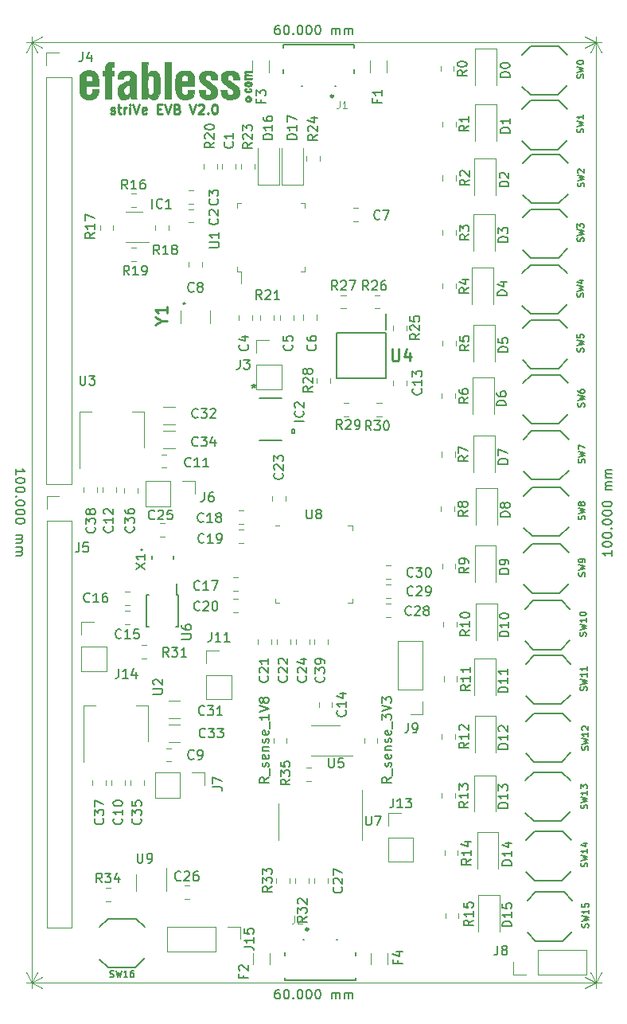
<source format=gbr>
G04 #@! TF.GenerationSoftware,KiCad,Pcbnew,(5.1.5-0-10_14)*
G04 #@! TF.CreationDate,2021-03-08T16:24:22-08:00*
G04 #@! TF.ProjectId,strive_pcb_rev2,73747269-7665-45f7-9063-625f72657632,rev?*
G04 #@! TF.SameCoordinates,Original*
G04 #@! TF.FileFunction,Legend,Top*
G04 #@! TF.FilePolarity,Positive*
%FSLAX46Y46*%
G04 Gerber Fmt 4.6, Leading zero omitted, Abs format (unit mm)*
G04 Created by KiCad (PCBNEW (5.1.5-0-10_14)) date 2021-03-08 16:24:22*
%MOMM*%
%LPD*%
G04 APERTURE LIST*
%ADD10C,0.150000*%
%ADD11C,0.120000*%
%ADD12C,0.300000*%
%ADD13C,0.127000*%
%ADD14C,0.152400*%
%ADD15C,0.010000*%
%ADD16C,0.200000*%
%ADD17C,0.100000*%
%ADD18C,0.015000*%
%ADD19C,0.250000*%
%ADD20C,0.254000*%
G04 APERTURE END LIST*
D10*
X159333333Y-142722380D02*
X159142857Y-142722380D01*
X159047619Y-142770000D01*
X159000000Y-142817619D01*
X158904761Y-142960476D01*
X158857142Y-143150952D01*
X158857142Y-143531904D01*
X158904761Y-143627142D01*
X158952380Y-143674761D01*
X159047619Y-143722380D01*
X159238095Y-143722380D01*
X159333333Y-143674761D01*
X159380952Y-143627142D01*
X159428571Y-143531904D01*
X159428571Y-143293809D01*
X159380952Y-143198571D01*
X159333333Y-143150952D01*
X159238095Y-143103333D01*
X159047619Y-143103333D01*
X158952380Y-143150952D01*
X158904761Y-143198571D01*
X158857142Y-143293809D01*
X160047619Y-142722380D02*
X160142857Y-142722380D01*
X160238095Y-142770000D01*
X160285714Y-142817619D01*
X160333333Y-142912857D01*
X160380952Y-143103333D01*
X160380952Y-143341428D01*
X160333333Y-143531904D01*
X160285714Y-143627142D01*
X160238095Y-143674761D01*
X160142857Y-143722380D01*
X160047619Y-143722380D01*
X159952380Y-143674761D01*
X159904761Y-143627142D01*
X159857142Y-143531904D01*
X159809523Y-143341428D01*
X159809523Y-143103333D01*
X159857142Y-142912857D01*
X159904761Y-142817619D01*
X159952380Y-142770000D01*
X160047619Y-142722380D01*
X160809523Y-143627142D02*
X160857142Y-143674761D01*
X160809523Y-143722380D01*
X160761904Y-143674761D01*
X160809523Y-143627142D01*
X160809523Y-143722380D01*
X161476190Y-142722380D02*
X161571428Y-142722380D01*
X161666666Y-142770000D01*
X161714285Y-142817619D01*
X161761904Y-142912857D01*
X161809523Y-143103333D01*
X161809523Y-143341428D01*
X161761904Y-143531904D01*
X161714285Y-143627142D01*
X161666666Y-143674761D01*
X161571428Y-143722380D01*
X161476190Y-143722380D01*
X161380952Y-143674761D01*
X161333333Y-143627142D01*
X161285714Y-143531904D01*
X161238095Y-143341428D01*
X161238095Y-143103333D01*
X161285714Y-142912857D01*
X161333333Y-142817619D01*
X161380952Y-142770000D01*
X161476190Y-142722380D01*
X162428571Y-142722380D02*
X162523809Y-142722380D01*
X162619047Y-142770000D01*
X162666666Y-142817619D01*
X162714285Y-142912857D01*
X162761904Y-143103333D01*
X162761904Y-143341428D01*
X162714285Y-143531904D01*
X162666666Y-143627142D01*
X162619047Y-143674761D01*
X162523809Y-143722380D01*
X162428571Y-143722380D01*
X162333333Y-143674761D01*
X162285714Y-143627142D01*
X162238095Y-143531904D01*
X162190476Y-143341428D01*
X162190476Y-143103333D01*
X162238095Y-142912857D01*
X162285714Y-142817619D01*
X162333333Y-142770000D01*
X162428571Y-142722380D01*
X163380952Y-142722380D02*
X163476190Y-142722380D01*
X163571428Y-142770000D01*
X163619047Y-142817619D01*
X163666666Y-142912857D01*
X163714285Y-143103333D01*
X163714285Y-143341428D01*
X163666666Y-143531904D01*
X163619047Y-143627142D01*
X163571428Y-143674761D01*
X163476190Y-143722380D01*
X163380952Y-143722380D01*
X163285714Y-143674761D01*
X163238095Y-143627142D01*
X163190476Y-143531904D01*
X163142857Y-143341428D01*
X163142857Y-143103333D01*
X163190476Y-142912857D01*
X163238095Y-142817619D01*
X163285714Y-142770000D01*
X163380952Y-142722380D01*
X164904761Y-143722380D02*
X164904761Y-143055714D01*
X164904761Y-143150952D02*
X164952380Y-143103333D01*
X165047619Y-143055714D01*
X165190476Y-143055714D01*
X165285714Y-143103333D01*
X165333333Y-143198571D01*
X165333333Y-143722380D01*
X165333333Y-143198571D02*
X165380952Y-143103333D01*
X165476190Y-143055714D01*
X165619047Y-143055714D01*
X165714285Y-143103333D01*
X165761904Y-143198571D01*
X165761904Y-143722380D01*
X166238095Y-143722380D02*
X166238095Y-143055714D01*
X166238095Y-143150952D02*
X166285714Y-143103333D01*
X166380952Y-143055714D01*
X166523809Y-143055714D01*
X166619047Y-143103333D01*
X166666666Y-143198571D01*
X166666666Y-143722380D01*
X166666666Y-143198571D02*
X166714285Y-143103333D01*
X166809523Y-143055714D01*
X166952380Y-143055714D01*
X167047619Y-143103333D01*
X167095238Y-143198571D01*
X167095238Y-143722380D01*
D11*
X133000000Y-142000000D02*
X193000000Y-142000000D01*
X133000000Y-142000000D02*
X133000000Y-142586421D01*
X193000000Y-142000000D02*
X193000000Y-142586421D01*
X193000000Y-142000000D02*
X191873496Y-142586421D01*
X193000000Y-142000000D02*
X191873496Y-141413579D01*
X133000000Y-142000000D02*
X134126504Y-142586421D01*
X133000000Y-142000000D02*
X134126504Y-141413579D01*
D10*
X194722380Y-96047619D02*
X194722380Y-96619047D01*
X194722380Y-96333333D02*
X193722380Y-96333333D01*
X193865238Y-96428571D01*
X193960476Y-96523809D01*
X194008095Y-96619047D01*
X193722380Y-95428571D02*
X193722380Y-95333333D01*
X193770000Y-95238095D01*
X193817619Y-95190476D01*
X193912857Y-95142857D01*
X194103333Y-95095238D01*
X194341428Y-95095238D01*
X194531904Y-95142857D01*
X194627142Y-95190476D01*
X194674761Y-95238095D01*
X194722380Y-95333333D01*
X194722380Y-95428571D01*
X194674761Y-95523809D01*
X194627142Y-95571428D01*
X194531904Y-95619047D01*
X194341428Y-95666666D01*
X194103333Y-95666666D01*
X193912857Y-95619047D01*
X193817619Y-95571428D01*
X193770000Y-95523809D01*
X193722380Y-95428571D01*
X193722380Y-94476190D02*
X193722380Y-94380952D01*
X193770000Y-94285714D01*
X193817619Y-94238095D01*
X193912857Y-94190476D01*
X194103333Y-94142857D01*
X194341428Y-94142857D01*
X194531904Y-94190476D01*
X194627142Y-94238095D01*
X194674761Y-94285714D01*
X194722380Y-94380952D01*
X194722380Y-94476190D01*
X194674761Y-94571428D01*
X194627142Y-94619047D01*
X194531904Y-94666666D01*
X194341428Y-94714285D01*
X194103333Y-94714285D01*
X193912857Y-94666666D01*
X193817619Y-94619047D01*
X193770000Y-94571428D01*
X193722380Y-94476190D01*
X194627142Y-93714285D02*
X194674761Y-93666666D01*
X194722380Y-93714285D01*
X194674761Y-93761904D01*
X194627142Y-93714285D01*
X194722380Y-93714285D01*
X193722380Y-93047619D02*
X193722380Y-92952380D01*
X193770000Y-92857142D01*
X193817619Y-92809523D01*
X193912857Y-92761904D01*
X194103333Y-92714285D01*
X194341428Y-92714285D01*
X194531904Y-92761904D01*
X194627142Y-92809523D01*
X194674761Y-92857142D01*
X194722380Y-92952380D01*
X194722380Y-93047619D01*
X194674761Y-93142857D01*
X194627142Y-93190476D01*
X194531904Y-93238095D01*
X194341428Y-93285714D01*
X194103333Y-93285714D01*
X193912857Y-93238095D01*
X193817619Y-93190476D01*
X193770000Y-93142857D01*
X193722380Y-93047619D01*
X193722380Y-92095238D02*
X193722380Y-92000000D01*
X193770000Y-91904761D01*
X193817619Y-91857142D01*
X193912857Y-91809523D01*
X194103333Y-91761904D01*
X194341428Y-91761904D01*
X194531904Y-91809523D01*
X194627142Y-91857142D01*
X194674761Y-91904761D01*
X194722380Y-92000000D01*
X194722380Y-92095238D01*
X194674761Y-92190476D01*
X194627142Y-92238095D01*
X194531904Y-92285714D01*
X194341428Y-92333333D01*
X194103333Y-92333333D01*
X193912857Y-92285714D01*
X193817619Y-92238095D01*
X193770000Y-92190476D01*
X193722380Y-92095238D01*
X193722380Y-91142857D02*
X193722380Y-91047619D01*
X193770000Y-90952380D01*
X193817619Y-90904761D01*
X193912857Y-90857142D01*
X194103333Y-90809523D01*
X194341428Y-90809523D01*
X194531904Y-90857142D01*
X194627142Y-90904761D01*
X194674761Y-90952380D01*
X194722380Y-91047619D01*
X194722380Y-91142857D01*
X194674761Y-91238095D01*
X194627142Y-91285714D01*
X194531904Y-91333333D01*
X194341428Y-91380952D01*
X194103333Y-91380952D01*
X193912857Y-91333333D01*
X193817619Y-91285714D01*
X193770000Y-91238095D01*
X193722380Y-91142857D01*
X194722380Y-89619047D02*
X194055714Y-89619047D01*
X194150952Y-89619047D02*
X194103333Y-89571428D01*
X194055714Y-89476190D01*
X194055714Y-89333333D01*
X194103333Y-89238095D01*
X194198571Y-89190476D01*
X194722380Y-89190476D01*
X194198571Y-89190476D02*
X194103333Y-89142857D01*
X194055714Y-89047619D01*
X194055714Y-88904761D01*
X194103333Y-88809523D01*
X194198571Y-88761904D01*
X194722380Y-88761904D01*
X194722380Y-88285714D02*
X194055714Y-88285714D01*
X194150952Y-88285714D02*
X194103333Y-88238095D01*
X194055714Y-88142857D01*
X194055714Y-88000000D01*
X194103333Y-87904761D01*
X194198571Y-87857142D01*
X194722380Y-87857142D01*
X194198571Y-87857142D02*
X194103333Y-87809523D01*
X194055714Y-87714285D01*
X194055714Y-87571428D01*
X194103333Y-87476190D01*
X194198571Y-87428571D01*
X194722380Y-87428571D01*
D11*
X193000000Y-142000000D02*
X193000000Y-42000000D01*
X193000000Y-142000000D02*
X193586421Y-142000000D01*
X193000000Y-42000000D02*
X193586421Y-42000000D01*
X193000000Y-42000000D02*
X193586421Y-43126504D01*
X193000000Y-42000000D02*
X192413579Y-43126504D01*
X193000000Y-142000000D02*
X193586421Y-140873496D01*
X193000000Y-142000000D02*
X192413579Y-140873496D01*
D10*
X131277619Y-87952380D02*
X131277619Y-87380952D01*
X131277619Y-87666666D02*
X132277619Y-87666666D01*
X132134761Y-87571428D01*
X132039523Y-87476190D01*
X131991904Y-87380952D01*
X132277619Y-88571428D02*
X132277619Y-88666666D01*
X132230000Y-88761904D01*
X132182380Y-88809523D01*
X132087142Y-88857142D01*
X131896666Y-88904761D01*
X131658571Y-88904761D01*
X131468095Y-88857142D01*
X131372857Y-88809523D01*
X131325238Y-88761904D01*
X131277619Y-88666666D01*
X131277619Y-88571428D01*
X131325238Y-88476190D01*
X131372857Y-88428571D01*
X131468095Y-88380952D01*
X131658571Y-88333333D01*
X131896666Y-88333333D01*
X132087142Y-88380952D01*
X132182380Y-88428571D01*
X132230000Y-88476190D01*
X132277619Y-88571428D01*
X132277619Y-89523809D02*
X132277619Y-89619047D01*
X132230000Y-89714285D01*
X132182380Y-89761904D01*
X132087142Y-89809523D01*
X131896666Y-89857142D01*
X131658571Y-89857142D01*
X131468095Y-89809523D01*
X131372857Y-89761904D01*
X131325238Y-89714285D01*
X131277619Y-89619047D01*
X131277619Y-89523809D01*
X131325238Y-89428571D01*
X131372857Y-89380952D01*
X131468095Y-89333333D01*
X131658571Y-89285714D01*
X131896666Y-89285714D01*
X132087142Y-89333333D01*
X132182380Y-89380952D01*
X132230000Y-89428571D01*
X132277619Y-89523809D01*
X131372857Y-90285714D02*
X131325238Y-90333333D01*
X131277619Y-90285714D01*
X131325238Y-90238095D01*
X131372857Y-90285714D01*
X131277619Y-90285714D01*
X132277619Y-90952380D02*
X132277619Y-91047619D01*
X132230000Y-91142857D01*
X132182380Y-91190476D01*
X132087142Y-91238095D01*
X131896666Y-91285714D01*
X131658571Y-91285714D01*
X131468095Y-91238095D01*
X131372857Y-91190476D01*
X131325238Y-91142857D01*
X131277619Y-91047619D01*
X131277619Y-90952380D01*
X131325238Y-90857142D01*
X131372857Y-90809523D01*
X131468095Y-90761904D01*
X131658571Y-90714285D01*
X131896666Y-90714285D01*
X132087142Y-90761904D01*
X132182380Y-90809523D01*
X132230000Y-90857142D01*
X132277619Y-90952380D01*
X132277619Y-91904761D02*
X132277619Y-92000000D01*
X132230000Y-92095238D01*
X132182380Y-92142857D01*
X132087142Y-92190476D01*
X131896666Y-92238095D01*
X131658571Y-92238095D01*
X131468095Y-92190476D01*
X131372857Y-92142857D01*
X131325238Y-92095238D01*
X131277619Y-92000000D01*
X131277619Y-91904761D01*
X131325238Y-91809523D01*
X131372857Y-91761904D01*
X131468095Y-91714285D01*
X131658571Y-91666666D01*
X131896666Y-91666666D01*
X132087142Y-91714285D01*
X132182380Y-91761904D01*
X132230000Y-91809523D01*
X132277619Y-91904761D01*
X132277619Y-92857142D02*
X132277619Y-92952380D01*
X132230000Y-93047619D01*
X132182380Y-93095238D01*
X132087142Y-93142857D01*
X131896666Y-93190476D01*
X131658571Y-93190476D01*
X131468095Y-93142857D01*
X131372857Y-93095238D01*
X131325238Y-93047619D01*
X131277619Y-92952380D01*
X131277619Y-92857142D01*
X131325238Y-92761904D01*
X131372857Y-92714285D01*
X131468095Y-92666666D01*
X131658571Y-92619047D01*
X131896666Y-92619047D01*
X132087142Y-92666666D01*
X132182380Y-92714285D01*
X132230000Y-92761904D01*
X132277619Y-92857142D01*
X131277619Y-94380952D02*
X131944285Y-94380952D01*
X131849047Y-94380952D02*
X131896666Y-94428571D01*
X131944285Y-94523809D01*
X131944285Y-94666666D01*
X131896666Y-94761904D01*
X131801428Y-94809523D01*
X131277619Y-94809523D01*
X131801428Y-94809523D02*
X131896666Y-94857142D01*
X131944285Y-94952380D01*
X131944285Y-95095238D01*
X131896666Y-95190476D01*
X131801428Y-95238095D01*
X131277619Y-95238095D01*
X131277619Y-95714285D02*
X131944285Y-95714285D01*
X131849047Y-95714285D02*
X131896666Y-95761904D01*
X131944285Y-95857142D01*
X131944285Y-96000000D01*
X131896666Y-96095238D01*
X131801428Y-96142857D01*
X131277619Y-96142857D01*
X131801428Y-96142857D02*
X131896666Y-96190476D01*
X131944285Y-96285714D01*
X131944285Y-96428571D01*
X131896666Y-96523809D01*
X131801428Y-96571428D01*
X131277619Y-96571428D01*
D11*
X133000000Y-42000000D02*
X133000000Y-142000000D01*
X133000000Y-42000000D02*
X132413579Y-42000000D01*
X133000000Y-142000000D02*
X132413579Y-142000000D01*
X133000000Y-142000000D02*
X132413579Y-140873496D01*
X133000000Y-142000000D02*
X133586421Y-140873496D01*
X133000000Y-42000000D02*
X132413579Y-43126504D01*
X133000000Y-42000000D02*
X133586421Y-43126504D01*
D10*
X159333333Y-40182380D02*
X159142857Y-40182380D01*
X159047619Y-40230000D01*
X159000000Y-40277619D01*
X158904761Y-40420476D01*
X158857142Y-40610952D01*
X158857142Y-40991904D01*
X158904761Y-41087142D01*
X158952380Y-41134761D01*
X159047619Y-41182380D01*
X159238095Y-41182380D01*
X159333333Y-41134761D01*
X159380952Y-41087142D01*
X159428571Y-40991904D01*
X159428571Y-40753809D01*
X159380952Y-40658571D01*
X159333333Y-40610952D01*
X159238095Y-40563333D01*
X159047619Y-40563333D01*
X158952380Y-40610952D01*
X158904761Y-40658571D01*
X158857142Y-40753809D01*
X160047619Y-40182380D02*
X160142857Y-40182380D01*
X160238095Y-40230000D01*
X160285714Y-40277619D01*
X160333333Y-40372857D01*
X160380952Y-40563333D01*
X160380952Y-40801428D01*
X160333333Y-40991904D01*
X160285714Y-41087142D01*
X160238095Y-41134761D01*
X160142857Y-41182380D01*
X160047619Y-41182380D01*
X159952380Y-41134761D01*
X159904761Y-41087142D01*
X159857142Y-40991904D01*
X159809523Y-40801428D01*
X159809523Y-40563333D01*
X159857142Y-40372857D01*
X159904761Y-40277619D01*
X159952380Y-40230000D01*
X160047619Y-40182380D01*
X160809523Y-41087142D02*
X160857142Y-41134761D01*
X160809523Y-41182380D01*
X160761904Y-41134761D01*
X160809523Y-41087142D01*
X160809523Y-41182380D01*
X161476190Y-40182380D02*
X161571428Y-40182380D01*
X161666666Y-40230000D01*
X161714285Y-40277619D01*
X161761904Y-40372857D01*
X161809523Y-40563333D01*
X161809523Y-40801428D01*
X161761904Y-40991904D01*
X161714285Y-41087142D01*
X161666666Y-41134761D01*
X161571428Y-41182380D01*
X161476190Y-41182380D01*
X161380952Y-41134761D01*
X161333333Y-41087142D01*
X161285714Y-40991904D01*
X161238095Y-40801428D01*
X161238095Y-40563333D01*
X161285714Y-40372857D01*
X161333333Y-40277619D01*
X161380952Y-40230000D01*
X161476190Y-40182380D01*
X162428571Y-40182380D02*
X162523809Y-40182380D01*
X162619047Y-40230000D01*
X162666666Y-40277619D01*
X162714285Y-40372857D01*
X162761904Y-40563333D01*
X162761904Y-40801428D01*
X162714285Y-40991904D01*
X162666666Y-41087142D01*
X162619047Y-41134761D01*
X162523809Y-41182380D01*
X162428571Y-41182380D01*
X162333333Y-41134761D01*
X162285714Y-41087142D01*
X162238095Y-40991904D01*
X162190476Y-40801428D01*
X162190476Y-40563333D01*
X162238095Y-40372857D01*
X162285714Y-40277619D01*
X162333333Y-40230000D01*
X162428571Y-40182380D01*
X163380952Y-40182380D02*
X163476190Y-40182380D01*
X163571428Y-40230000D01*
X163619047Y-40277619D01*
X163666666Y-40372857D01*
X163714285Y-40563333D01*
X163714285Y-40801428D01*
X163666666Y-40991904D01*
X163619047Y-41087142D01*
X163571428Y-41134761D01*
X163476190Y-41182380D01*
X163380952Y-41182380D01*
X163285714Y-41134761D01*
X163238095Y-41087142D01*
X163190476Y-40991904D01*
X163142857Y-40801428D01*
X163142857Y-40563333D01*
X163190476Y-40372857D01*
X163238095Y-40277619D01*
X163285714Y-40230000D01*
X163380952Y-40182380D01*
X164904761Y-41182380D02*
X164904761Y-40515714D01*
X164904761Y-40610952D02*
X164952380Y-40563333D01*
X165047619Y-40515714D01*
X165190476Y-40515714D01*
X165285714Y-40563333D01*
X165333333Y-40658571D01*
X165333333Y-41182380D01*
X165333333Y-40658571D02*
X165380952Y-40563333D01*
X165476190Y-40515714D01*
X165619047Y-40515714D01*
X165714285Y-40563333D01*
X165761904Y-40658571D01*
X165761904Y-41182380D01*
X166238095Y-41182380D02*
X166238095Y-40515714D01*
X166238095Y-40610952D02*
X166285714Y-40563333D01*
X166380952Y-40515714D01*
X166523809Y-40515714D01*
X166619047Y-40563333D01*
X166666666Y-40658571D01*
X166666666Y-41182380D01*
X166666666Y-40658571D02*
X166714285Y-40563333D01*
X166809523Y-40515714D01*
X166952380Y-40515714D01*
X167047619Y-40563333D01*
X167095238Y-40658571D01*
X167095238Y-41182380D01*
D11*
X193000000Y-42000000D02*
X133000000Y-42000000D01*
X193000000Y-42000000D02*
X193000000Y-41413579D01*
X133000000Y-42000000D02*
X133000000Y-41413579D01*
X133000000Y-42000000D02*
X134126504Y-41413579D01*
X133000000Y-42000000D02*
X134126504Y-42586421D01*
X193000000Y-42000000D02*
X191873496Y-41413579D01*
X193000000Y-42000000D02*
X191873496Y-42586421D01*
X155152400Y-136033200D02*
X155152400Y-137363200D01*
X153822400Y-136033200D02*
X155152400Y-136033200D01*
X152552400Y-136033200D02*
X152552400Y-138693200D01*
X152552400Y-138693200D02*
X147412400Y-138693200D01*
X152552400Y-136033200D02*
X147412400Y-136033200D01*
X147412400Y-136033200D02*
X147412400Y-138693200D01*
D12*
X162377600Y-136317200D02*
G75*
G03X162377600Y-136317200I-100000J0D01*
G01*
D13*
X165397600Y-137392200D02*
X165507600Y-137392200D01*
X161847600Y-137392200D02*
X161957600Y-137392200D01*
X167427600Y-141742200D02*
X167427600Y-141467200D01*
X159927600Y-141742200D02*
X167427600Y-141742200D01*
X159927600Y-141467200D02*
X159927600Y-141742200D01*
X167427600Y-138767200D02*
X167427600Y-139117200D01*
X159927600Y-138767200D02*
X159927600Y-139117200D01*
D12*
X165044400Y-47713800D02*
G75*
G03X165044400Y-47713800I-100000J0D01*
G01*
D13*
X161824400Y-46638800D02*
X161714400Y-46638800D01*
X165374400Y-46638800D02*
X165264400Y-46638800D01*
X159794400Y-42288800D02*
X159794400Y-42563800D01*
X167294400Y-42288800D02*
X159794400Y-42288800D01*
X167294400Y-42563800D02*
X167294400Y-42288800D01*
X159794400Y-45263800D02*
X159794400Y-44913800D01*
X167294400Y-45263800D02*
X167294400Y-44913800D01*
D14*
X160705800Y-83152300D02*
X160959800Y-83152300D01*
X160705800Y-83533300D02*
X160705800Y-83152300D01*
X160959800Y-83533300D02*
X160705800Y-83533300D01*
X160959800Y-83152300D02*
X160959800Y-83533300D01*
X159600900Y-79819500D02*
X157238700Y-79819500D01*
X157238700Y-84366100D02*
X159600900Y-84366100D01*
D11*
X138268400Y-103673600D02*
X139598400Y-103673600D01*
X138268400Y-105003600D02*
X138268400Y-103673600D01*
X138268400Y-106273600D02*
X140928400Y-106273600D01*
X140928400Y-106273600D02*
X140928400Y-108873600D01*
X138268400Y-106273600D02*
X138268400Y-108873600D01*
X138268400Y-108873600D02*
X140928400Y-108873600D01*
X170932800Y-123942800D02*
X172262800Y-123942800D01*
X170932800Y-125272800D02*
X170932800Y-123942800D01*
X170932800Y-126542800D02*
X173592800Y-126542800D01*
X173592800Y-126542800D02*
X173592800Y-129142800D01*
X170932800Y-126542800D02*
X170932800Y-129142800D01*
X170932800Y-129142800D02*
X173592800Y-129142800D01*
X151578000Y-106670800D02*
X152908000Y-106670800D01*
X151578000Y-108000800D02*
X151578000Y-106670800D01*
X151578000Y-109270800D02*
X154238000Y-109270800D01*
X154238000Y-109270800D02*
X154238000Y-111870800D01*
X151578000Y-109270800D02*
X151578000Y-111870800D01*
X151578000Y-111870800D02*
X154238000Y-111870800D01*
X174608800Y-113445600D02*
X173278800Y-113445600D01*
X174608800Y-112115600D02*
X174608800Y-113445600D01*
X174608800Y-110845600D02*
X171948800Y-110845600D01*
X171948800Y-110845600D02*
X171948800Y-105705600D01*
X174608800Y-110845600D02*
X174608800Y-105705600D01*
X174608800Y-105705600D02*
X171948800Y-105705600D01*
D15*
G36*
X156400500Y-45199300D02*
G01*
X156062461Y-45206397D01*
X155724422Y-45213495D01*
X155732261Y-45307997D01*
X155740100Y-45402500D01*
X156400500Y-45427900D01*
X156408464Y-45497001D01*
X156416429Y-45566103D01*
X156078264Y-45573201D01*
X155740100Y-45580300D01*
X155731865Y-45666536D01*
X155735581Y-45736834D01*
X155757265Y-45774097D01*
X155794583Y-45782352D01*
X155871570Y-45789187D01*
X155977099Y-45793903D01*
X156100044Y-45795804D01*
X156103737Y-45795811D01*
X156416574Y-45796200D01*
X156400500Y-45935900D01*
X156013150Y-45942911D01*
X155625800Y-45949923D01*
X155625800Y-45873061D01*
X155633098Y-45819273D01*
X155650706Y-45796214D01*
X155651200Y-45796200D01*
X155674352Y-45778751D01*
X155670523Y-45739431D01*
X155642154Y-45697779D01*
X155638500Y-45694600D01*
X155609821Y-45646764D01*
X155600400Y-45593000D01*
X155613485Y-45529464D01*
X155638500Y-45491400D01*
X155671025Y-45442969D01*
X155676600Y-45415200D01*
X155658279Y-45361937D01*
X155638500Y-45339000D01*
X155606566Y-45283207D01*
X155604494Y-45208404D01*
X155631104Y-45135794D01*
X155651200Y-45110400D01*
X155675832Y-45090098D01*
X155708145Y-45076023D01*
X155757120Y-45067055D01*
X155831740Y-45062077D01*
X155940987Y-45059969D01*
X156059287Y-45059600D01*
X156416574Y-45059600D01*
X156400500Y-45199300D01*
G37*
X156400500Y-45199300D02*
X156062461Y-45206397D01*
X155724422Y-45213495D01*
X155732261Y-45307997D01*
X155740100Y-45402500D01*
X156400500Y-45427900D01*
X156408464Y-45497001D01*
X156416429Y-45566103D01*
X156078264Y-45573201D01*
X155740100Y-45580300D01*
X155731865Y-45666536D01*
X155735581Y-45736834D01*
X155757265Y-45774097D01*
X155794583Y-45782352D01*
X155871570Y-45789187D01*
X155977099Y-45793903D01*
X156100044Y-45795804D01*
X156103737Y-45795811D01*
X156416574Y-45796200D01*
X156400500Y-45935900D01*
X156013150Y-45942911D01*
X155625800Y-45949923D01*
X155625800Y-45873061D01*
X155633098Y-45819273D01*
X155650706Y-45796214D01*
X155651200Y-45796200D01*
X155674352Y-45778751D01*
X155670523Y-45739431D01*
X155642154Y-45697779D01*
X155638500Y-45694600D01*
X155609821Y-45646764D01*
X155600400Y-45593000D01*
X155613485Y-45529464D01*
X155638500Y-45491400D01*
X155671025Y-45442969D01*
X155676600Y-45415200D01*
X155658279Y-45361937D01*
X155638500Y-45339000D01*
X155606566Y-45283207D01*
X155604494Y-45208404D01*
X155631104Y-45135794D01*
X155651200Y-45110400D01*
X155675832Y-45090098D01*
X155708145Y-45076023D01*
X155757120Y-45067055D01*
X155831740Y-45062077D01*
X155940987Y-45059969D01*
X156059287Y-45059600D01*
X156416574Y-45059600D01*
X156400500Y-45199300D01*
G36*
X156229989Y-46191234D02*
G01*
X156320096Y-46221361D01*
X156377042Y-46271873D01*
X156406214Y-46345521D01*
X156413200Y-46428386D01*
X156399951Y-46542839D01*
X156356047Y-46620158D01*
X156275253Y-46667758D01*
X156195653Y-46686998D01*
X156079745Y-46702204D01*
X155980371Y-46703879D01*
X155868853Y-46691953D01*
X155831208Y-46686112D01*
X155723603Y-46647583D01*
X155646354Y-46578289D01*
X155603678Y-46488777D01*
X155600860Y-46416821D01*
X155756735Y-46416821D01*
X155767708Y-46469861D01*
X155792992Y-46499371D01*
X155843540Y-46517042D01*
X155927222Y-46528341D01*
X156026686Y-46532549D01*
X156124583Y-46528948D01*
X156203561Y-46516818D01*
X156205016Y-46516433D01*
X156248528Y-46491700D01*
X156256501Y-46440840D01*
X156255816Y-46434230D01*
X156248100Y-46367700D01*
X156007147Y-46367700D01*
X155894359Y-46368630D01*
X155822586Y-46372701D01*
X155782062Y-46381827D01*
X155763016Y-46397925D01*
X155756735Y-46416821D01*
X155600860Y-46416821D01*
X155599793Y-46389595D01*
X155638915Y-46291291D01*
X155661442Y-46261466D01*
X155696517Y-46225671D01*
X155735228Y-46203522D01*
X155791337Y-46190883D01*
X155878607Y-46183617D01*
X155928732Y-46181133D01*
X156101331Y-46178741D01*
X156229989Y-46191234D01*
G37*
X156229989Y-46191234D02*
X156320096Y-46221361D01*
X156377042Y-46271873D01*
X156406214Y-46345521D01*
X156413200Y-46428386D01*
X156399951Y-46542839D01*
X156356047Y-46620158D01*
X156275253Y-46667758D01*
X156195653Y-46686998D01*
X156079745Y-46702204D01*
X155980371Y-46703879D01*
X155868853Y-46691953D01*
X155831208Y-46686112D01*
X155723603Y-46647583D01*
X155646354Y-46578289D01*
X155603678Y-46488777D01*
X155600860Y-46416821D01*
X155756735Y-46416821D01*
X155767708Y-46469861D01*
X155792992Y-46499371D01*
X155843540Y-46517042D01*
X155927222Y-46528341D01*
X156026686Y-46532549D01*
X156124583Y-46528948D01*
X156203561Y-46516818D01*
X156205016Y-46516433D01*
X156248528Y-46491700D01*
X156256501Y-46440840D01*
X156255816Y-46434230D01*
X156248100Y-46367700D01*
X156007147Y-46367700D01*
X155894359Y-46368630D01*
X155822586Y-46372701D01*
X155782062Y-46381827D01*
X155763016Y-46397925D01*
X155756735Y-46416821D01*
X155600860Y-46416821D01*
X155599793Y-46389595D01*
X155638915Y-46291291D01*
X155661442Y-46261466D01*
X155696517Y-46225671D01*
X155735228Y-46203522D01*
X155791337Y-46190883D01*
X155878607Y-46183617D01*
X155928732Y-46181133D01*
X156101331Y-46178741D01*
X156229989Y-46191234D01*
G36*
X155862947Y-46886049D02*
G01*
X155879218Y-46934195D01*
X155879800Y-46951711D01*
X155867621Y-46998602D01*
X155821951Y-47018428D01*
X155809950Y-47020062D01*
X155759703Y-47034297D01*
X155741615Y-47072279D01*
X155740100Y-47104300D01*
X155740100Y-47180500D01*
X155996637Y-47187696D01*
X156118557Y-47189704D01*
X156199768Y-47186786D01*
X156250224Y-47177782D01*
X156279876Y-47161531D01*
X156287264Y-47153817D01*
X156306271Y-47101783D01*
X156281543Y-47055980D01*
X156220052Y-47025698D01*
X156186867Y-47020027D01*
X156131002Y-47009033D01*
X156111934Y-46982039D01*
X156113229Y-46943827D01*
X156124303Y-46898430D01*
X156153922Y-46881960D01*
X156210000Y-46883316D01*
X156303562Y-46913607D01*
X156371892Y-46978084D01*
X156409043Y-47063936D01*
X156409067Y-47158352D01*
X156374351Y-47237361D01*
X156312693Y-47286558D01*
X156213616Y-47321696D01*
X156088957Y-47341138D01*
X155950552Y-47343250D01*
X155810240Y-47326396D01*
X155778811Y-47319634D01*
X155682645Y-47275467D01*
X155620624Y-47201030D01*
X155600400Y-47112516D01*
X155618764Y-47009067D01*
X155676857Y-46935433D01*
X155743262Y-46898141D01*
X155819699Y-46874844D01*
X155862947Y-46886049D01*
G37*
X155862947Y-46886049D02*
X155879218Y-46934195D01*
X155879800Y-46951711D01*
X155867621Y-46998602D01*
X155821951Y-47018428D01*
X155809950Y-47020062D01*
X155759703Y-47034297D01*
X155741615Y-47072279D01*
X155740100Y-47104300D01*
X155740100Y-47180500D01*
X155996637Y-47187696D01*
X156118557Y-47189704D01*
X156199768Y-47186786D01*
X156250224Y-47177782D01*
X156279876Y-47161531D01*
X156287264Y-47153817D01*
X156306271Y-47101783D01*
X156281543Y-47055980D01*
X156220052Y-47025698D01*
X156186867Y-47020027D01*
X156131002Y-47009033D01*
X156111934Y-46982039D01*
X156113229Y-46943827D01*
X156124303Y-46898430D01*
X156153922Y-46881960D01*
X156210000Y-46883316D01*
X156303562Y-46913607D01*
X156371892Y-46978084D01*
X156409043Y-47063936D01*
X156409067Y-47158352D01*
X156374351Y-47237361D01*
X156312693Y-47286558D01*
X156213616Y-47321696D01*
X156088957Y-47341138D01*
X155950552Y-47343250D01*
X155810240Y-47326396D01*
X155778811Y-47319634D01*
X155682645Y-47275467D01*
X155620624Y-47201030D01*
X155600400Y-47112516D01*
X155618764Y-47009067D01*
X155676857Y-46935433D01*
X155743262Y-46898141D01*
X155819699Y-46874844D01*
X155862947Y-46886049D01*
G36*
X147777200Y-48006000D02*
G01*
X147116800Y-48006000D01*
X147116800Y-44094400D01*
X147777200Y-44094400D01*
X147777200Y-48006000D01*
G37*
X147777200Y-48006000D02*
X147116800Y-48006000D01*
X147116800Y-44094400D01*
X147777200Y-44094400D01*
X147777200Y-48006000D01*
G36*
X141757400Y-44590066D02*
G01*
X141642492Y-44580927D01*
X141561016Y-44578895D01*
X141506697Y-44593474D01*
X141474148Y-44632567D01*
X141457982Y-44704075D01*
X141452812Y-44815902D01*
X141452600Y-44859510D01*
X141452600Y-45085000D01*
X141757400Y-45085000D01*
X141757400Y-45542200D01*
X141452600Y-45542200D01*
X141452600Y-48006000D01*
X140792200Y-48006000D01*
X140792200Y-45542200D01*
X140538200Y-45542200D01*
X140538200Y-45085000D01*
X140785114Y-45085000D01*
X140797764Y-44798334D01*
X140816602Y-44587155D01*
X140855364Y-44420045D01*
X140918493Y-44292694D01*
X141010427Y-44200788D01*
X141135608Y-44140014D01*
X141298476Y-44106060D01*
X141503471Y-44094614D01*
X141522450Y-44094541D01*
X141757400Y-44094400D01*
X141757400Y-44590066D01*
G37*
X141757400Y-44590066D02*
X141642492Y-44580927D01*
X141561016Y-44578895D01*
X141506697Y-44593474D01*
X141474148Y-44632567D01*
X141457982Y-44704075D01*
X141452812Y-44815902D01*
X141452600Y-44859510D01*
X141452600Y-45085000D01*
X141757400Y-45085000D01*
X141757400Y-45542200D01*
X141452600Y-45542200D01*
X141452600Y-48006000D01*
X140792200Y-48006000D01*
X140792200Y-45542200D01*
X140538200Y-45542200D01*
X140538200Y-45085000D01*
X140785114Y-45085000D01*
X140797764Y-44798334D01*
X140816602Y-44587155D01*
X140855364Y-44420045D01*
X140918493Y-44292694D01*
X141010427Y-44200788D01*
X141135608Y-44140014D01*
X141298476Y-44106060D01*
X141503471Y-44094614D01*
X141522450Y-44094541D01*
X141757400Y-44094400D01*
X141757400Y-44590066D01*
G36*
X154425832Y-45032210D02*
G01*
X154615592Y-45095052D01*
X154775220Y-45194422D01*
X154815902Y-45229873D01*
X154939213Y-45379202D01*
X155020722Y-45557331D01*
X155060344Y-45764066D01*
X155061371Y-45777150D01*
X155073825Y-45948600D01*
X154756185Y-45948600D01*
X154438544Y-45948599D01*
X154421170Y-45817627D01*
X154403814Y-45726304D01*
X154379725Y-45644816D01*
X154367870Y-45617181D01*
X154307045Y-45550507D01*
X154215207Y-45508365D01*
X154106357Y-45491739D01*
X153994495Y-45501614D01*
X153893620Y-45538976D01*
X153839041Y-45579987D01*
X153811077Y-45636316D01*
X153797837Y-45721693D01*
X153799509Y-45816489D01*
X153816283Y-45901075D01*
X153835550Y-45941535D01*
X153868249Y-45972820D01*
X153935926Y-46026618D01*
X154031182Y-46097429D01*
X154146618Y-46179751D01*
X154273700Y-46267314D01*
X154491222Y-46418552D01*
X154667569Y-46551002D01*
X154806607Y-46669360D01*
X154912205Y-46778325D01*
X154988231Y-46882594D01*
X155038554Y-46986867D01*
X155067042Y-47095840D01*
X155077562Y-47214212D01*
X155077845Y-47244000D01*
X155056876Y-47460056D01*
X154995893Y-47646076D01*
X154895670Y-47800838D01*
X154756979Y-47923121D01*
X154595598Y-48006068D01*
X154458116Y-48044234D01*
X154290622Y-48068409D01*
X154110335Y-48078052D01*
X153934474Y-48072624D01*
X153780257Y-48051583D01*
X153712671Y-48033749D01*
X153515597Y-47946459D01*
X153358076Y-47827430D01*
X153239816Y-47676279D01*
X153160525Y-47492621D01*
X153119911Y-47276076D01*
X153118116Y-47254599D01*
X153103867Y-47066200D01*
X153771600Y-47066200D01*
X153771600Y-47219415D01*
X153783867Y-47366697D01*
X153819250Y-47479916D01*
X153875622Y-47553684D01*
X153911724Y-47574361D01*
X154016465Y-47597089D01*
X154130724Y-47595119D01*
X154239562Y-47571581D01*
X154328044Y-47529605D01*
X154379155Y-47476420D01*
X154400910Y-47399107D01*
X154405184Y-47297911D01*
X154392880Y-47196304D01*
X154365362Y-47118527D01*
X154328416Y-47077127D01*
X154258763Y-47016708D01*
X154166546Y-46945540D01*
X154066912Y-46875256D01*
X153852427Y-46727958D01*
X153677322Y-46600921D01*
X153536759Y-46489399D01*
X153425900Y-46388644D01*
X153339907Y-46293909D01*
X153273943Y-46200446D01*
X153223170Y-46103509D01*
X153187441Y-46012220D01*
X153139930Y-45811330D01*
X153139340Y-45626802D01*
X153183691Y-45461238D01*
X153271003Y-45317243D01*
X153399295Y-45197420D01*
X153566587Y-45104373D01*
X153770899Y-45040706D01*
X153946782Y-45013845D01*
X154203657Y-45005331D01*
X154425832Y-45032210D01*
G37*
X154425832Y-45032210D02*
X154615592Y-45095052D01*
X154775220Y-45194422D01*
X154815902Y-45229873D01*
X154939213Y-45379202D01*
X155020722Y-45557331D01*
X155060344Y-45764066D01*
X155061371Y-45777150D01*
X155073825Y-45948600D01*
X154756185Y-45948600D01*
X154438544Y-45948599D01*
X154421170Y-45817627D01*
X154403814Y-45726304D01*
X154379725Y-45644816D01*
X154367870Y-45617181D01*
X154307045Y-45550507D01*
X154215207Y-45508365D01*
X154106357Y-45491739D01*
X153994495Y-45501614D01*
X153893620Y-45538976D01*
X153839041Y-45579987D01*
X153811077Y-45636316D01*
X153797837Y-45721693D01*
X153799509Y-45816489D01*
X153816283Y-45901075D01*
X153835550Y-45941535D01*
X153868249Y-45972820D01*
X153935926Y-46026618D01*
X154031182Y-46097429D01*
X154146618Y-46179751D01*
X154273700Y-46267314D01*
X154491222Y-46418552D01*
X154667569Y-46551002D01*
X154806607Y-46669360D01*
X154912205Y-46778325D01*
X154988231Y-46882594D01*
X155038554Y-46986867D01*
X155067042Y-47095840D01*
X155077562Y-47214212D01*
X155077845Y-47244000D01*
X155056876Y-47460056D01*
X154995893Y-47646076D01*
X154895670Y-47800838D01*
X154756979Y-47923121D01*
X154595598Y-48006068D01*
X154458116Y-48044234D01*
X154290622Y-48068409D01*
X154110335Y-48078052D01*
X153934474Y-48072624D01*
X153780257Y-48051583D01*
X153712671Y-48033749D01*
X153515597Y-47946459D01*
X153358076Y-47827430D01*
X153239816Y-47676279D01*
X153160525Y-47492621D01*
X153119911Y-47276076D01*
X153118116Y-47254599D01*
X153103867Y-47066200D01*
X153771600Y-47066200D01*
X153771600Y-47219415D01*
X153783867Y-47366697D01*
X153819250Y-47479916D01*
X153875622Y-47553684D01*
X153911724Y-47574361D01*
X154016465Y-47597089D01*
X154130724Y-47595119D01*
X154239562Y-47571581D01*
X154328044Y-47529605D01*
X154379155Y-47476420D01*
X154400910Y-47399107D01*
X154405184Y-47297911D01*
X154392880Y-47196304D01*
X154365362Y-47118527D01*
X154328416Y-47077127D01*
X154258763Y-47016708D01*
X154166546Y-46945540D01*
X154066912Y-46875256D01*
X153852427Y-46727958D01*
X153677322Y-46600921D01*
X153536759Y-46489399D01*
X153425900Y-46388644D01*
X153339907Y-46293909D01*
X153273943Y-46200446D01*
X153223170Y-46103509D01*
X153187441Y-46012220D01*
X153139930Y-45811330D01*
X153139340Y-45626802D01*
X153183691Y-45461238D01*
X153271003Y-45317243D01*
X153399295Y-45197420D01*
X153566587Y-45104373D01*
X153770899Y-45040706D01*
X153946782Y-45013845D01*
X154203657Y-45005331D01*
X154425832Y-45032210D01*
G36*
X152089032Y-45032210D02*
G01*
X152278792Y-45095052D01*
X152438420Y-45194422D01*
X152479102Y-45229873D01*
X152602413Y-45379202D01*
X152683922Y-45557331D01*
X152723544Y-45764066D01*
X152724571Y-45777150D01*
X152737025Y-45948600D01*
X152419385Y-45948600D01*
X152101744Y-45948599D01*
X152084370Y-45817627D01*
X152067014Y-45726304D01*
X152042925Y-45644816D01*
X152031070Y-45617181D01*
X151970245Y-45550507D01*
X151878407Y-45508365D01*
X151769557Y-45491739D01*
X151657695Y-45501614D01*
X151556820Y-45538976D01*
X151502241Y-45579987D01*
X151474277Y-45636316D01*
X151461037Y-45721693D01*
X151462709Y-45816489D01*
X151479483Y-45901075D01*
X151498750Y-45941535D01*
X151531449Y-45972820D01*
X151599126Y-46026618D01*
X151694382Y-46097429D01*
X151809818Y-46179751D01*
X151936900Y-46267314D01*
X152154422Y-46418552D01*
X152330769Y-46551002D01*
X152469807Y-46669360D01*
X152575405Y-46778325D01*
X152651431Y-46882594D01*
X152701754Y-46986867D01*
X152730242Y-47095840D01*
X152740762Y-47214212D01*
X152741045Y-47244000D01*
X152720076Y-47460056D01*
X152659093Y-47646076D01*
X152558870Y-47800838D01*
X152420179Y-47923121D01*
X152258798Y-48006068D01*
X152121316Y-48044234D01*
X151953822Y-48068409D01*
X151773535Y-48078052D01*
X151597674Y-48072624D01*
X151443457Y-48051583D01*
X151375871Y-48033749D01*
X151178797Y-47946459D01*
X151021276Y-47827430D01*
X150903016Y-47676279D01*
X150823725Y-47492621D01*
X150783111Y-47276076D01*
X150781316Y-47254599D01*
X150767067Y-47066200D01*
X151434800Y-47066200D01*
X151434800Y-47219415D01*
X151447067Y-47366697D01*
X151482450Y-47479916D01*
X151538822Y-47553684D01*
X151574924Y-47574361D01*
X151679665Y-47597089D01*
X151793924Y-47595119D01*
X151902762Y-47571581D01*
X151991244Y-47529605D01*
X152042355Y-47476420D01*
X152064110Y-47399107D01*
X152068384Y-47297911D01*
X152056080Y-47196304D01*
X152028562Y-47118527D01*
X151991616Y-47077127D01*
X151921963Y-47016708D01*
X151829746Y-46945540D01*
X151730112Y-46875256D01*
X151515627Y-46727958D01*
X151340522Y-46600921D01*
X151199959Y-46489399D01*
X151089100Y-46388644D01*
X151003107Y-46293909D01*
X150937143Y-46200446D01*
X150886370Y-46103509D01*
X150850641Y-46012220D01*
X150803130Y-45811330D01*
X150802540Y-45626802D01*
X150846891Y-45461238D01*
X150934203Y-45317243D01*
X151062495Y-45197420D01*
X151229787Y-45104373D01*
X151434099Y-45040706D01*
X151609982Y-45013845D01*
X151866857Y-45005331D01*
X152089032Y-45032210D01*
G37*
X152089032Y-45032210D02*
X152278792Y-45095052D01*
X152438420Y-45194422D01*
X152479102Y-45229873D01*
X152602413Y-45379202D01*
X152683922Y-45557331D01*
X152723544Y-45764066D01*
X152724571Y-45777150D01*
X152737025Y-45948600D01*
X152419385Y-45948600D01*
X152101744Y-45948599D01*
X152084370Y-45817627D01*
X152067014Y-45726304D01*
X152042925Y-45644816D01*
X152031070Y-45617181D01*
X151970245Y-45550507D01*
X151878407Y-45508365D01*
X151769557Y-45491739D01*
X151657695Y-45501614D01*
X151556820Y-45538976D01*
X151502241Y-45579987D01*
X151474277Y-45636316D01*
X151461037Y-45721693D01*
X151462709Y-45816489D01*
X151479483Y-45901075D01*
X151498750Y-45941535D01*
X151531449Y-45972820D01*
X151599126Y-46026618D01*
X151694382Y-46097429D01*
X151809818Y-46179751D01*
X151936900Y-46267314D01*
X152154422Y-46418552D01*
X152330769Y-46551002D01*
X152469807Y-46669360D01*
X152575405Y-46778325D01*
X152651431Y-46882594D01*
X152701754Y-46986867D01*
X152730242Y-47095840D01*
X152740762Y-47214212D01*
X152741045Y-47244000D01*
X152720076Y-47460056D01*
X152659093Y-47646076D01*
X152558870Y-47800838D01*
X152420179Y-47923121D01*
X152258798Y-48006068D01*
X152121316Y-48044234D01*
X151953822Y-48068409D01*
X151773535Y-48078052D01*
X151597674Y-48072624D01*
X151443457Y-48051583D01*
X151375871Y-48033749D01*
X151178797Y-47946459D01*
X151021276Y-47827430D01*
X150903016Y-47676279D01*
X150823725Y-47492621D01*
X150783111Y-47276076D01*
X150781316Y-47254599D01*
X150767067Y-47066200D01*
X151434800Y-47066200D01*
X151434800Y-47219415D01*
X151447067Y-47366697D01*
X151482450Y-47479916D01*
X151538822Y-47553684D01*
X151574924Y-47574361D01*
X151679665Y-47597089D01*
X151793924Y-47595119D01*
X151902762Y-47571581D01*
X151991244Y-47529605D01*
X152042355Y-47476420D01*
X152064110Y-47399107D01*
X152068384Y-47297911D01*
X152056080Y-47196304D01*
X152028562Y-47118527D01*
X151991616Y-47077127D01*
X151921963Y-47016708D01*
X151829746Y-46945540D01*
X151730112Y-46875256D01*
X151515627Y-46727958D01*
X151340522Y-46600921D01*
X151199959Y-46489399D01*
X151089100Y-46388644D01*
X151003107Y-46293909D01*
X150937143Y-46200446D01*
X150886370Y-46103509D01*
X150850641Y-46012220D01*
X150803130Y-45811330D01*
X150802540Y-45626802D01*
X150846891Y-45461238D01*
X150934203Y-45317243D01*
X151062495Y-45197420D01*
X151229787Y-45104373D01*
X151434099Y-45040706D01*
X151609982Y-45013845D01*
X151866857Y-45005331D01*
X152089032Y-45032210D01*
G36*
X149410767Y-45009310D02*
G01*
X149444970Y-45012118D01*
X149632219Y-45038478D01*
X149783070Y-45082970D01*
X149910234Y-45150729D01*
X150026422Y-45246892D01*
X150026665Y-45247129D01*
X150101675Y-45327951D01*
X150160469Y-45411971D01*
X150205140Y-45506854D01*
X150237779Y-45620264D01*
X150260479Y-45759866D01*
X150275331Y-45933324D01*
X150284428Y-46148303D01*
X150285723Y-46196250D01*
X150297369Y-46659800D01*
X148913688Y-46659800D01*
X148925219Y-47009050D01*
X148932150Y-47167452D01*
X148941651Y-47283842D01*
X148954849Y-47366984D01*
X148972872Y-47425645D01*
X148980962Y-47442850D01*
X149052673Y-47527527D01*
X149158350Y-47579531D01*
X149290615Y-47595713D01*
X149333053Y-47593240D01*
X149453688Y-47562509D01*
X149542227Y-47495473D01*
X149599906Y-47390347D01*
X149627956Y-47245345D01*
X149631258Y-47161450D01*
X149631400Y-47040800D01*
X150299167Y-47040800D01*
X150284076Y-47212250D01*
X150244231Y-47448609D01*
X150169855Y-47649455D01*
X150061672Y-47813755D01*
X149920409Y-47940480D01*
X149746790Y-48028598D01*
X149698833Y-48044350D01*
X149586728Y-48066031D01*
X149442377Y-48077577D01*
X149283296Y-48079049D01*
X149127005Y-48070511D01*
X148991022Y-48052023D01*
X148945600Y-48041687D01*
X148753915Y-47969194D01*
X148595820Y-47861784D01*
X148470086Y-47717823D01*
X148375486Y-47535677D01*
X148310792Y-47313710D01*
X148286211Y-47163866D01*
X148276008Y-47050765D01*
X148268415Y-46902292D01*
X148263426Y-46729355D01*
X148261039Y-46542863D01*
X148261247Y-46353723D01*
X148263981Y-46177200D01*
X148913278Y-46177200D01*
X149631400Y-46177200D01*
X149631400Y-45934638D01*
X149626893Y-45782786D01*
X149611211Y-45673226D01*
X149581106Y-45598076D01*
X149533333Y-45549452D01*
X149464645Y-45519469D01*
X149459909Y-45518124D01*
X149311346Y-45492473D01*
X149178406Y-45499522D01*
X149069567Y-45537345D01*
X148993307Y-45604016D01*
X148979063Y-45627365D01*
X148954914Y-45701504D01*
X148936207Y-45814870D01*
X148925574Y-45942111D01*
X148913278Y-46177200D01*
X148263981Y-46177200D01*
X148264049Y-46172843D01*
X148269439Y-46011132D01*
X148277413Y-45879498D01*
X148286724Y-45796200D01*
X148343716Y-45575701D01*
X148437454Y-45389730D01*
X148566609Y-45239186D01*
X148729849Y-45124971D01*
X148925843Y-45047985D01*
X149153259Y-45009131D01*
X149410767Y-45009310D01*
G37*
X149410767Y-45009310D02*
X149444970Y-45012118D01*
X149632219Y-45038478D01*
X149783070Y-45082970D01*
X149910234Y-45150729D01*
X150026422Y-45246892D01*
X150026665Y-45247129D01*
X150101675Y-45327951D01*
X150160469Y-45411971D01*
X150205140Y-45506854D01*
X150237779Y-45620264D01*
X150260479Y-45759866D01*
X150275331Y-45933324D01*
X150284428Y-46148303D01*
X150285723Y-46196250D01*
X150297369Y-46659800D01*
X148913688Y-46659800D01*
X148925219Y-47009050D01*
X148932150Y-47167452D01*
X148941651Y-47283842D01*
X148954849Y-47366984D01*
X148972872Y-47425645D01*
X148980962Y-47442850D01*
X149052673Y-47527527D01*
X149158350Y-47579531D01*
X149290615Y-47595713D01*
X149333053Y-47593240D01*
X149453688Y-47562509D01*
X149542227Y-47495473D01*
X149599906Y-47390347D01*
X149627956Y-47245345D01*
X149631258Y-47161450D01*
X149631400Y-47040800D01*
X150299167Y-47040800D01*
X150284076Y-47212250D01*
X150244231Y-47448609D01*
X150169855Y-47649455D01*
X150061672Y-47813755D01*
X149920409Y-47940480D01*
X149746790Y-48028598D01*
X149698833Y-48044350D01*
X149586728Y-48066031D01*
X149442377Y-48077577D01*
X149283296Y-48079049D01*
X149127005Y-48070511D01*
X148991022Y-48052023D01*
X148945600Y-48041687D01*
X148753915Y-47969194D01*
X148595820Y-47861784D01*
X148470086Y-47717823D01*
X148375486Y-47535677D01*
X148310792Y-47313710D01*
X148286211Y-47163866D01*
X148276008Y-47050765D01*
X148268415Y-46902292D01*
X148263426Y-46729355D01*
X148261039Y-46542863D01*
X148261247Y-46353723D01*
X148263981Y-46177200D01*
X148913278Y-46177200D01*
X149631400Y-46177200D01*
X149631400Y-45934638D01*
X149626893Y-45782786D01*
X149611211Y-45673226D01*
X149581106Y-45598076D01*
X149533333Y-45549452D01*
X149464645Y-45519469D01*
X149459909Y-45518124D01*
X149311346Y-45492473D01*
X149178406Y-45499522D01*
X149069567Y-45537345D01*
X148993307Y-45604016D01*
X148979063Y-45627365D01*
X148954914Y-45701504D01*
X148936207Y-45814870D01*
X148925574Y-45942111D01*
X148913278Y-46177200D01*
X148263981Y-46177200D01*
X148264049Y-46172843D01*
X148269439Y-46011132D01*
X148277413Y-45879498D01*
X148286724Y-45796200D01*
X148343716Y-45575701D01*
X148437454Y-45389730D01*
X148566609Y-45239186D01*
X148729849Y-45124971D01*
X148925843Y-45047985D01*
X149153259Y-45009131D01*
X149410767Y-45009310D01*
G36*
X145309655Y-44716705D02*
G01*
X145307558Y-44933519D01*
X145308115Y-45105487D01*
X145311287Y-45231167D01*
X145317036Y-45309113D01*
X145325323Y-45337881D01*
X145326100Y-45338014D01*
X145354219Y-45318508D01*
X145399225Y-45269468D01*
X145432628Y-45226663D01*
X145533845Y-45118073D01*
X145652733Y-45048898D01*
X145797682Y-45015618D01*
X145942850Y-45012689D01*
X146117160Y-45035574D01*
X146261103Y-45088535D01*
X146377352Y-45174825D01*
X146468578Y-45297697D01*
X146537453Y-45460405D01*
X146586649Y-45666202D01*
X146609273Y-45824043D01*
X146619096Y-45943512D01*
X146626330Y-46100866D01*
X146630986Y-46284737D01*
X146633075Y-46483757D01*
X146632609Y-46686558D01*
X146629600Y-46881772D01*
X146624059Y-47058031D01*
X146615997Y-47203967D01*
X146607788Y-47290866D01*
X146561826Y-47527934D01*
X146488776Y-47724875D01*
X146389321Y-47880474D01*
X146264144Y-47993517D01*
X146189700Y-48034812D01*
X146076869Y-48067158D01*
X145939420Y-48079084D01*
X145799411Y-48070222D01*
X145686883Y-48043235D01*
X145538843Y-47964881D01*
X145416749Y-47845858D01*
X145392823Y-47813931D01*
X145337001Y-47746993D01*
X145297610Y-47727686D01*
X145273406Y-47756510D01*
X145263145Y-47833968D01*
X145262600Y-47866300D01*
X145262600Y-48006000D01*
X144653000Y-48006000D01*
X144653000Y-46523459D01*
X145313400Y-46523459D01*
X145314371Y-46760283D01*
X145317793Y-46952202D01*
X145324427Y-47105083D01*
X145335035Y-47224793D01*
X145350379Y-47317201D01*
X145371222Y-47388172D01*
X145398324Y-47443574D01*
X145432448Y-47489275D01*
X145439874Y-47497437D01*
X145493012Y-47545517D01*
X145548596Y-47568148D01*
X145629532Y-47574170D01*
X145638832Y-47574200D01*
X145721333Y-47569756D01*
X145774993Y-47550652D01*
X145821415Y-47508225D01*
X145830865Y-47497211D01*
X145882436Y-47418619D01*
X145920128Y-47331776D01*
X145921882Y-47325761D01*
X145929819Y-47270595D01*
X145936316Y-47173055D01*
X145941373Y-47041546D01*
X145944991Y-46884473D01*
X145947173Y-46710242D01*
X145947919Y-46527257D01*
X145947231Y-46343924D01*
X145945110Y-46168647D01*
X145941557Y-46009833D01*
X145936575Y-45875887D01*
X145930164Y-45775213D01*
X145922325Y-45716217D01*
X145921618Y-45713484D01*
X145877393Y-45609708D01*
X145809485Y-45546981D01*
X145709837Y-45519362D01*
X145654935Y-45516800D01*
X145534055Y-45531401D01*
X145446331Y-45579196D01*
X145384040Y-45666168D01*
X145352069Y-45751405D01*
X145339206Y-45806434D01*
X145329343Y-45878356D01*
X145322159Y-45973622D01*
X145317329Y-46098682D01*
X145314531Y-46259985D01*
X145313443Y-46463980D01*
X145313400Y-46523459D01*
X144653000Y-46523459D01*
X144653000Y-44094400D01*
X145318610Y-44094400D01*
X145309655Y-44716705D01*
G37*
X145309655Y-44716705D02*
X145307558Y-44933519D01*
X145308115Y-45105487D01*
X145311287Y-45231167D01*
X145317036Y-45309113D01*
X145325323Y-45337881D01*
X145326100Y-45338014D01*
X145354219Y-45318508D01*
X145399225Y-45269468D01*
X145432628Y-45226663D01*
X145533845Y-45118073D01*
X145652733Y-45048898D01*
X145797682Y-45015618D01*
X145942850Y-45012689D01*
X146117160Y-45035574D01*
X146261103Y-45088535D01*
X146377352Y-45174825D01*
X146468578Y-45297697D01*
X146537453Y-45460405D01*
X146586649Y-45666202D01*
X146609273Y-45824043D01*
X146619096Y-45943512D01*
X146626330Y-46100866D01*
X146630986Y-46284737D01*
X146633075Y-46483757D01*
X146632609Y-46686558D01*
X146629600Y-46881772D01*
X146624059Y-47058031D01*
X146615997Y-47203967D01*
X146607788Y-47290866D01*
X146561826Y-47527934D01*
X146488776Y-47724875D01*
X146389321Y-47880474D01*
X146264144Y-47993517D01*
X146189700Y-48034812D01*
X146076869Y-48067158D01*
X145939420Y-48079084D01*
X145799411Y-48070222D01*
X145686883Y-48043235D01*
X145538843Y-47964881D01*
X145416749Y-47845858D01*
X145392823Y-47813931D01*
X145337001Y-47746993D01*
X145297610Y-47727686D01*
X145273406Y-47756510D01*
X145263145Y-47833968D01*
X145262600Y-47866300D01*
X145262600Y-48006000D01*
X144653000Y-48006000D01*
X144653000Y-46523459D01*
X145313400Y-46523459D01*
X145314371Y-46760283D01*
X145317793Y-46952202D01*
X145324427Y-47105083D01*
X145335035Y-47224793D01*
X145350379Y-47317201D01*
X145371222Y-47388172D01*
X145398324Y-47443574D01*
X145432448Y-47489275D01*
X145439874Y-47497437D01*
X145493012Y-47545517D01*
X145548596Y-47568148D01*
X145629532Y-47574170D01*
X145638832Y-47574200D01*
X145721333Y-47569756D01*
X145774993Y-47550652D01*
X145821415Y-47508225D01*
X145830865Y-47497211D01*
X145882436Y-47418619D01*
X145920128Y-47331776D01*
X145921882Y-47325761D01*
X145929819Y-47270595D01*
X145936316Y-47173055D01*
X145941373Y-47041546D01*
X145944991Y-46884473D01*
X145947173Y-46710242D01*
X145947919Y-46527257D01*
X145947231Y-46343924D01*
X145945110Y-46168647D01*
X145941557Y-46009833D01*
X145936575Y-45875887D01*
X145930164Y-45775213D01*
X145922325Y-45716217D01*
X145921618Y-45713484D01*
X145877393Y-45609708D01*
X145809485Y-45546981D01*
X145709837Y-45519362D01*
X145654935Y-45516800D01*
X145534055Y-45531401D01*
X145446331Y-45579196D01*
X145384040Y-45666168D01*
X145352069Y-45751405D01*
X145339206Y-45806434D01*
X145329343Y-45878356D01*
X145322159Y-45973622D01*
X145317329Y-46098682D01*
X145314531Y-46259985D01*
X145313443Y-46463980D01*
X145313400Y-46523459D01*
X144653000Y-46523459D01*
X144653000Y-44094400D01*
X145318610Y-44094400D01*
X145309655Y-44716705D01*
G36*
X143464404Y-45030757D02*
G01*
X143665265Y-45088825D01*
X143830202Y-45177711D01*
X143956968Y-45296597D01*
X144021241Y-45396154D01*
X144037932Y-45430820D01*
X144051951Y-45466883D01*
X144063568Y-45508984D01*
X144073054Y-45561760D01*
X144080682Y-45629851D01*
X144086721Y-45717895D01*
X144091444Y-45830532D01*
X144095121Y-45972401D01*
X144098023Y-46148141D01*
X144100421Y-46362390D01*
X144102587Y-46619788D01*
X144103997Y-46812200D01*
X144106083Y-47043462D01*
X144108888Y-47260432D01*
X144112278Y-47457518D01*
X144116118Y-47629131D01*
X144120275Y-47769679D01*
X144124614Y-47873572D01*
X144129000Y-47935218D01*
X144131298Y-47948850D01*
X144150924Y-48006000D01*
X143845879Y-48006000D01*
X143709947Y-48005414D01*
X143616749Y-48000780D01*
X143558223Y-47987778D01*
X143526304Y-47962090D01*
X143512928Y-47919396D01*
X143510030Y-47855379D01*
X143510000Y-47826122D01*
X143503469Y-47761344D01*
X143486771Y-47728178D01*
X143481452Y-47726600D01*
X143450618Y-47744389D01*
X143399625Y-47790558D01*
X143351235Y-47842102D01*
X143215902Y-47966901D01*
X143068320Y-48044455D01*
X142901264Y-48078072D01*
X142831394Y-48080016D01*
X142732655Y-48076051D01*
X142646097Y-48067878D01*
X142595435Y-48058467D01*
X142427501Y-47983528D01*
X142294224Y-47871562D01*
X142195764Y-47722837D01*
X142132284Y-47537621D01*
X142103945Y-47316181D01*
X142102321Y-47244000D01*
X142108272Y-47150784D01*
X142759309Y-47150784D01*
X142765013Y-47280682D01*
X142791048Y-47398384D01*
X142836178Y-47489848D01*
X142867781Y-47523173D01*
X142942973Y-47557574D01*
X143044807Y-47574122D01*
X143152161Y-47572230D01*
X143243916Y-47551307D01*
X143275893Y-47534558D01*
X143324004Y-47495146D01*
X143360440Y-47448304D01*
X143387000Y-47386500D01*
X143405480Y-47302202D01*
X143417678Y-47187878D01*
X143425392Y-47035996D01*
X143429344Y-46891662D01*
X143432281Y-46729789D01*
X143432754Y-46612665D01*
X143430410Y-46534285D01*
X143424898Y-46488640D01*
X143415864Y-46469725D01*
X143404620Y-46470480D01*
X143307175Y-46530875D01*
X143198772Y-46603597D01*
X143088559Y-46681829D01*
X142985688Y-46758754D01*
X142899308Y-46827558D01*
X142838570Y-46881423D01*
X142813839Y-46910565D01*
X142775172Y-47022732D01*
X142759309Y-47150784D01*
X142108272Y-47150784D01*
X142114573Y-47052103D01*
X142154341Y-46885149D01*
X142225415Y-46738600D01*
X142331583Y-46607922D01*
X142476634Y-46488579D01*
X142664358Y-46376035D01*
X142898544Y-46265756D01*
X142931058Y-46251994D01*
X143104356Y-46176285D01*
X143235049Y-46111525D01*
X143329223Y-46054189D01*
X143392966Y-46000751D01*
X143418918Y-45969407D01*
X143443502Y-45905406D01*
X143456895Y-45812924D01*
X143458223Y-45713218D01*
X143446613Y-45627549D01*
X143434336Y-45594001D01*
X143379991Y-45541846D01*
X143291476Y-45508257D01*
X143181847Y-45493083D01*
X143064161Y-45496175D01*
X142951474Y-45517381D01*
X142856842Y-45556550D01*
X142802433Y-45601291D01*
X142779635Y-45649657D01*
X142759547Y-45727163D01*
X142751633Y-45776675D01*
X142735300Y-45910500D01*
X142420446Y-45917661D01*
X142105593Y-45924823D01*
X142121318Y-45774378D01*
X142162940Y-45561050D01*
X142239967Y-45383367D01*
X142353196Y-45240606D01*
X142503424Y-45132044D01*
X142691447Y-45056960D01*
X142918064Y-45014630D01*
X142963900Y-45010362D01*
X143229866Y-45004330D01*
X143464404Y-45030757D01*
G37*
X143464404Y-45030757D02*
X143665265Y-45088825D01*
X143830202Y-45177711D01*
X143956968Y-45296597D01*
X144021241Y-45396154D01*
X144037932Y-45430820D01*
X144051951Y-45466883D01*
X144063568Y-45508984D01*
X144073054Y-45561760D01*
X144080682Y-45629851D01*
X144086721Y-45717895D01*
X144091444Y-45830532D01*
X144095121Y-45972401D01*
X144098023Y-46148141D01*
X144100421Y-46362390D01*
X144102587Y-46619788D01*
X144103997Y-46812200D01*
X144106083Y-47043462D01*
X144108888Y-47260432D01*
X144112278Y-47457518D01*
X144116118Y-47629131D01*
X144120275Y-47769679D01*
X144124614Y-47873572D01*
X144129000Y-47935218D01*
X144131298Y-47948850D01*
X144150924Y-48006000D01*
X143845879Y-48006000D01*
X143709947Y-48005414D01*
X143616749Y-48000780D01*
X143558223Y-47987778D01*
X143526304Y-47962090D01*
X143512928Y-47919396D01*
X143510030Y-47855379D01*
X143510000Y-47826122D01*
X143503469Y-47761344D01*
X143486771Y-47728178D01*
X143481452Y-47726600D01*
X143450618Y-47744389D01*
X143399625Y-47790558D01*
X143351235Y-47842102D01*
X143215902Y-47966901D01*
X143068320Y-48044455D01*
X142901264Y-48078072D01*
X142831394Y-48080016D01*
X142732655Y-48076051D01*
X142646097Y-48067878D01*
X142595435Y-48058467D01*
X142427501Y-47983528D01*
X142294224Y-47871562D01*
X142195764Y-47722837D01*
X142132284Y-47537621D01*
X142103945Y-47316181D01*
X142102321Y-47244000D01*
X142108272Y-47150784D01*
X142759309Y-47150784D01*
X142765013Y-47280682D01*
X142791048Y-47398384D01*
X142836178Y-47489848D01*
X142867781Y-47523173D01*
X142942973Y-47557574D01*
X143044807Y-47574122D01*
X143152161Y-47572230D01*
X143243916Y-47551307D01*
X143275893Y-47534558D01*
X143324004Y-47495146D01*
X143360440Y-47448304D01*
X143387000Y-47386500D01*
X143405480Y-47302202D01*
X143417678Y-47187878D01*
X143425392Y-47035996D01*
X143429344Y-46891662D01*
X143432281Y-46729789D01*
X143432754Y-46612665D01*
X143430410Y-46534285D01*
X143424898Y-46488640D01*
X143415864Y-46469725D01*
X143404620Y-46470480D01*
X143307175Y-46530875D01*
X143198772Y-46603597D01*
X143088559Y-46681829D01*
X142985688Y-46758754D01*
X142899308Y-46827558D01*
X142838570Y-46881423D01*
X142813839Y-46910565D01*
X142775172Y-47022732D01*
X142759309Y-47150784D01*
X142108272Y-47150784D01*
X142114573Y-47052103D01*
X142154341Y-46885149D01*
X142225415Y-46738600D01*
X142331583Y-46607922D01*
X142476634Y-46488579D01*
X142664358Y-46376035D01*
X142898544Y-46265756D01*
X142931058Y-46251994D01*
X143104356Y-46176285D01*
X143235049Y-46111525D01*
X143329223Y-46054189D01*
X143392966Y-46000751D01*
X143418918Y-45969407D01*
X143443502Y-45905406D01*
X143456895Y-45812924D01*
X143458223Y-45713218D01*
X143446613Y-45627549D01*
X143434336Y-45594001D01*
X143379991Y-45541846D01*
X143291476Y-45508257D01*
X143181847Y-45493083D01*
X143064161Y-45496175D01*
X142951474Y-45517381D01*
X142856842Y-45556550D01*
X142802433Y-45601291D01*
X142779635Y-45649657D01*
X142759547Y-45727163D01*
X142751633Y-45776675D01*
X142735300Y-45910500D01*
X142420446Y-45917661D01*
X142105593Y-45924823D01*
X142121318Y-45774378D01*
X142162940Y-45561050D01*
X142239967Y-45383367D01*
X142353196Y-45240606D01*
X142503424Y-45132044D01*
X142691447Y-45056960D01*
X142918064Y-45014630D01*
X142963900Y-45010362D01*
X143229866Y-45004330D01*
X143464404Y-45030757D01*
G36*
X139192428Y-44993078D02*
G01*
X139425425Y-45026247D01*
X139616919Y-45084872D01*
X139770710Y-45171427D01*
X139890602Y-45288387D01*
X139980396Y-45438228D01*
X140016299Y-45529500D01*
X140040522Y-45626966D01*
X140062435Y-45764361D01*
X140080981Y-45930828D01*
X140095102Y-46115510D01*
X140103741Y-46307551D01*
X140105986Y-46450250D01*
X140106400Y-46685200D01*
X138734800Y-46685200D01*
X138734800Y-46989485D01*
X138740371Y-47181505D01*
X138759099Y-47328812D01*
X138794005Y-47436472D01*
X138848110Y-47509550D01*
X138924434Y-47553112D01*
X139025998Y-47572223D01*
X139083486Y-47574200D01*
X139200494Y-47559722D01*
X139288398Y-47513351D01*
X139350889Y-47430678D01*
X139391657Y-47307295D01*
X139410364Y-47183778D01*
X139427615Y-47015400D01*
X140088046Y-47015400D01*
X140073987Y-47237650D01*
X140055449Y-47417701D01*
X140021976Y-47561101D01*
X139968297Y-47681070D01*
X139889144Y-47790828D01*
X139826822Y-47857691D01*
X139729309Y-47946782D01*
X139642119Y-48004565D01*
X139548015Y-48042407D01*
X139545540Y-48043161D01*
X139421789Y-48070167D01*
X139268659Y-48088488D01*
X139106663Y-48096937D01*
X138956316Y-48094329D01*
X138855790Y-48083048D01*
X138637455Y-48026350D01*
X138459452Y-47942069D01*
X138317958Y-47827746D01*
X138209155Y-47680924D01*
X138197268Y-47659427D01*
X138161456Y-47588613D01*
X138132511Y-47519707D01*
X138109714Y-47446396D01*
X138092346Y-47362361D01*
X138079688Y-47261289D01*
X138071020Y-47136863D01*
X138065623Y-46982768D01*
X138062777Y-46792687D01*
X138061763Y-46560305D01*
X138061708Y-46469300D01*
X138061834Y-46247919D01*
X138062472Y-46071049D01*
X138063795Y-45952390D01*
X138734800Y-45952390D01*
X138734800Y-46151800D01*
X139426659Y-46151800D01*
X139415963Y-45907240D01*
X139410226Y-45793408D01*
X139402605Y-45717937D01*
X139389491Y-45668413D01*
X139367275Y-45632428D01*
X139332349Y-45597568D01*
X139323632Y-45589740D01*
X139268955Y-45547380D01*
X139213725Y-45525377D01*
X139137716Y-45517449D01*
X139088737Y-45516800D01*
X138957823Y-45525606D01*
X138862091Y-45555949D01*
X138796759Y-45613713D01*
X138757047Y-45704780D01*
X138738173Y-45835037D01*
X138734800Y-45952390D01*
X138063795Y-45952390D01*
X138064019Y-45932396D01*
X138066873Y-45825671D01*
X138071434Y-45744584D01*
X138078098Y-45682842D01*
X138087264Y-45634156D01*
X138099331Y-45592235D01*
X138114695Y-45550788D01*
X138120793Y-45535556D01*
X138200082Y-45391291D01*
X138312397Y-45255938D01*
X138443250Y-45145023D01*
X138534997Y-45091683D01*
X138703869Y-45033041D01*
X138901092Y-44997797D01*
X139108619Y-44988657D01*
X139192428Y-44993078D01*
G37*
X139192428Y-44993078D02*
X139425425Y-45026247D01*
X139616919Y-45084872D01*
X139770710Y-45171427D01*
X139890602Y-45288387D01*
X139980396Y-45438228D01*
X140016299Y-45529500D01*
X140040522Y-45626966D01*
X140062435Y-45764361D01*
X140080981Y-45930828D01*
X140095102Y-46115510D01*
X140103741Y-46307551D01*
X140105986Y-46450250D01*
X140106400Y-46685200D01*
X138734800Y-46685200D01*
X138734800Y-46989485D01*
X138740371Y-47181505D01*
X138759099Y-47328812D01*
X138794005Y-47436472D01*
X138848110Y-47509550D01*
X138924434Y-47553112D01*
X139025998Y-47572223D01*
X139083486Y-47574200D01*
X139200494Y-47559722D01*
X139288398Y-47513351D01*
X139350889Y-47430678D01*
X139391657Y-47307295D01*
X139410364Y-47183778D01*
X139427615Y-47015400D01*
X140088046Y-47015400D01*
X140073987Y-47237650D01*
X140055449Y-47417701D01*
X140021976Y-47561101D01*
X139968297Y-47681070D01*
X139889144Y-47790828D01*
X139826822Y-47857691D01*
X139729309Y-47946782D01*
X139642119Y-48004565D01*
X139548015Y-48042407D01*
X139545540Y-48043161D01*
X139421789Y-48070167D01*
X139268659Y-48088488D01*
X139106663Y-48096937D01*
X138956316Y-48094329D01*
X138855790Y-48083048D01*
X138637455Y-48026350D01*
X138459452Y-47942069D01*
X138317958Y-47827746D01*
X138209155Y-47680924D01*
X138197268Y-47659427D01*
X138161456Y-47588613D01*
X138132511Y-47519707D01*
X138109714Y-47446396D01*
X138092346Y-47362361D01*
X138079688Y-47261289D01*
X138071020Y-47136863D01*
X138065623Y-46982768D01*
X138062777Y-46792687D01*
X138061763Y-46560305D01*
X138061708Y-46469300D01*
X138061834Y-46247919D01*
X138062472Y-46071049D01*
X138063795Y-45952390D01*
X138734800Y-45952390D01*
X138734800Y-46151800D01*
X139426659Y-46151800D01*
X139415963Y-45907240D01*
X139410226Y-45793408D01*
X139402605Y-45717937D01*
X139389491Y-45668413D01*
X139367275Y-45632428D01*
X139332349Y-45597568D01*
X139323632Y-45589740D01*
X139268955Y-45547380D01*
X139213725Y-45525377D01*
X139137716Y-45517449D01*
X139088737Y-45516800D01*
X138957823Y-45525606D01*
X138862091Y-45555949D01*
X138796759Y-45613713D01*
X138757047Y-45704780D01*
X138738173Y-45835037D01*
X138734800Y-45952390D01*
X138063795Y-45952390D01*
X138064019Y-45932396D01*
X138066873Y-45825671D01*
X138071434Y-45744584D01*
X138078098Y-45682842D01*
X138087264Y-45634156D01*
X138099331Y-45592235D01*
X138114695Y-45550788D01*
X138120793Y-45535556D01*
X138200082Y-45391291D01*
X138312397Y-45255938D01*
X138443250Y-45145023D01*
X138534997Y-45091683D01*
X138703869Y-45033041D01*
X138901092Y-44997797D01*
X139108619Y-44988657D01*
X139192428Y-44993078D01*
G36*
X156124631Y-47696466D02*
G01*
X156227293Y-47750323D01*
X156305393Y-47825158D01*
X156314503Y-47838867D01*
X156351842Y-47936162D01*
X156363293Y-48049499D01*
X156349111Y-48158836D01*
X156309551Y-48244134D01*
X156309357Y-48244382D01*
X156212570Y-48330473D01*
X156095423Y-48377755D01*
X155970775Y-48383701D01*
X155851482Y-48345787D01*
X155836583Y-48337228D01*
X155747294Y-48256442D01*
X155693679Y-48152606D01*
X155675270Y-48037266D01*
X155675543Y-48035336D01*
X155879800Y-48035336D01*
X155899204Y-48091083D01*
X155945206Y-48145846D01*
X155999492Y-48180160D01*
X156019500Y-48183800D01*
X156064571Y-48166985D01*
X156108400Y-48133000D01*
X156150092Y-48065421D01*
X156150876Y-47999506D01*
X156120035Y-47944762D01*
X156066850Y-47910696D01*
X156000604Y-47906815D01*
X155930579Y-47942627D01*
X155926250Y-47946436D01*
X155889716Y-47997503D01*
X155879800Y-48035336D01*
X155675543Y-48035336D01*
X155691601Y-47921965D01*
X155742206Y-47818248D01*
X155826619Y-47737660D01*
X155861589Y-47718217D01*
X155939558Y-47689709D01*
X156012189Y-47676012D01*
X156019500Y-47675800D01*
X156124631Y-47696466D01*
G37*
X156124631Y-47696466D02*
X156227293Y-47750323D01*
X156305393Y-47825158D01*
X156314503Y-47838867D01*
X156351842Y-47936162D01*
X156363293Y-48049499D01*
X156349111Y-48158836D01*
X156309551Y-48244134D01*
X156309357Y-48244382D01*
X156212570Y-48330473D01*
X156095423Y-48377755D01*
X155970775Y-48383701D01*
X155851482Y-48345787D01*
X155836583Y-48337228D01*
X155747294Y-48256442D01*
X155693679Y-48152606D01*
X155675270Y-48037266D01*
X155675543Y-48035336D01*
X155879800Y-48035336D01*
X155899204Y-48091083D01*
X155945206Y-48145846D01*
X155999492Y-48180160D01*
X156019500Y-48183800D01*
X156064571Y-48166985D01*
X156108400Y-48133000D01*
X156150092Y-48065421D01*
X156150876Y-47999506D01*
X156120035Y-47944762D01*
X156066850Y-47910696D01*
X156000604Y-47906815D01*
X155930579Y-47942627D01*
X155926250Y-47946436D01*
X155889716Y-47997503D01*
X155879800Y-48035336D01*
X155675543Y-48035336D01*
X155691601Y-47921965D01*
X155742206Y-47818248D01*
X155826619Y-47737660D01*
X155861589Y-47718217D01*
X155939558Y-47689709D01*
X156012189Y-47676012D01*
X156019500Y-47675800D01*
X156124631Y-47696466D01*
D11*
X162718578Y-119140000D02*
X162201422Y-119140000D01*
X162718578Y-120560000D02*
X162201422Y-120560000D01*
D14*
X144759680Y-95968820D02*
G75*
G03X144759680Y-95968820I-76200J0D01*
G01*
X145788380Y-96631760D02*
X145788380Y-96956880D01*
X148048980Y-96956880D02*
X148048980Y-96631760D01*
D13*
X189609600Y-132369809D02*
X190509600Y-133269809D01*
X189569420Y-132369809D02*
X189609600Y-132369809D01*
X186609600Y-132369809D02*
X185709600Y-133269809D01*
X186609600Y-137569809D02*
X185709600Y-136669809D01*
X189509600Y-137569809D02*
X190509600Y-136569809D01*
X189509600Y-137569809D02*
X186609600Y-137569809D01*
X189209600Y-132369809D02*
X189569420Y-132369809D01*
X186609600Y-132369809D02*
X189209600Y-132369809D01*
X144100000Y-135200000D02*
X145000000Y-136100000D01*
X144059820Y-135200000D02*
X144100000Y-135200000D01*
X141100000Y-135200000D02*
X140200000Y-136100000D01*
X141100000Y-140400000D02*
X140200000Y-139500000D01*
X144000000Y-140400000D02*
X145000000Y-139400000D01*
X144000000Y-140400000D02*
X141100000Y-140400000D01*
X143700000Y-135200000D02*
X144059820Y-135200000D01*
X141100000Y-135200000D02*
X143700000Y-135200000D01*
X189510000Y-125910000D02*
X190410000Y-126810000D01*
X189469820Y-125910000D02*
X189510000Y-125910000D01*
X186510000Y-125910000D02*
X185610000Y-126810000D01*
X186510000Y-131110000D02*
X185610000Y-130210000D01*
X189410000Y-131110000D02*
X190410000Y-130110000D01*
X189410000Y-131110000D02*
X186510000Y-131110000D01*
X189110000Y-125910000D02*
X189469820Y-125910000D01*
X186510000Y-125910000D02*
X189110000Y-125910000D01*
X189424890Y-119617103D02*
X190324890Y-120517103D01*
X189384710Y-119617103D02*
X189424890Y-119617103D01*
X186424890Y-119617103D02*
X185524890Y-120517103D01*
X186424890Y-124817103D02*
X185524890Y-123917103D01*
X189324890Y-124817103D02*
X190324890Y-123817103D01*
X189324890Y-124817103D02*
X186424890Y-124817103D01*
X189024890Y-119617103D02*
X189384710Y-119617103D01*
X186424890Y-119617103D02*
X189024890Y-119617103D01*
X189454092Y-113330049D02*
X190354092Y-114230049D01*
X189413912Y-113330049D02*
X189454092Y-113330049D01*
X186454092Y-113330049D02*
X185554092Y-114230049D01*
X186454092Y-118530049D02*
X185554092Y-117630049D01*
X189354092Y-118530049D02*
X190354092Y-117530049D01*
X189354092Y-118530049D02*
X186454092Y-118530049D01*
X189054092Y-113330049D02*
X189413912Y-113330049D01*
X186454092Y-113330049D02*
X189054092Y-113330049D01*
X189436793Y-107186284D02*
X190336793Y-108086284D01*
X189396613Y-107186284D02*
X189436793Y-107186284D01*
X186436793Y-107186284D02*
X185536793Y-108086284D01*
X186436793Y-112386284D02*
X185536793Y-111486284D01*
X189336793Y-112386284D02*
X190336793Y-111386284D01*
X189336793Y-112386284D02*
X186436793Y-112386284D01*
X189036793Y-107186284D02*
X189396613Y-107186284D01*
X186436793Y-107186284D02*
X189036793Y-107186284D01*
X189373596Y-101374769D02*
X190273596Y-102274769D01*
X189333416Y-101374769D02*
X189373596Y-101374769D01*
X186373596Y-101374769D02*
X185473596Y-102274769D01*
X186373596Y-106574769D02*
X185473596Y-105674769D01*
X189273596Y-106574769D02*
X190273596Y-105574769D01*
X189273596Y-106574769D02*
X186373596Y-106574769D01*
X188973596Y-101374769D02*
X189333416Y-101374769D01*
X186373596Y-101374769D02*
X188973596Y-101374769D01*
X189256076Y-95375186D02*
X190156076Y-96275186D01*
X189215896Y-95375186D02*
X189256076Y-95375186D01*
X186256076Y-95375186D02*
X185356076Y-96275186D01*
X186256076Y-100575186D02*
X185356076Y-99675186D01*
X189156076Y-100575186D02*
X190156076Y-99575186D01*
X189156076Y-100575186D02*
X186256076Y-100575186D01*
X188856076Y-95375186D02*
X189215896Y-95375186D01*
X186256076Y-95375186D02*
X188856076Y-95375186D01*
X189220008Y-89328446D02*
X190120008Y-90228446D01*
X189179828Y-89328446D02*
X189220008Y-89328446D01*
X186220008Y-89328446D02*
X185320008Y-90228446D01*
X186220008Y-94528446D02*
X185320008Y-93628446D01*
X189120008Y-94528446D02*
X190120008Y-93528446D01*
X189120008Y-94528446D02*
X186220008Y-94528446D01*
X188820008Y-89328446D02*
X189179828Y-89328446D01*
X186220008Y-89328446D02*
X188820008Y-89328446D01*
X189210000Y-83310000D02*
X190110000Y-84210000D01*
X189169820Y-83310000D02*
X189210000Y-83310000D01*
X186210000Y-83310000D02*
X185310000Y-84210000D01*
X186210000Y-88510000D02*
X185310000Y-87610000D01*
X189110000Y-88510000D02*
X190110000Y-87510000D01*
X189110000Y-88510000D02*
X186210000Y-88510000D01*
X188810000Y-83310000D02*
X189169820Y-83310000D01*
X186210000Y-83310000D02*
X188810000Y-83310000D01*
X189175721Y-77359678D02*
X190075721Y-78259678D01*
X189135541Y-77359678D02*
X189175721Y-77359678D01*
X186175721Y-77359678D02*
X185275721Y-78259678D01*
X186175721Y-82559678D02*
X185275721Y-81659678D01*
X189075721Y-82559678D02*
X190075721Y-81559678D01*
X189075721Y-82559678D02*
X186175721Y-82559678D01*
X188775721Y-77359678D02*
X189135541Y-77359678D01*
X186175721Y-77359678D02*
X188775721Y-77359678D01*
X189110000Y-71510000D02*
X190010000Y-72410000D01*
X189069820Y-71510000D02*
X189110000Y-71510000D01*
X186110000Y-71510000D02*
X185210000Y-72410000D01*
X186110000Y-76710000D02*
X185210000Y-75810000D01*
X189010000Y-76710000D02*
X190010000Y-75710000D01*
X189010000Y-76710000D02*
X186110000Y-76710000D01*
X188710000Y-71510000D02*
X189069820Y-71510000D01*
X186110000Y-71510000D02*
X188710000Y-71510000D01*
X189085000Y-65685000D02*
X189985000Y-66585000D01*
X189044820Y-65685000D02*
X189085000Y-65685000D01*
X186085000Y-65685000D02*
X185185000Y-66585000D01*
X186085000Y-70885000D02*
X185185000Y-69985000D01*
X188985000Y-70885000D02*
X189985000Y-69885000D01*
X188985000Y-70885000D02*
X186085000Y-70885000D01*
X188685000Y-65685000D02*
X189044820Y-65685000D01*
X186085000Y-65685000D02*
X188685000Y-65685000D01*
X189110000Y-59760000D02*
X190010000Y-60660000D01*
X189069820Y-59760000D02*
X189110000Y-59760000D01*
X186110000Y-59760000D02*
X185210000Y-60660000D01*
X186110000Y-64960000D02*
X185210000Y-64060000D01*
X189010000Y-64960000D02*
X190010000Y-63960000D01*
X189010000Y-64960000D02*
X186110000Y-64960000D01*
X188710000Y-59760000D02*
X189069820Y-59760000D01*
X186110000Y-59760000D02*
X188710000Y-59760000D01*
X189135000Y-53935000D02*
X190035000Y-54835000D01*
X189094820Y-53935000D02*
X189135000Y-53935000D01*
X186135000Y-53935000D02*
X185235000Y-54835000D01*
X186135000Y-59135000D02*
X185235000Y-58235000D01*
X189035000Y-59135000D02*
X190035000Y-58135000D01*
X189035000Y-59135000D02*
X186135000Y-59135000D01*
X188735000Y-53935000D02*
X189094820Y-53935000D01*
X186135000Y-53935000D02*
X188735000Y-53935000D01*
X189085000Y-48185000D02*
X189985000Y-49085000D01*
X189044820Y-48185000D02*
X189085000Y-48185000D01*
X186085000Y-48185000D02*
X185185000Y-49085000D01*
X186085000Y-53385000D02*
X185185000Y-52485000D01*
X188985000Y-53385000D02*
X189985000Y-52385000D01*
X188985000Y-53385000D02*
X186085000Y-53385000D01*
X188685000Y-48185000D02*
X189044820Y-48185000D01*
X186085000Y-48185000D02*
X188685000Y-48185000D01*
X189085000Y-42410000D02*
X189985000Y-43310000D01*
X189044820Y-42410000D02*
X189085000Y-42410000D01*
X186085000Y-42410000D02*
X185185000Y-43310000D01*
X186085000Y-47610000D02*
X185185000Y-46710000D01*
X188985000Y-47610000D02*
X189985000Y-46610000D01*
X188985000Y-47610000D02*
X186085000Y-47610000D01*
X188685000Y-42410000D02*
X189044820Y-42410000D01*
X186085000Y-42410000D02*
X188685000Y-42410000D01*
D16*
X149300000Y-69800000D02*
G75*
G02X149100000Y-69800000I-100000J0D01*
G01*
X149100000Y-69800000D02*
G75*
G02X149300000Y-69800000I100000J0D01*
G01*
X149100000Y-69800000D02*
X149100000Y-69800000D01*
X149300000Y-69800000D02*
X149300000Y-69800000D01*
D17*
X148800000Y-71850000D02*
X148800000Y-70550000D01*
X152000000Y-71850000D02*
X152000000Y-70550000D01*
D16*
X170650000Y-70885000D02*
X170650000Y-72535000D01*
X165430000Y-72885000D02*
X170710000Y-72885000D01*
X165430000Y-77735000D02*
X165430000Y-72885000D01*
X170710000Y-77735000D02*
X165430000Y-77735000D01*
X170710000Y-72885000D02*
X170710000Y-77735000D01*
D11*
X184255100Y-141157000D02*
X184255100Y-139827000D01*
X185585100Y-141157000D02*
X184255100Y-141157000D01*
X186855100Y-141157000D02*
X186855100Y-138497000D01*
X186855100Y-138497000D02*
X191995100Y-138497000D01*
X186855100Y-141157000D02*
X191995100Y-141157000D01*
X191995100Y-141157000D02*
X191995100Y-138497000D01*
X155290000Y-66360000D02*
X155290000Y-67650000D01*
X154840000Y-66360000D02*
X155290000Y-66360000D01*
X154840000Y-65910000D02*
X154840000Y-66360000D01*
X154840000Y-59140000D02*
X155290000Y-59140000D01*
X154840000Y-59590000D02*
X154840000Y-59140000D01*
X162060000Y-66360000D02*
X161610000Y-66360000D01*
X162060000Y-65910000D02*
X162060000Y-66360000D01*
X162060000Y-59140000D02*
X161610000Y-59140000D01*
X162060000Y-59590000D02*
X162060000Y-59140000D01*
X134560000Y-43120000D02*
X135890000Y-43120000D01*
X134560000Y-44450000D02*
X134560000Y-43120000D01*
X134560000Y-45720000D02*
X137220000Y-45720000D01*
X137220000Y-45720000D02*
X137220000Y-88960000D01*
X134560000Y-45720000D02*
X134560000Y-88960000D01*
X134560000Y-88960000D02*
X137220000Y-88960000D01*
X163096380Y-105461302D02*
X163096380Y-105978458D01*
X164516380Y-105461302D02*
X164516380Y-105978458D01*
X151330000Y-119670000D02*
X151330000Y-121000000D01*
X150000000Y-119670000D02*
X151330000Y-119670000D01*
X148730000Y-119670000D02*
X148730000Y-122330000D01*
X148730000Y-122330000D02*
X146130000Y-122330000D01*
X148730000Y-119670000D02*
X146130000Y-119670000D01*
X146130000Y-119670000D02*
X146130000Y-122330000D01*
X134570210Y-90278463D02*
X135900210Y-90278463D01*
X134570210Y-91608463D02*
X134570210Y-90278463D01*
X134570210Y-92878463D02*
X137230210Y-92878463D01*
X137230210Y-92878463D02*
X137230210Y-136118463D01*
X134570210Y-92878463D02*
X134570210Y-136118463D01*
X134570210Y-136118463D02*
X137230210Y-136118463D01*
X150330000Y-88670000D02*
X150330000Y-90000000D01*
X149000000Y-88670000D02*
X150330000Y-88670000D01*
X147730000Y-88670000D02*
X147730000Y-91330000D01*
X147730000Y-91330000D02*
X145130000Y-91330000D01*
X147730000Y-88670000D02*
X145130000Y-88670000D01*
X145130000Y-88670000D02*
X145130000Y-91330000D01*
X156912000Y-73701600D02*
X158242000Y-73701600D01*
X156912000Y-75031600D02*
X156912000Y-73701600D01*
X156912000Y-76301600D02*
X159572000Y-76301600D01*
X159572000Y-76301600D02*
X159572000Y-78901600D01*
X156912000Y-76301600D02*
X156912000Y-78901600D01*
X156912000Y-78901600D02*
X159572000Y-78901600D01*
X147288000Y-132246000D02*
X147288000Y-129796000D01*
X144068000Y-130446000D02*
X144068000Y-132246000D01*
X159363000Y-93420000D02*
X158888000Y-93420000D01*
X167108000Y-101640000D02*
X167108000Y-101165000D01*
X166633000Y-101640000D02*
X167108000Y-101640000D01*
X158888000Y-101640000D02*
X158888000Y-101165000D01*
X159363000Y-101640000D02*
X158888000Y-101640000D01*
X167108000Y-93420000D02*
X167108000Y-93895000D01*
X166633000Y-93420000D02*
X167108000Y-93420000D01*
X168109020Y-124908380D02*
X168109020Y-121458380D01*
X168109020Y-124908380D02*
X168109020Y-126858380D01*
X159239020Y-124908380D02*
X159239020Y-122958380D01*
X159239020Y-124908380D02*
X159239020Y-126858380D01*
D10*
X148399280Y-100796240D02*
X148399280Y-99546240D01*
X145224280Y-100796240D02*
X145224280Y-104146240D01*
X148574280Y-100796240D02*
X148574280Y-104146240D01*
X145224280Y-100796240D02*
X145474280Y-100796240D01*
X145224280Y-104146240D02*
X145474280Y-104146240D01*
X148574280Y-104146240D02*
X148324280Y-104146240D01*
X148574280Y-100796240D02*
X148399280Y-100796240D01*
D11*
X164233600Y-114618800D02*
X162733600Y-114618800D01*
X164233600Y-114618800D02*
X165733600Y-114618800D01*
X164233600Y-117838800D02*
X162733600Y-117838800D01*
X164233600Y-117838800D02*
X167158600Y-117838800D01*
X138100000Y-87332000D02*
X138100000Y-81322000D01*
X144920000Y-85082000D02*
X144920000Y-81322000D01*
X138100000Y-81322000D02*
X139360000Y-81322000D01*
X144920000Y-81322000D02*
X143660000Y-81322000D01*
X138502400Y-118570000D02*
X138502400Y-112560000D01*
X145322400Y-116320000D02*
X145322400Y-112560000D01*
X138502400Y-112560000D02*
X139762400Y-112560000D01*
X145322400Y-112560000D02*
X144062400Y-112560000D01*
X169769600Y-116487378D02*
X169769600Y-115970222D01*
X168349600Y-116487378D02*
X168349600Y-115970222D01*
X160117600Y-116487378D02*
X160117600Y-115970222D01*
X158697600Y-116487378D02*
X158697600Y-115970222D01*
X141364578Y-131906000D02*
X140847422Y-131906000D01*
X141364578Y-133326000D02*
X140847422Y-133326000D01*
X160432020Y-131394958D02*
X160432020Y-130877802D01*
X159012020Y-131394958D02*
X159012020Y-130877802D01*
X162464020Y-131394958D02*
X162464020Y-130877802D01*
X161044020Y-131394958D02*
X161044020Y-130877802D01*
X145173198Y-106109700D02*
X144656042Y-106109700D01*
X145173198Y-107529700D02*
X144656042Y-107529700D01*
X169698922Y-81810000D02*
X170216078Y-81810000D01*
X169698922Y-80390000D02*
X170216078Y-80390000D01*
X166671078Y-80390000D02*
X166153922Y-80390000D01*
X166671078Y-81810000D02*
X166153922Y-81810000D01*
X164760000Y-78221078D02*
X164760000Y-77703922D01*
X163340000Y-78221078D02*
X163340000Y-77703922D01*
X166408578Y-68890000D02*
X165891422Y-68890000D01*
X166408578Y-70310000D02*
X165891422Y-70310000D01*
X169453922Y-70310000D02*
X169971078Y-70310000D01*
X169453922Y-68890000D02*
X169971078Y-68890000D01*
X171440000Y-72103922D02*
X171440000Y-72621078D01*
X172860000Y-72103922D02*
X172860000Y-72621078D01*
X162190000Y-54066422D02*
X162190000Y-54583578D01*
X163610000Y-54066422D02*
X163610000Y-54583578D01*
X155265000Y-54941422D02*
X155265000Y-55458578D01*
X156685000Y-54941422D02*
X156685000Y-55458578D01*
X158710000Y-71546078D02*
X158710000Y-71028922D01*
X157290000Y-71546078D02*
X157290000Y-71028922D01*
X152685000Y-55471078D02*
X152685000Y-54953922D01*
X151265000Y-55471078D02*
X151265000Y-54953922D01*
X143603922Y-65260000D02*
X144121078Y-65260000D01*
X143603922Y-63840000D02*
X144121078Y-63840000D01*
X146140000Y-61441422D02*
X146140000Y-61958578D01*
X147560000Y-61441422D02*
X147560000Y-61958578D01*
X140240000Y-61491422D02*
X140240000Y-62008578D01*
X141660000Y-61491422D02*
X141660000Y-62008578D01*
X143553922Y-59510000D02*
X144071078Y-59510000D01*
X143553922Y-58090000D02*
X144071078Y-58090000D01*
X176999600Y-134611231D02*
X176999600Y-135128387D01*
X178419600Y-134611231D02*
X178419600Y-135128387D01*
X176900000Y-127951422D02*
X176900000Y-128468578D01*
X178320000Y-127951422D02*
X178320000Y-128468578D01*
X176614890Y-121858525D02*
X176614890Y-122375681D01*
X178034890Y-121858525D02*
X178034890Y-122375681D01*
X176644092Y-115571471D02*
X176644092Y-116088627D01*
X178064092Y-115571471D02*
X178064092Y-116088627D01*
X176826793Y-109427706D02*
X176826793Y-109944862D01*
X178246793Y-109427706D02*
X178246793Y-109944862D01*
X176763596Y-103616191D02*
X176763596Y-104133347D01*
X178183596Y-103616191D02*
X178183596Y-104133347D01*
X176646076Y-97416608D02*
X176646076Y-97933764D01*
X178066076Y-97416608D02*
X178066076Y-97933764D01*
X176547508Y-91369868D02*
X176547508Y-91887024D01*
X177967508Y-91369868D02*
X177967508Y-91887024D01*
X176600000Y-85551422D02*
X176600000Y-86068578D01*
X178020000Y-85551422D02*
X178020000Y-86068578D01*
X176615721Y-79351100D02*
X176615721Y-79868256D01*
X178035721Y-79351100D02*
X178035721Y-79868256D01*
X176700000Y-73751422D02*
X176700000Y-74268578D01*
X178120000Y-73751422D02*
X178120000Y-74268578D01*
X176675000Y-67676422D02*
X176675000Y-68193578D01*
X178095000Y-67676422D02*
X178095000Y-68193578D01*
X176700000Y-62001422D02*
X176700000Y-62518578D01*
X178120000Y-62001422D02*
X178120000Y-62518578D01*
X176725000Y-56176422D02*
X176725000Y-56693578D01*
X178145000Y-56176422D02*
X178145000Y-56693578D01*
X176675000Y-50426422D02*
X176675000Y-50943578D01*
X178095000Y-50426422D02*
X178095000Y-50943578D01*
X176476322Y-44568371D02*
X176476322Y-45085527D01*
X177896322Y-44568371D02*
X177896322Y-45085527D01*
X143000000Y-63260000D02*
X145450000Y-63260000D01*
X144800000Y-60040000D02*
X143000000Y-60040000D01*
X170886800Y-140076464D02*
X170886800Y-138872336D01*
X169066800Y-140076464D02*
X169066800Y-138872336D01*
X158237600Y-45177064D02*
X158237600Y-43972936D01*
X156417600Y-45177064D02*
X156417600Y-43972936D01*
X158339200Y-140052064D02*
X158339200Y-138847936D01*
X156519200Y-140052064D02*
X156519200Y-138847936D01*
X168965200Y-43971936D02*
X168965200Y-45176064D01*
X170785200Y-43971936D02*
X170785200Y-45176064D01*
X161835000Y-57110000D02*
X161835000Y-53225000D01*
X159565000Y-57110000D02*
X161835000Y-57110000D01*
X159565000Y-53225000D02*
X159565000Y-57110000D01*
X159310000Y-57110000D02*
X159310000Y-53225000D01*
X157040000Y-57110000D02*
X159310000Y-57110000D01*
X157040000Y-53225000D02*
X157040000Y-57110000D01*
X180474600Y-132684809D02*
X180474600Y-136569809D01*
X182744600Y-132684809D02*
X180474600Y-132684809D01*
X182744600Y-136569809D02*
X182744600Y-132684809D01*
X180375000Y-126025000D02*
X180375000Y-129910000D01*
X182645000Y-126025000D02*
X180375000Y-126025000D01*
X182645000Y-129910000D02*
X182645000Y-126025000D01*
X180089890Y-119932103D02*
X180089890Y-123817103D01*
X182359890Y-119932103D02*
X180089890Y-119932103D01*
X182359890Y-123817103D02*
X182359890Y-119932103D01*
X180119092Y-113645049D02*
X180119092Y-117530049D01*
X182389092Y-113645049D02*
X180119092Y-113645049D01*
X182389092Y-117530049D02*
X182389092Y-113645049D01*
X180101793Y-107501284D02*
X180101793Y-111386284D01*
X182371793Y-107501284D02*
X180101793Y-107501284D01*
X182371793Y-111386284D02*
X182371793Y-107501284D01*
X180238596Y-101689769D02*
X180238596Y-105574769D01*
X182508596Y-101689769D02*
X180238596Y-101689769D01*
X182508596Y-105574769D02*
X182508596Y-101689769D01*
X180121076Y-95490186D02*
X180121076Y-99375186D01*
X182391076Y-95490186D02*
X180121076Y-95490186D01*
X182391076Y-99375186D02*
X182391076Y-95490186D01*
X180285008Y-89443446D02*
X180285008Y-93328446D01*
X182555008Y-89443446D02*
X180285008Y-89443446D01*
X182555008Y-93328446D02*
X182555008Y-89443446D01*
X179975000Y-83825000D02*
X179975000Y-87710000D01*
X182245000Y-83825000D02*
X179975000Y-83825000D01*
X182245000Y-87710000D02*
X182245000Y-83825000D01*
X179890721Y-77624678D02*
X179890721Y-81509678D01*
X182160721Y-77624678D02*
X179890721Y-77624678D01*
X182160721Y-81509678D02*
X182160721Y-77624678D01*
X179975000Y-72025000D02*
X179975000Y-75910000D01*
X182245000Y-72025000D02*
X179975000Y-72025000D01*
X182245000Y-75910000D02*
X182245000Y-72025000D01*
X179850000Y-65950000D02*
X179850000Y-69835000D01*
X182120000Y-65950000D02*
X179850000Y-65950000D01*
X182120000Y-69835000D02*
X182120000Y-65950000D01*
X179965000Y-60265000D02*
X179965000Y-64150000D01*
X182235000Y-60265000D02*
X179965000Y-60265000D01*
X182235000Y-64150000D02*
X182235000Y-60265000D01*
X180090000Y-54340000D02*
X180090000Y-58225000D01*
X182360000Y-54340000D02*
X180090000Y-54340000D01*
X182360000Y-58225000D02*
X182360000Y-54340000D01*
X180140000Y-48590000D02*
X180140000Y-52475000D01*
X182410000Y-48590000D02*
X180140000Y-48590000D01*
X182410000Y-52475000D02*
X182410000Y-48590000D01*
X180150000Y-42685232D02*
X180150000Y-46570232D01*
X182420000Y-42685232D02*
X180150000Y-42685232D01*
X182420000Y-46570232D02*
X182420000Y-42685232D01*
X139934000Y-89840578D02*
X139934000Y-89323422D01*
X138514000Y-89840578D02*
X138514000Y-89323422D01*
X140844400Y-121000078D02*
X140844400Y-120482922D01*
X139424400Y-121000078D02*
X139424400Y-120482922D01*
X144252000Y-89919078D02*
X144252000Y-89401922D01*
X142832000Y-89919078D02*
X142832000Y-89401922D01*
X144908400Y-121000078D02*
X144908400Y-120482922D01*
X143488400Y-121000078D02*
X143488400Y-120482922D01*
X148208064Y-83338000D02*
X147003936Y-83338000D01*
X148208064Y-85158000D02*
X147003936Y-85158000D01*
X148734464Y-114576000D02*
X147530336Y-114576000D01*
X148734464Y-116396000D02*
X147530336Y-116396000D01*
X148208064Y-80798000D02*
X147003936Y-80798000D01*
X148208064Y-82618000D02*
X147003936Y-82618000D01*
X148740464Y-112036000D02*
X147536336Y-112036000D01*
X148740464Y-113856000D02*
X147536336Y-113856000D01*
X171198578Y-97650000D02*
X170681422Y-97650000D01*
X171198578Y-99070000D02*
X170681422Y-99070000D01*
X171198578Y-99682000D02*
X170681422Y-99682000D01*
X171198578Y-101102000D02*
X170681422Y-101102000D01*
X171198578Y-101714000D02*
X170681422Y-101714000D01*
X171198578Y-103134000D02*
X170681422Y-103134000D01*
X164496020Y-131394958D02*
X164496020Y-130877802D01*
X163076020Y-131394958D02*
X163076020Y-130877802D01*
X149229422Y-133072000D02*
X149746578Y-133072000D01*
X149229422Y-131652000D02*
X149746578Y-131652000D01*
X146628262Y-94577380D02*
X147145418Y-94577380D01*
X146628262Y-93157380D02*
X147145418Y-93157380D01*
X161086000Y-105467422D02*
X161086000Y-105984578D01*
X162506000Y-105467422D02*
X162506000Y-105984578D01*
X159966000Y-90744578D02*
X159966000Y-90227422D01*
X158546000Y-90744578D02*
X158546000Y-90227422D01*
X159054000Y-105467422D02*
X159054000Y-105984578D01*
X160474000Y-105467422D02*
X160474000Y-105984578D01*
X157022000Y-105467422D02*
X157022000Y-105984578D01*
X158442000Y-105467422D02*
X158442000Y-105984578D01*
X154425422Y-102626000D02*
X154942578Y-102626000D01*
X154425422Y-101206000D02*
X154942578Y-101206000D01*
X155011922Y-95260000D02*
X155529078Y-95260000D01*
X155011922Y-93840000D02*
X155529078Y-93840000D01*
X155011922Y-93228000D02*
X155529078Y-93228000D01*
X155011922Y-91808000D02*
X155529078Y-91808000D01*
X154425422Y-100340000D02*
X154942578Y-100340000D01*
X154425422Y-98920000D02*
X154942578Y-98920000D01*
X142886582Y-101862980D02*
X143403738Y-101862980D01*
X142886582Y-100442980D02*
X143403738Y-100442980D01*
X142886582Y-103894980D02*
X143403738Y-103894980D01*
X142886582Y-102474980D02*
X143403738Y-102474980D01*
X163523600Y-112160222D02*
X163523600Y-112677378D01*
X164943600Y-112160222D02*
X164943600Y-112677378D01*
X172860000Y-78521078D02*
X172860000Y-78003922D01*
X171440000Y-78521078D02*
X171440000Y-78003922D01*
X141966000Y-89840578D02*
X141966000Y-89323422D01*
X140546000Y-89840578D02*
X140546000Y-89323422D01*
X147278078Y-85824000D02*
X146760922Y-85824000D01*
X147278078Y-87244000D02*
X146760922Y-87244000D01*
X142876400Y-121000078D02*
X142876400Y-120482922D01*
X141456400Y-121000078D02*
X141456400Y-120482922D01*
X147837478Y-117062000D02*
X147320322Y-117062000D01*
X147837478Y-118482000D02*
X147320322Y-118482000D01*
X151110000Y-65908578D02*
X151110000Y-65391422D01*
X149690000Y-65908578D02*
X149690000Y-65391422D01*
X167708578Y-59590000D02*
X167191422Y-59590000D01*
X167708578Y-61010000D02*
X167191422Y-61010000D01*
X163310000Y-71508578D02*
X163310000Y-70991422D01*
X161890000Y-71508578D02*
X161890000Y-70991422D01*
X160860000Y-71558578D02*
X160860000Y-71041422D01*
X159440000Y-71558578D02*
X159440000Y-71041422D01*
X156410000Y-71546078D02*
X156410000Y-71028922D01*
X154990000Y-71546078D02*
X154990000Y-71028922D01*
X149678922Y-59160000D02*
X150196078Y-59160000D01*
X149678922Y-57740000D02*
X150196078Y-57740000D01*
X149691422Y-61160000D02*
X150208578Y-61160000D01*
X149691422Y-59740000D02*
X150208578Y-59740000D01*
X153265000Y-54941422D02*
X153265000Y-55458578D01*
X154685000Y-54941422D02*
X154685000Y-55458578D01*
D10*
X155604780Y-138172723D02*
X156319066Y-138172723D01*
X156461923Y-138220342D01*
X156557161Y-138315580D01*
X156604780Y-138458438D01*
X156604780Y-138553676D01*
X156604780Y-137172723D02*
X156604780Y-137744152D01*
X156604780Y-137458438D02*
X155604780Y-137458438D01*
X155747638Y-137553676D01*
X155842876Y-137648914D01*
X155890495Y-137744152D01*
X155604780Y-136267961D02*
X155604780Y-136744152D01*
X156080971Y-136791771D01*
X156033352Y-136744152D01*
X155985733Y-136648914D01*
X155985733Y-136410819D01*
X156033352Y-136315580D01*
X156080971Y-136267961D01*
X156176209Y-136220342D01*
X156414304Y-136220342D01*
X156509542Y-136267961D01*
X156557161Y-136315580D01*
X156604780Y-136410819D01*
X156604780Y-136648914D01*
X156557161Y-136744152D01*
X156509542Y-136791771D01*
D18*
X160962067Y-134907945D02*
X160962067Y-135470386D01*
X160924571Y-135582874D01*
X160849579Y-135657866D01*
X160737091Y-135695362D01*
X160662099Y-135695362D01*
X161299532Y-134982937D02*
X161337028Y-134945441D01*
X161412020Y-134907945D01*
X161599500Y-134907945D01*
X161674492Y-134945441D01*
X161711988Y-134982937D01*
X161749484Y-135057929D01*
X161749484Y-135132921D01*
X161711988Y-135245409D01*
X161262036Y-135695362D01*
X161749484Y-135695362D01*
X165734987Y-48260645D02*
X165734987Y-48823086D01*
X165697491Y-48935574D01*
X165622499Y-49010566D01*
X165510011Y-49048062D01*
X165435019Y-49048062D01*
X166522404Y-49048062D02*
X166072452Y-49048062D01*
X166297428Y-49048062D02*
X166297428Y-48260645D01*
X166222436Y-48373133D01*
X166147444Y-48448125D01*
X166072452Y-48485621D01*
D10*
X161952380Y-82276190D02*
X160952380Y-82276190D01*
X161857142Y-81228571D02*
X161904761Y-81276190D01*
X161952380Y-81419047D01*
X161952380Y-81514285D01*
X161904761Y-81657142D01*
X161809523Y-81752380D01*
X161714285Y-81800000D01*
X161523809Y-81847619D01*
X161380952Y-81847619D01*
X161190476Y-81800000D01*
X161095238Y-81752380D01*
X161000000Y-81657142D01*
X160952380Y-81514285D01*
X160952380Y-81419047D01*
X161000000Y-81276190D01*
X161047619Y-81228571D01*
X161047619Y-80847619D02*
X161000000Y-80800000D01*
X160952380Y-80704761D01*
X160952380Y-80466666D01*
X161000000Y-80371428D01*
X161047619Y-80323809D01*
X161142857Y-80276190D01*
X161238095Y-80276190D01*
X161380952Y-80323809D01*
X161952380Y-80895238D01*
X161952380Y-80276190D01*
X156622750Y-78347380D02*
X156622750Y-78585476D01*
X156384654Y-78490238D02*
X156622750Y-78585476D01*
X156860845Y-78490238D01*
X156479892Y-78775952D02*
X156622750Y-78585476D01*
X156765607Y-78775952D01*
X156622750Y-78347380D02*
X156622750Y-78585476D01*
X156384654Y-78490238D02*
X156622750Y-78585476D01*
X156860845Y-78490238D01*
X156479892Y-78775952D02*
X156622750Y-78585476D01*
X156765607Y-78775952D01*
X156622750Y-78347380D02*
X156622750Y-78585476D01*
X156384654Y-78490238D02*
X156622750Y-78585476D01*
X156860845Y-78490238D01*
X156479892Y-78775952D02*
X156622750Y-78585476D01*
X156765607Y-78775952D01*
X142243276Y-108621580D02*
X142243276Y-109335866D01*
X142195657Y-109478723D01*
X142100419Y-109573961D01*
X141957561Y-109621580D01*
X141862323Y-109621580D01*
X143243276Y-109621580D02*
X142671847Y-109621580D01*
X142957561Y-109621580D02*
X142957561Y-108621580D01*
X142862323Y-108764438D01*
X142767085Y-108859676D01*
X142671847Y-108907295D01*
X144100419Y-108954914D02*
X144100419Y-109621580D01*
X143862323Y-108573961D02*
X143624228Y-109288247D01*
X144243276Y-109288247D01*
X171453276Y-122395180D02*
X171453276Y-123109466D01*
X171405657Y-123252323D01*
X171310419Y-123347561D01*
X171167561Y-123395180D01*
X171072323Y-123395180D01*
X172453276Y-123395180D02*
X171881847Y-123395180D01*
X172167561Y-123395180D02*
X172167561Y-122395180D01*
X172072323Y-122538038D01*
X171977085Y-122633276D01*
X171881847Y-122680895D01*
X172786609Y-122395180D02*
X173405657Y-122395180D01*
X173072323Y-122776133D01*
X173215180Y-122776133D01*
X173310419Y-122823752D01*
X173358038Y-122871371D01*
X173405657Y-122966609D01*
X173405657Y-123204704D01*
X173358038Y-123299942D01*
X173310419Y-123347561D01*
X173215180Y-123395180D01*
X172929466Y-123395180D01*
X172834228Y-123347561D01*
X172786609Y-123299942D01*
X152098476Y-104709980D02*
X152098476Y-105424266D01*
X152050857Y-105567123D01*
X151955619Y-105662361D01*
X151812761Y-105709980D01*
X151717523Y-105709980D01*
X153098476Y-105709980D02*
X152527047Y-105709980D01*
X152812761Y-105709980D02*
X152812761Y-104709980D01*
X152717523Y-104852838D01*
X152622285Y-104948076D01*
X152527047Y-104995695D01*
X154050857Y-105709980D02*
X153479428Y-105709980D01*
X153765142Y-105709980D02*
X153765142Y-104709980D01*
X153669904Y-104852838D01*
X153574666Y-104948076D01*
X153479428Y-104995695D01*
X173047066Y-114412780D02*
X173047066Y-115127066D01*
X172999447Y-115269923D01*
X172904209Y-115365161D01*
X172761352Y-115412780D01*
X172666114Y-115412780D01*
X173570876Y-115412780D02*
X173761352Y-115412780D01*
X173856590Y-115365161D01*
X173904209Y-115317542D01*
X173999447Y-115174685D01*
X174047066Y-114984209D01*
X174047066Y-114603257D01*
X173999447Y-114508019D01*
X173951828Y-114460400D01*
X173856590Y-114412780D01*
X173666114Y-114412780D01*
X173570876Y-114460400D01*
X173523257Y-114508019D01*
X173475638Y-114603257D01*
X173475638Y-114841352D01*
X173523257Y-114936590D01*
X173570876Y-114984209D01*
X173666114Y-115031828D01*
X173856590Y-115031828D01*
X173951828Y-114984209D01*
X173999447Y-114936590D01*
X174047066Y-114841352D01*
D19*
X141399333Y-49553761D02*
X141494571Y-49601380D01*
X141685047Y-49601380D01*
X141780285Y-49553761D01*
X141827904Y-49458523D01*
X141827904Y-49410904D01*
X141780285Y-49315666D01*
X141685047Y-49268047D01*
X141542190Y-49268047D01*
X141446952Y-49220428D01*
X141399333Y-49125190D01*
X141399333Y-49077571D01*
X141446952Y-48982333D01*
X141542190Y-48934714D01*
X141685047Y-48934714D01*
X141780285Y-48982333D01*
X142113619Y-48934714D02*
X142494571Y-48934714D01*
X142256476Y-48601380D02*
X142256476Y-49458523D01*
X142304095Y-49553761D01*
X142399333Y-49601380D01*
X142494571Y-49601380D01*
X142827904Y-49601380D02*
X142827904Y-48934714D01*
X142827904Y-49125190D02*
X142875523Y-49029952D01*
X142923142Y-48982333D01*
X143018380Y-48934714D01*
X143113619Y-48934714D01*
X143446952Y-49601380D02*
X143446952Y-48934714D01*
X143446952Y-48601380D02*
X143399333Y-48649000D01*
X143446952Y-48696619D01*
X143494571Y-48649000D01*
X143446952Y-48601380D01*
X143446952Y-48696619D01*
X143780285Y-48601380D02*
X144113619Y-49601380D01*
X144446952Y-48601380D01*
X145161238Y-49553761D02*
X145066000Y-49601380D01*
X144875523Y-49601380D01*
X144780285Y-49553761D01*
X144732666Y-49458523D01*
X144732666Y-49077571D01*
X144780285Y-48982333D01*
X144875523Y-48934714D01*
X145066000Y-48934714D01*
X145161238Y-48982333D01*
X145208857Y-49077571D01*
X145208857Y-49172809D01*
X144732666Y-49268047D01*
X146399333Y-49077571D02*
X146732666Y-49077571D01*
X146875523Y-49601380D02*
X146399333Y-49601380D01*
X146399333Y-48601380D01*
X146875523Y-48601380D01*
X147161238Y-48601380D02*
X147494571Y-49601380D01*
X147827904Y-48601380D01*
X148494571Y-49077571D02*
X148637428Y-49125190D01*
X148685047Y-49172809D01*
X148732666Y-49268047D01*
X148732666Y-49410904D01*
X148685047Y-49506142D01*
X148637428Y-49553761D01*
X148542190Y-49601380D01*
X148161238Y-49601380D01*
X148161238Y-48601380D01*
X148494571Y-48601380D01*
X148589809Y-48649000D01*
X148637428Y-48696619D01*
X148685047Y-48791857D01*
X148685047Y-48887095D01*
X148637428Y-48982333D01*
X148589809Y-49029952D01*
X148494571Y-49077571D01*
X148161238Y-49077571D01*
X149780285Y-48601380D02*
X150113619Y-49601380D01*
X150446952Y-48601380D01*
X150732666Y-48696619D02*
X150780285Y-48649000D01*
X150875523Y-48601380D01*
X151113619Y-48601380D01*
X151208857Y-48649000D01*
X151256476Y-48696619D01*
X151304095Y-48791857D01*
X151304095Y-48887095D01*
X151256476Y-49029952D01*
X150685047Y-49601380D01*
X151304095Y-49601380D01*
X151732666Y-49506142D02*
X151780285Y-49553761D01*
X151732666Y-49601380D01*
X151685047Y-49553761D01*
X151732666Y-49506142D01*
X151732666Y-49601380D01*
X152399333Y-48601380D02*
X152494571Y-48601380D01*
X152589809Y-48649000D01*
X152637428Y-48696619D01*
X152685047Y-48791857D01*
X152732666Y-48982333D01*
X152732666Y-49220428D01*
X152685047Y-49410904D01*
X152637428Y-49506142D01*
X152589809Y-49553761D01*
X152494571Y-49601380D01*
X152399333Y-49601380D01*
X152304095Y-49553761D01*
X152256476Y-49506142D01*
X152208857Y-49410904D01*
X152161238Y-49220428D01*
X152161238Y-48982333D01*
X152208857Y-48791857D01*
X152256476Y-48696619D01*
X152304095Y-48649000D01*
X152399333Y-48601380D01*
D10*
X160462380Y-120362857D02*
X159986190Y-120696190D01*
X160462380Y-120934285D02*
X159462380Y-120934285D01*
X159462380Y-120553333D01*
X159510000Y-120458095D01*
X159557619Y-120410476D01*
X159652857Y-120362857D01*
X159795714Y-120362857D01*
X159890952Y-120410476D01*
X159938571Y-120458095D01*
X159986190Y-120553333D01*
X159986190Y-120934285D01*
X159462380Y-120029523D02*
X159462380Y-119410476D01*
X159843333Y-119743809D01*
X159843333Y-119600952D01*
X159890952Y-119505714D01*
X159938571Y-119458095D01*
X160033809Y-119410476D01*
X160271904Y-119410476D01*
X160367142Y-119458095D01*
X160414761Y-119505714D01*
X160462380Y-119600952D01*
X160462380Y-119886666D01*
X160414761Y-119981904D01*
X160367142Y-120029523D01*
X159462380Y-118505714D02*
X159462380Y-118981904D01*
X159938571Y-119029523D01*
X159890952Y-118981904D01*
X159843333Y-118886666D01*
X159843333Y-118648571D01*
X159890952Y-118553333D01*
X159938571Y-118505714D01*
X160033809Y-118458095D01*
X160271904Y-118458095D01*
X160367142Y-118505714D01*
X160414761Y-118553333D01*
X160462380Y-118648571D01*
X160462380Y-118886666D01*
X160414761Y-118981904D01*
X160367142Y-119029523D01*
X144052380Y-98009523D02*
X145052380Y-97342857D01*
X144052380Y-97342857D02*
X145052380Y-98009523D01*
X145052380Y-96438095D02*
X145052380Y-97009523D01*
X145052380Y-96723809D02*
X144052380Y-96723809D01*
X144195238Y-96819047D01*
X144290476Y-96914285D01*
X144338095Y-97009523D01*
X192203382Y-136111482D02*
X192236768Y-136011324D01*
X192236768Y-135844393D01*
X192203382Y-135777621D01*
X192169996Y-135744234D01*
X192103223Y-135710848D01*
X192036451Y-135710848D01*
X191969679Y-135744234D01*
X191936293Y-135777621D01*
X191902906Y-135844393D01*
X191869520Y-135977937D01*
X191836134Y-136044710D01*
X191802748Y-136078096D01*
X191735976Y-136111482D01*
X191669203Y-136111482D01*
X191602431Y-136078096D01*
X191569045Y-136044710D01*
X191535659Y-135977937D01*
X191535659Y-135811007D01*
X191569045Y-135710848D01*
X191535659Y-135477145D02*
X192236768Y-135310215D01*
X191735976Y-135176670D01*
X192236768Y-135043125D01*
X191535659Y-134876195D01*
X192236768Y-134241858D02*
X192236768Y-134642492D01*
X192236768Y-134442175D02*
X191535659Y-134442175D01*
X191635817Y-134508947D01*
X191702590Y-134575719D01*
X191735976Y-134642492D01*
X191535659Y-133607521D02*
X191535659Y-133941383D01*
X191869520Y-133974769D01*
X191836134Y-133941383D01*
X191802748Y-133874610D01*
X191802748Y-133707680D01*
X191836134Y-133640907D01*
X191869520Y-133607521D01*
X191936293Y-133574135D01*
X192103223Y-133574135D01*
X192169996Y-133607521D01*
X192203382Y-133640907D01*
X192236768Y-133707680D01*
X192236768Y-133874610D01*
X192203382Y-133941383D01*
X192169996Y-133974769D01*
X141331326Y-141383782D02*
X141431485Y-141417168D01*
X141598415Y-141417168D01*
X141665188Y-141383782D01*
X141698574Y-141350396D01*
X141731960Y-141283623D01*
X141731960Y-141216851D01*
X141698574Y-141150079D01*
X141665188Y-141116693D01*
X141598415Y-141083306D01*
X141464871Y-141049920D01*
X141398098Y-141016534D01*
X141364712Y-140983148D01*
X141331326Y-140916376D01*
X141331326Y-140849603D01*
X141364712Y-140782831D01*
X141398098Y-140749445D01*
X141464871Y-140716059D01*
X141631801Y-140716059D01*
X141731960Y-140749445D01*
X141965663Y-140716059D02*
X142132594Y-141417168D01*
X142266138Y-140916376D01*
X142399683Y-141417168D01*
X142566613Y-140716059D01*
X143200950Y-141417168D02*
X142800316Y-141417168D01*
X143000633Y-141417168D02*
X143000633Y-140716059D01*
X142933861Y-140816217D01*
X142867089Y-140882990D01*
X142800316Y-140916376D01*
X143801901Y-140716059D02*
X143668356Y-140716059D01*
X143601584Y-140749445D01*
X143568198Y-140782831D01*
X143501425Y-140882990D01*
X143468039Y-141016534D01*
X143468039Y-141283623D01*
X143501425Y-141350396D01*
X143534812Y-141383782D01*
X143601584Y-141417168D01*
X143735128Y-141417168D01*
X143801901Y-141383782D01*
X143835287Y-141350396D01*
X143868673Y-141283623D01*
X143868673Y-141116693D01*
X143835287Y-141049920D01*
X143801901Y-141016534D01*
X143735128Y-140983148D01*
X143601584Y-140983148D01*
X143534812Y-141016534D01*
X143501425Y-141049920D01*
X143468039Y-141116693D01*
X192103782Y-129651673D02*
X192137168Y-129551515D01*
X192137168Y-129384584D01*
X192103782Y-129317812D01*
X192070396Y-129284425D01*
X192003623Y-129251039D01*
X191936851Y-129251039D01*
X191870079Y-129284425D01*
X191836693Y-129317812D01*
X191803306Y-129384584D01*
X191769920Y-129518128D01*
X191736534Y-129584901D01*
X191703148Y-129618287D01*
X191636376Y-129651673D01*
X191569603Y-129651673D01*
X191502831Y-129618287D01*
X191469445Y-129584901D01*
X191436059Y-129518128D01*
X191436059Y-129351198D01*
X191469445Y-129251039D01*
X191436059Y-129017336D02*
X192137168Y-128850406D01*
X191636376Y-128716861D01*
X192137168Y-128583316D01*
X191436059Y-128416386D01*
X192137168Y-127782049D02*
X192137168Y-128182683D01*
X192137168Y-127982366D02*
X191436059Y-127982366D01*
X191536217Y-128049138D01*
X191602990Y-128115910D01*
X191636376Y-128182683D01*
X191669762Y-127181098D02*
X192137168Y-127181098D01*
X191402673Y-127348029D02*
X191903465Y-127514960D01*
X191903465Y-127080940D01*
X192083782Y-123468673D02*
X192117168Y-123368515D01*
X192117168Y-123201584D01*
X192083782Y-123134812D01*
X192050396Y-123101425D01*
X191983623Y-123068039D01*
X191916851Y-123068039D01*
X191850079Y-123101425D01*
X191816693Y-123134812D01*
X191783306Y-123201584D01*
X191749920Y-123335128D01*
X191716534Y-123401901D01*
X191683148Y-123435287D01*
X191616376Y-123468673D01*
X191549603Y-123468673D01*
X191482831Y-123435287D01*
X191449445Y-123401901D01*
X191416059Y-123335128D01*
X191416059Y-123168198D01*
X191449445Y-123068039D01*
X191416059Y-122834336D02*
X192117168Y-122667406D01*
X191616376Y-122533861D01*
X192117168Y-122400316D01*
X191416059Y-122233386D01*
X192117168Y-121599049D02*
X192117168Y-121999683D01*
X192117168Y-121799366D02*
X191416059Y-121799366D01*
X191516217Y-121866138D01*
X191582990Y-121932910D01*
X191616376Y-121999683D01*
X191416059Y-121365346D02*
X191416059Y-120931326D01*
X191683148Y-121165029D01*
X191683148Y-121064871D01*
X191716534Y-120998098D01*
X191749920Y-120964712D01*
X191816693Y-120931326D01*
X191983623Y-120931326D01*
X192050396Y-120964712D01*
X192083782Y-120998098D01*
X192117168Y-121064871D01*
X192117168Y-121265188D01*
X192083782Y-121331960D01*
X192050396Y-121365346D01*
X192183782Y-117268673D02*
X192217168Y-117168515D01*
X192217168Y-117001584D01*
X192183782Y-116934812D01*
X192150396Y-116901425D01*
X192083623Y-116868039D01*
X192016851Y-116868039D01*
X191950079Y-116901425D01*
X191916693Y-116934812D01*
X191883306Y-117001584D01*
X191849920Y-117135128D01*
X191816534Y-117201901D01*
X191783148Y-117235287D01*
X191716376Y-117268673D01*
X191649603Y-117268673D01*
X191582831Y-117235287D01*
X191549445Y-117201901D01*
X191516059Y-117135128D01*
X191516059Y-116968198D01*
X191549445Y-116868039D01*
X191516059Y-116634336D02*
X192217168Y-116467406D01*
X191716376Y-116333861D01*
X192217168Y-116200316D01*
X191516059Y-116033386D01*
X192217168Y-115399049D02*
X192217168Y-115799683D01*
X192217168Y-115599366D02*
X191516059Y-115599366D01*
X191616217Y-115666138D01*
X191682990Y-115732910D01*
X191716376Y-115799683D01*
X191582831Y-115131960D02*
X191549445Y-115098574D01*
X191516059Y-115031801D01*
X191516059Y-114864871D01*
X191549445Y-114798098D01*
X191582831Y-114764712D01*
X191649603Y-114731326D01*
X191716376Y-114731326D01*
X191816534Y-114764712D01*
X192217168Y-115165346D01*
X192217168Y-114731326D01*
X192030575Y-110927957D02*
X192063961Y-110827799D01*
X192063961Y-110660868D01*
X192030575Y-110594096D01*
X191997189Y-110560709D01*
X191930416Y-110527323D01*
X191863644Y-110527323D01*
X191796872Y-110560709D01*
X191763486Y-110594096D01*
X191730099Y-110660868D01*
X191696713Y-110794412D01*
X191663327Y-110861185D01*
X191629941Y-110894571D01*
X191563169Y-110927957D01*
X191496396Y-110927957D01*
X191429624Y-110894571D01*
X191396238Y-110861185D01*
X191362852Y-110794412D01*
X191362852Y-110627482D01*
X191396238Y-110527323D01*
X191362852Y-110293620D02*
X192063961Y-110126690D01*
X191563169Y-109993145D01*
X192063961Y-109859600D01*
X191362852Y-109692670D01*
X192063961Y-109058333D02*
X192063961Y-109458967D01*
X192063961Y-109258650D02*
X191362852Y-109258650D01*
X191463010Y-109325422D01*
X191529783Y-109392194D01*
X191563169Y-109458967D01*
X192063961Y-108390610D02*
X192063961Y-108791244D01*
X192063961Y-108590927D02*
X191362852Y-108590927D01*
X191463010Y-108657699D01*
X191529783Y-108724472D01*
X191563169Y-108791244D01*
X191967378Y-105116442D02*
X192000764Y-105016284D01*
X192000764Y-104849353D01*
X191967378Y-104782581D01*
X191933992Y-104749194D01*
X191867219Y-104715808D01*
X191800447Y-104715808D01*
X191733675Y-104749194D01*
X191700289Y-104782581D01*
X191666902Y-104849353D01*
X191633516Y-104982897D01*
X191600130Y-105049670D01*
X191566744Y-105083056D01*
X191499972Y-105116442D01*
X191433199Y-105116442D01*
X191366427Y-105083056D01*
X191333041Y-105049670D01*
X191299655Y-104982897D01*
X191299655Y-104815967D01*
X191333041Y-104715808D01*
X191299655Y-104482105D02*
X192000764Y-104315175D01*
X191499972Y-104181630D01*
X192000764Y-104048085D01*
X191299655Y-103881155D01*
X192000764Y-103246818D02*
X192000764Y-103647452D01*
X192000764Y-103447135D02*
X191299655Y-103447135D01*
X191399813Y-103513907D01*
X191466586Y-103580679D01*
X191499972Y-103647452D01*
X191299655Y-102812798D02*
X191299655Y-102746026D01*
X191333041Y-102679254D01*
X191366427Y-102645867D01*
X191433199Y-102612481D01*
X191566744Y-102579095D01*
X191733675Y-102579095D01*
X191867219Y-102612481D01*
X191933992Y-102645867D01*
X191967378Y-102679254D01*
X192000764Y-102746026D01*
X192000764Y-102812798D01*
X191967378Y-102879570D01*
X191933992Y-102912957D01*
X191867219Y-102946343D01*
X191733675Y-102979729D01*
X191566744Y-102979729D01*
X191433199Y-102946343D01*
X191366427Y-102912957D01*
X191333041Y-102879570D01*
X191299655Y-102812798D01*
X191849858Y-98782998D02*
X191883244Y-98682839D01*
X191883244Y-98515908D01*
X191849858Y-98449136D01*
X191816472Y-98415750D01*
X191749699Y-98382364D01*
X191682927Y-98382364D01*
X191616155Y-98415750D01*
X191582769Y-98449136D01*
X191549382Y-98515908D01*
X191515996Y-98649453D01*
X191482610Y-98716225D01*
X191449224Y-98749611D01*
X191382452Y-98782998D01*
X191315679Y-98782998D01*
X191248907Y-98749611D01*
X191215521Y-98716225D01*
X191182135Y-98649453D01*
X191182135Y-98482522D01*
X191215521Y-98382364D01*
X191182135Y-98148661D02*
X191883244Y-97981730D01*
X191382452Y-97848186D01*
X191883244Y-97714641D01*
X191182135Y-97547710D01*
X191883244Y-97247235D02*
X191883244Y-97113690D01*
X191849858Y-97046918D01*
X191816472Y-97013532D01*
X191716313Y-96946760D01*
X191582769Y-96913374D01*
X191315679Y-96913374D01*
X191248907Y-96946760D01*
X191215521Y-96980146D01*
X191182135Y-97046918D01*
X191182135Y-97180463D01*
X191215521Y-97247235D01*
X191248907Y-97280621D01*
X191315679Y-97314007D01*
X191482610Y-97314007D01*
X191549382Y-97280621D01*
X191582769Y-97247235D01*
X191616155Y-97180463D01*
X191616155Y-97046918D01*
X191582769Y-96980146D01*
X191549382Y-96946760D01*
X191482610Y-96913374D01*
X191813790Y-92736258D02*
X191847176Y-92636099D01*
X191847176Y-92469168D01*
X191813790Y-92402396D01*
X191780404Y-92369010D01*
X191713631Y-92335624D01*
X191646859Y-92335624D01*
X191580087Y-92369010D01*
X191546701Y-92402396D01*
X191513314Y-92469168D01*
X191479928Y-92602713D01*
X191446542Y-92669485D01*
X191413156Y-92702871D01*
X191346384Y-92736258D01*
X191279611Y-92736258D01*
X191212839Y-92702871D01*
X191179453Y-92669485D01*
X191146067Y-92602713D01*
X191146067Y-92435782D01*
X191179453Y-92335624D01*
X191146067Y-92101921D02*
X191847176Y-91934990D01*
X191346384Y-91801446D01*
X191847176Y-91667901D01*
X191146067Y-91500970D01*
X191446542Y-91133723D02*
X191413156Y-91200495D01*
X191379770Y-91233881D01*
X191312998Y-91267267D01*
X191279611Y-91267267D01*
X191212839Y-91233881D01*
X191179453Y-91200495D01*
X191146067Y-91133723D01*
X191146067Y-91000178D01*
X191179453Y-90933406D01*
X191212839Y-90900020D01*
X191279611Y-90866634D01*
X191312998Y-90866634D01*
X191379770Y-90900020D01*
X191413156Y-90933406D01*
X191446542Y-91000178D01*
X191446542Y-91133723D01*
X191479928Y-91200495D01*
X191513314Y-91233881D01*
X191580087Y-91267267D01*
X191713631Y-91267267D01*
X191780404Y-91233881D01*
X191813790Y-91200495D01*
X191847176Y-91133723D01*
X191847176Y-91000178D01*
X191813790Y-90933406D01*
X191780404Y-90900020D01*
X191713631Y-90866634D01*
X191580087Y-90866634D01*
X191513314Y-90900020D01*
X191479928Y-90933406D01*
X191446542Y-91000178D01*
X191803782Y-86717812D02*
X191837168Y-86617653D01*
X191837168Y-86450722D01*
X191803782Y-86383950D01*
X191770396Y-86350564D01*
X191703623Y-86317178D01*
X191636851Y-86317178D01*
X191570079Y-86350564D01*
X191536693Y-86383950D01*
X191503306Y-86450722D01*
X191469920Y-86584267D01*
X191436534Y-86651039D01*
X191403148Y-86684425D01*
X191336376Y-86717812D01*
X191269603Y-86717812D01*
X191202831Y-86684425D01*
X191169445Y-86651039D01*
X191136059Y-86584267D01*
X191136059Y-86417336D01*
X191169445Y-86317178D01*
X191136059Y-86083475D02*
X191837168Y-85916544D01*
X191336376Y-85783000D01*
X191837168Y-85649455D01*
X191136059Y-85482524D01*
X191136059Y-85282207D02*
X191136059Y-84814801D01*
X191837168Y-85115277D01*
X191769503Y-80767490D02*
X191802889Y-80667331D01*
X191802889Y-80500400D01*
X191769503Y-80433628D01*
X191736117Y-80400242D01*
X191669344Y-80366856D01*
X191602572Y-80366856D01*
X191535800Y-80400242D01*
X191502414Y-80433628D01*
X191469027Y-80500400D01*
X191435641Y-80633945D01*
X191402255Y-80700717D01*
X191368869Y-80734103D01*
X191302097Y-80767490D01*
X191235324Y-80767490D01*
X191168552Y-80734103D01*
X191135166Y-80700717D01*
X191101780Y-80633945D01*
X191101780Y-80467014D01*
X191135166Y-80366856D01*
X191101780Y-80133153D02*
X191802889Y-79966222D01*
X191302097Y-79832678D01*
X191802889Y-79699133D01*
X191101780Y-79532202D01*
X191101780Y-78964638D02*
X191101780Y-79098182D01*
X191135166Y-79164955D01*
X191168552Y-79198341D01*
X191268711Y-79265113D01*
X191402255Y-79298499D01*
X191669344Y-79298499D01*
X191736117Y-79265113D01*
X191769503Y-79231727D01*
X191802889Y-79164955D01*
X191802889Y-79031410D01*
X191769503Y-78964638D01*
X191736117Y-78931252D01*
X191669344Y-78897866D01*
X191502414Y-78897866D01*
X191435641Y-78931252D01*
X191402255Y-78964638D01*
X191368869Y-79031410D01*
X191368869Y-79164955D01*
X191402255Y-79231727D01*
X191435641Y-79265113D01*
X191502414Y-79298499D01*
X191703782Y-74917812D02*
X191737168Y-74817653D01*
X191737168Y-74650722D01*
X191703782Y-74583950D01*
X191670396Y-74550564D01*
X191603623Y-74517178D01*
X191536851Y-74517178D01*
X191470079Y-74550564D01*
X191436693Y-74583950D01*
X191403306Y-74650722D01*
X191369920Y-74784267D01*
X191336534Y-74851039D01*
X191303148Y-74884425D01*
X191236376Y-74917812D01*
X191169603Y-74917812D01*
X191102831Y-74884425D01*
X191069445Y-74851039D01*
X191036059Y-74784267D01*
X191036059Y-74617336D01*
X191069445Y-74517178D01*
X191036059Y-74283475D02*
X191737168Y-74116544D01*
X191236376Y-73983000D01*
X191737168Y-73849455D01*
X191036059Y-73682524D01*
X191036059Y-73081574D02*
X191036059Y-73415435D01*
X191369920Y-73448821D01*
X191336534Y-73415435D01*
X191303148Y-73348663D01*
X191303148Y-73181732D01*
X191336534Y-73114960D01*
X191369920Y-73081574D01*
X191436693Y-73048188D01*
X191603623Y-73048188D01*
X191670396Y-73081574D01*
X191703782Y-73114960D01*
X191737168Y-73181732D01*
X191737168Y-73348663D01*
X191703782Y-73415435D01*
X191670396Y-73448821D01*
X191678782Y-69092812D02*
X191712168Y-68992653D01*
X191712168Y-68825722D01*
X191678782Y-68758950D01*
X191645396Y-68725564D01*
X191578623Y-68692178D01*
X191511851Y-68692178D01*
X191445079Y-68725564D01*
X191411693Y-68758950D01*
X191378306Y-68825722D01*
X191344920Y-68959267D01*
X191311534Y-69026039D01*
X191278148Y-69059425D01*
X191211376Y-69092812D01*
X191144603Y-69092812D01*
X191077831Y-69059425D01*
X191044445Y-69026039D01*
X191011059Y-68959267D01*
X191011059Y-68792336D01*
X191044445Y-68692178D01*
X191011059Y-68458475D02*
X191712168Y-68291544D01*
X191211376Y-68158000D01*
X191712168Y-68024455D01*
X191011059Y-67857524D01*
X191244762Y-67289960D02*
X191712168Y-67289960D01*
X190977673Y-67456891D02*
X191478465Y-67623821D01*
X191478465Y-67189801D01*
X191703782Y-63167812D02*
X191737168Y-63067653D01*
X191737168Y-62900722D01*
X191703782Y-62833950D01*
X191670396Y-62800564D01*
X191603623Y-62767178D01*
X191536851Y-62767178D01*
X191470079Y-62800564D01*
X191436693Y-62833950D01*
X191403306Y-62900722D01*
X191369920Y-63034267D01*
X191336534Y-63101039D01*
X191303148Y-63134425D01*
X191236376Y-63167812D01*
X191169603Y-63167812D01*
X191102831Y-63134425D01*
X191069445Y-63101039D01*
X191036059Y-63034267D01*
X191036059Y-62867336D01*
X191069445Y-62767178D01*
X191036059Y-62533475D02*
X191737168Y-62366544D01*
X191236376Y-62233000D01*
X191737168Y-62099455D01*
X191036059Y-61932524D01*
X191036059Y-61732207D02*
X191036059Y-61298188D01*
X191303148Y-61531891D01*
X191303148Y-61431732D01*
X191336534Y-61364960D01*
X191369920Y-61331574D01*
X191436693Y-61298188D01*
X191603623Y-61298188D01*
X191670396Y-61331574D01*
X191703782Y-61364960D01*
X191737168Y-61431732D01*
X191737168Y-61632049D01*
X191703782Y-61698821D01*
X191670396Y-61732207D01*
X191728782Y-57342812D02*
X191762168Y-57242653D01*
X191762168Y-57075722D01*
X191728782Y-57008950D01*
X191695396Y-56975564D01*
X191628623Y-56942178D01*
X191561851Y-56942178D01*
X191495079Y-56975564D01*
X191461693Y-57008950D01*
X191428306Y-57075722D01*
X191394920Y-57209267D01*
X191361534Y-57276039D01*
X191328148Y-57309425D01*
X191261376Y-57342812D01*
X191194603Y-57342812D01*
X191127831Y-57309425D01*
X191094445Y-57276039D01*
X191061059Y-57209267D01*
X191061059Y-57042336D01*
X191094445Y-56942178D01*
X191061059Y-56708475D02*
X191762168Y-56541544D01*
X191261376Y-56408000D01*
X191762168Y-56274455D01*
X191061059Y-56107524D01*
X191127831Y-55873821D02*
X191094445Y-55840435D01*
X191061059Y-55773663D01*
X191061059Y-55606732D01*
X191094445Y-55539960D01*
X191127831Y-55506574D01*
X191194603Y-55473188D01*
X191261376Y-55473188D01*
X191361534Y-55506574D01*
X191762168Y-55907207D01*
X191762168Y-55473188D01*
X191678782Y-51592812D02*
X191712168Y-51492653D01*
X191712168Y-51325722D01*
X191678782Y-51258950D01*
X191645396Y-51225564D01*
X191578623Y-51192178D01*
X191511851Y-51192178D01*
X191445079Y-51225564D01*
X191411693Y-51258950D01*
X191378306Y-51325722D01*
X191344920Y-51459267D01*
X191311534Y-51526039D01*
X191278148Y-51559425D01*
X191211376Y-51592812D01*
X191144603Y-51592812D01*
X191077831Y-51559425D01*
X191044445Y-51526039D01*
X191011059Y-51459267D01*
X191011059Y-51292336D01*
X191044445Y-51192178D01*
X191011059Y-50958475D02*
X191712168Y-50791544D01*
X191211376Y-50658000D01*
X191712168Y-50524455D01*
X191011059Y-50357524D01*
X191712168Y-49723188D02*
X191712168Y-50123821D01*
X191712168Y-49923504D02*
X191011059Y-49923504D01*
X191111217Y-49990277D01*
X191177990Y-50057049D01*
X191211376Y-50123821D01*
X191678782Y-45817812D02*
X191712168Y-45717653D01*
X191712168Y-45550722D01*
X191678782Y-45483950D01*
X191645396Y-45450564D01*
X191578623Y-45417178D01*
X191511851Y-45417178D01*
X191445079Y-45450564D01*
X191411693Y-45483950D01*
X191378306Y-45550722D01*
X191344920Y-45684267D01*
X191311534Y-45751039D01*
X191278148Y-45784425D01*
X191211376Y-45817812D01*
X191144603Y-45817812D01*
X191077831Y-45784425D01*
X191044445Y-45751039D01*
X191011059Y-45684267D01*
X191011059Y-45517336D01*
X191044445Y-45417178D01*
X191011059Y-45183475D02*
X191712168Y-45016544D01*
X191211376Y-44883000D01*
X191712168Y-44749455D01*
X191011059Y-44582524D01*
X191011059Y-44181891D02*
X191011059Y-44115118D01*
X191044445Y-44048346D01*
X191077831Y-44014960D01*
X191144603Y-43981574D01*
X191278148Y-43948188D01*
X191445079Y-43948188D01*
X191578623Y-43981574D01*
X191645396Y-44014960D01*
X191678782Y-44048346D01*
X191712168Y-44115118D01*
X191712168Y-44181891D01*
X191678782Y-44248663D01*
X191645396Y-44282049D01*
X191578623Y-44315435D01*
X191445079Y-44348821D01*
X191278148Y-44348821D01*
X191144603Y-44315435D01*
X191077831Y-44282049D01*
X191044445Y-44248663D01*
X191011059Y-44181891D01*
D20*
X146769761Y-71604761D02*
X147374523Y-71604761D01*
X146104523Y-72028095D02*
X146769761Y-71604761D01*
X146104523Y-71181428D01*
X147374523Y-70092857D02*
X147374523Y-70818571D01*
X147374523Y-70455714D02*
X146104523Y-70455714D01*
X146285952Y-70576666D01*
X146406904Y-70697619D01*
X146467380Y-70818571D01*
X171332380Y-74614523D02*
X171332380Y-75642619D01*
X171392857Y-75763571D01*
X171453333Y-75824047D01*
X171574285Y-75884523D01*
X171816190Y-75884523D01*
X171937142Y-75824047D01*
X171997619Y-75763571D01*
X172058095Y-75642619D01*
X172058095Y-74614523D01*
X173207142Y-75037857D02*
X173207142Y-75884523D01*
X172904761Y-74554047D02*
X172602380Y-75461190D01*
X173388571Y-75461190D01*
D10*
X182566666Y-138052380D02*
X182566666Y-138766666D01*
X182519047Y-138909523D01*
X182423809Y-139004761D01*
X182280952Y-139052380D01*
X182185714Y-139052380D01*
X183185714Y-138480952D02*
X183090476Y-138433333D01*
X183042857Y-138385714D01*
X182995238Y-138290476D01*
X182995238Y-138242857D01*
X183042857Y-138147619D01*
X183090476Y-138100000D01*
X183185714Y-138052380D01*
X183376190Y-138052380D01*
X183471428Y-138100000D01*
X183519047Y-138147619D01*
X183566666Y-138242857D01*
X183566666Y-138290476D01*
X183519047Y-138385714D01*
X183471428Y-138433333D01*
X183376190Y-138480952D01*
X183185714Y-138480952D01*
X183090476Y-138528571D01*
X183042857Y-138576190D01*
X182995238Y-138671428D01*
X182995238Y-138861904D01*
X183042857Y-138957142D01*
X183090476Y-139004761D01*
X183185714Y-139052380D01*
X183376190Y-139052380D01*
X183471428Y-139004761D01*
X183519047Y-138957142D01*
X183566666Y-138861904D01*
X183566666Y-138671428D01*
X183519047Y-138576190D01*
X183471428Y-138528571D01*
X183376190Y-138480952D01*
X151902380Y-63811904D02*
X152711904Y-63811904D01*
X152807142Y-63764285D01*
X152854761Y-63716666D01*
X152902380Y-63621428D01*
X152902380Y-63430952D01*
X152854761Y-63335714D01*
X152807142Y-63288095D01*
X152711904Y-63240476D01*
X151902380Y-63240476D01*
X152902380Y-62240476D02*
X152902380Y-62811904D01*
X152902380Y-62526190D02*
X151902380Y-62526190D01*
X152045238Y-62621428D01*
X152140476Y-62716666D01*
X152188095Y-62811904D01*
X138416666Y-43052380D02*
X138416666Y-43766666D01*
X138369047Y-43909523D01*
X138273809Y-44004761D01*
X138130952Y-44052380D01*
X138035714Y-44052380D01*
X139321428Y-43385714D02*
X139321428Y-44052380D01*
X139083333Y-43004761D02*
X138845238Y-43719047D01*
X139464285Y-43719047D01*
X164057142Y-109442857D02*
X164104761Y-109490476D01*
X164152380Y-109633333D01*
X164152380Y-109728571D01*
X164104761Y-109871428D01*
X164009523Y-109966666D01*
X163914285Y-110014285D01*
X163723809Y-110061904D01*
X163580952Y-110061904D01*
X163390476Y-110014285D01*
X163295238Y-109966666D01*
X163200000Y-109871428D01*
X163152380Y-109728571D01*
X163152380Y-109633333D01*
X163200000Y-109490476D01*
X163247619Y-109442857D01*
X163152380Y-109109523D02*
X163152380Y-108490476D01*
X163533333Y-108823809D01*
X163533333Y-108680952D01*
X163580952Y-108585714D01*
X163628571Y-108538095D01*
X163723809Y-108490476D01*
X163961904Y-108490476D01*
X164057142Y-108538095D01*
X164104761Y-108585714D01*
X164152380Y-108680952D01*
X164152380Y-108966666D01*
X164104761Y-109061904D01*
X164057142Y-109109523D01*
X164152380Y-108014285D02*
X164152380Y-107823809D01*
X164104761Y-107728571D01*
X164057142Y-107680952D01*
X163914285Y-107585714D01*
X163723809Y-107538095D01*
X163342857Y-107538095D01*
X163247619Y-107585714D01*
X163200000Y-107633333D01*
X163152380Y-107728571D01*
X163152380Y-107919047D01*
X163200000Y-108014285D01*
X163247619Y-108061904D01*
X163342857Y-108109523D01*
X163580952Y-108109523D01*
X163676190Y-108061904D01*
X163723809Y-108014285D01*
X163771428Y-107919047D01*
X163771428Y-107728571D01*
X163723809Y-107633333D01*
X163676190Y-107585714D01*
X163580952Y-107538095D01*
X152258780Y-121186533D02*
X152973066Y-121186533D01*
X153115923Y-121234152D01*
X153211161Y-121329390D01*
X153258780Y-121472247D01*
X153258780Y-121567485D01*
X152258780Y-120805580D02*
X152258780Y-120138914D01*
X153258780Y-120567485D01*
X138016666Y-95202380D02*
X138016666Y-95916666D01*
X137969047Y-96059523D01*
X137873809Y-96154761D01*
X137730952Y-96202380D01*
X137635714Y-96202380D01*
X138969047Y-95202380D02*
X138492857Y-95202380D01*
X138445238Y-95678571D01*
X138492857Y-95630952D01*
X138588095Y-95583333D01*
X138826190Y-95583333D01*
X138921428Y-95630952D01*
X138969047Y-95678571D01*
X139016666Y-95773809D01*
X139016666Y-96011904D01*
X138969047Y-96107142D01*
X138921428Y-96154761D01*
X138826190Y-96202380D01*
X138588095Y-96202380D01*
X138492857Y-96154761D01*
X138445238Y-96107142D01*
X151366666Y-89852380D02*
X151366666Y-90566666D01*
X151319047Y-90709523D01*
X151223809Y-90804761D01*
X151080952Y-90852380D01*
X150985714Y-90852380D01*
X152271428Y-89852380D02*
X152080952Y-89852380D01*
X151985714Y-89900000D01*
X151938095Y-89947619D01*
X151842857Y-90090476D01*
X151795238Y-90280952D01*
X151795238Y-90661904D01*
X151842857Y-90757142D01*
X151890476Y-90804761D01*
X151985714Y-90852380D01*
X152176190Y-90852380D01*
X152271428Y-90804761D01*
X152319047Y-90757142D01*
X152366666Y-90661904D01*
X152366666Y-90423809D01*
X152319047Y-90328571D01*
X152271428Y-90280952D01*
X152176190Y-90233333D01*
X151985714Y-90233333D01*
X151890476Y-90280952D01*
X151842857Y-90328571D01*
X151795238Y-90423809D01*
X155166666Y-75752380D02*
X155166666Y-76466666D01*
X155119047Y-76609523D01*
X155023809Y-76704761D01*
X154880952Y-76752380D01*
X154785714Y-76752380D01*
X155547619Y-75752380D02*
X156166666Y-75752380D01*
X155833333Y-76133333D01*
X155976190Y-76133333D01*
X156071428Y-76180952D01*
X156119047Y-76228571D01*
X156166666Y-76323809D01*
X156166666Y-76561904D01*
X156119047Y-76657142D01*
X156071428Y-76704761D01*
X155976190Y-76752380D01*
X155690476Y-76752380D01*
X155595238Y-76704761D01*
X155547619Y-76657142D01*
X144238095Y-128252380D02*
X144238095Y-129061904D01*
X144285714Y-129157142D01*
X144333333Y-129204761D01*
X144428571Y-129252380D01*
X144619047Y-129252380D01*
X144714285Y-129204761D01*
X144761904Y-129157142D01*
X144809523Y-129061904D01*
X144809523Y-128252380D01*
X145333333Y-129252380D02*
X145523809Y-129252380D01*
X145619047Y-129204761D01*
X145666666Y-129157142D01*
X145761904Y-129014285D01*
X145809523Y-128823809D01*
X145809523Y-128442857D01*
X145761904Y-128347619D01*
X145714285Y-128300000D01*
X145619047Y-128252380D01*
X145428571Y-128252380D01*
X145333333Y-128300000D01*
X145285714Y-128347619D01*
X145238095Y-128442857D01*
X145238095Y-128680952D01*
X145285714Y-128776190D01*
X145333333Y-128823809D01*
X145428571Y-128871428D01*
X145619047Y-128871428D01*
X145714285Y-128823809D01*
X145761904Y-128776190D01*
X145809523Y-128680952D01*
X162236095Y-91662380D02*
X162236095Y-92471904D01*
X162283714Y-92567142D01*
X162331333Y-92614761D01*
X162426571Y-92662380D01*
X162617047Y-92662380D01*
X162712285Y-92614761D01*
X162759904Y-92567142D01*
X162807523Y-92471904D01*
X162807523Y-91662380D01*
X163426571Y-92090952D02*
X163331333Y-92043333D01*
X163283714Y-91995714D01*
X163236095Y-91900476D01*
X163236095Y-91852857D01*
X163283714Y-91757619D01*
X163331333Y-91710000D01*
X163426571Y-91662380D01*
X163617047Y-91662380D01*
X163712285Y-91710000D01*
X163759904Y-91757619D01*
X163807523Y-91852857D01*
X163807523Y-91900476D01*
X163759904Y-91995714D01*
X163712285Y-92043333D01*
X163617047Y-92090952D01*
X163426571Y-92090952D01*
X163331333Y-92138571D01*
X163283714Y-92186190D01*
X163236095Y-92281428D01*
X163236095Y-92471904D01*
X163283714Y-92567142D01*
X163331333Y-92614761D01*
X163426571Y-92662380D01*
X163617047Y-92662380D01*
X163712285Y-92614761D01*
X163759904Y-92567142D01*
X163807523Y-92471904D01*
X163807523Y-92281428D01*
X163759904Y-92186190D01*
X163712285Y-92138571D01*
X163617047Y-92090952D01*
X168538095Y-124252380D02*
X168538095Y-125061904D01*
X168585714Y-125157142D01*
X168633333Y-125204761D01*
X168728571Y-125252380D01*
X168919047Y-125252380D01*
X169014285Y-125204761D01*
X169061904Y-125157142D01*
X169109523Y-125061904D01*
X169109523Y-124252380D01*
X169490476Y-124252380D02*
X170157142Y-124252380D01*
X169728571Y-125252380D01*
X148952380Y-105461904D02*
X149761904Y-105461904D01*
X149857142Y-105414285D01*
X149904761Y-105366666D01*
X149952380Y-105271428D01*
X149952380Y-105080952D01*
X149904761Y-104985714D01*
X149857142Y-104938095D01*
X149761904Y-104890476D01*
X148952380Y-104890476D01*
X148952380Y-103985714D02*
X148952380Y-104176190D01*
X149000000Y-104271428D01*
X149047619Y-104319047D01*
X149190476Y-104414285D01*
X149380952Y-104461904D01*
X149761904Y-104461904D01*
X149857142Y-104414285D01*
X149904761Y-104366666D01*
X149952380Y-104271428D01*
X149952380Y-104080952D01*
X149904761Y-103985714D01*
X149857142Y-103938095D01*
X149761904Y-103890476D01*
X149523809Y-103890476D01*
X149428571Y-103938095D01*
X149380952Y-103985714D01*
X149333333Y-104080952D01*
X149333333Y-104271428D01*
X149380952Y-104366666D01*
X149428571Y-104414285D01*
X149523809Y-104461904D01*
X164592095Y-118131180D02*
X164592095Y-118940704D01*
X164639714Y-119035942D01*
X164687333Y-119083561D01*
X164782571Y-119131180D01*
X164973047Y-119131180D01*
X165068285Y-119083561D01*
X165115904Y-119035942D01*
X165163523Y-118940704D01*
X165163523Y-118131180D01*
X166115904Y-118131180D02*
X165639714Y-118131180D01*
X165592095Y-118607371D01*
X165639714Y-118559752D01*
X165734952Y-118512133D01*
X165973047Y-118512133D01*
X166068285Y-118559752D01*
X166115904Y-118607371D01*
X166163523Y-118702609D01*
X166163523Y-118940704D01*
X166115904Y-119035942D01*
X166068285Y-119083561D01*
X165973047Y-119131180D01*
X165734952Y-119131180D01*
X165639714Y-119083561D01*
X165592095Y-119035942D01*
X138138095Y-77452380D02*
X138138095Y-78261904D01*
X138185714Y-78357142D01*
X138233333Y-78404761D01*
X138328571Y-78452380D01*
X138519047Y-78452380D01*
X138614285Y-78404761D01*
X138661904Y-78357142D01*
X138709523Y-78261904D01*
X138709523Y-77452380D01*
X139090476Y-77452380D02*
X139709523Y-77452380D01*
X139376190Y-77833333D01*
X139519047Y-77833333D01*
X139614285Y-77880952D01*
X139661904Y-77928571D01*
X139709523Y-78023809D01*
X139709523Y-78261904D01*
X139661904Y-78357142D01*
X139614285Y-78404761D01*
X139519047Y-78452380D01*
X139233333Y-78452380D01*
X139138095Y-78404761D01*
X139090476Y-78357142D01*
X145908780Y-111302704D02*
X146718304Y-111302704D01*
X146813542Y-111255085D01*
X146861161Y-111207466D01*
X146908780Y-111112228D01*
X146908780Y-110921752D01*
X146861161Y-110826514D01*
X146813542Y-110778895D01*
X146718304Y-110731276D01*
X145908780Y-110731276D01*
X146004019Y-110302704D02*
X145956400Y-110255085D01*
X145908780Y-110159847D01*
X145908780Y-109921752D01*
X145956400Y-109826514D01*
X146004019Y-109778895D01*
X146099257Y-109731276D01*
X146194495Y-109731276D01*
X146337352Y-109778895D01*
X146908780Y-110350323D01*
X146908780Y-109731276D01*
X171252380Y-120152380D02*
X170776190Y-120485714D01*
X171252380Y-120723809D02*
X170252380Y-120723809D01*
X170252380Y-120342857D01*
X170300000Y-120247619D01*
X170347619Y-120200000D01*
X170442857Y-120152380D01*
X170585714Y-120152380D01*
X170680952Y-120200000D01*
X170728571Y-120247619D01*
X170776190Y-120342857D01*
X170776190Y-120723809D01*
X171347619Y-119961904D02*
X171347619Y-119200000D01*
X171204761Y-119009523D02*
X171252380Y-118914285D01*
X171252380Y-118723809D01*
X171204761Y-118628571D01*
X171109523Y-118580952D01*
X171061904Y-118580952D01*
X170966666Y-118628571D01*
X170919047Y-118723809D01*
X170919047Y-118866666D01*
X170871428Y-118961904D01*
X170776190Y-119009523D01*
X170728571Y-119009523D01*
X170633333Y-118961904D01*
X170585714Y-118866666D01*
X170585714Y-118723809D01*
X170633333Y-118628571D01*
X171204761Y-117771428D02*
X171252380Y-117866666D01*
X171252380Y-118057142D01*
X171204761Y-118152380D01*
X171109523Y-118200000D01*
X170728571Y-118200000D01*
X170633333Y-118152380D01*
X170585714Y-118057142D01*
X170585714Y-117866666D01*
X170633333Y-117771428D01*
X170728571Y-117723809D01*
X170823809Y-117723809D01*
X170919047Y-118200000D01*
X170585714Y-117295238D02*
X171252380Y-117295238D01*
X170680952Y-117295238D02*
X170633333Y-117247619D01*
X170585714Y-117152380D01*
X170585714Y-117009523D01*
X170633333Y-116914285D01*
X170728571Y-116866666D01*
X171252380Y-116866666D01*
X171204761Y-116438095D02*
X171252380Y-116342857D01*
X171252380Y-116152380D01*
X171204761Y-116057142D01*
X171109523Y-116009523D01*
X171061904Y-116009523D01*
X170966666Y-116057142D01*
X170919047Y-116152380D01*
X170919047Y-116295238D01*
X170871428Y-116390476D01*
X170776190Y-116438095D01*
X170728571Y-116438095D01*
X170633333Y-116390476D01*
X170585714Y-116295238D01*
X170585714Y-116152380D01*
X170633333Y-116057142D01*
X171204761Y-115200000D02*
X171252380Y-115295238D01*
X171252380Y-115485714D01*
X171204761Y-115580952D01*
X171109523Y-115628571D01*
X170728571Y-115628571D01*
X170633333Y-115580952D01*
X170585714Y-115485714D01*
X170585714Y-115295238D01*
X170633333Y-115200000D01*
X170728571Y-115152380D01*
X170823809Y-115152380D01*
X170919047Y-115628571D01*
X171347619Y-114961904D02*
X171347619Y-114200000D01*
X170252380Y-114057142D02*
X170252380Y-113438095D01*
X170633333Y-113771428D01*
X170633333Y-113628571D01*
X170680952Y-113533333D01*
X170728571Y-113485714D01*
X170823809Y-113438095D01*
X171061904Y-113438095D01*
X171157142Y-113485714D01*
X171204761Y-113533333D01*
X171252380Y-113628571D01*
X171252380Y-113914285D01*
X171204761Y-114009523D01*
X171157142Y-114057142D01*
X170252380Y-113152380D02*
X171252380Y-112819047D01*
X170252380Y-112485714D01*
X170252380Y-112247619D02*
X170252380Y-111628571D01*
X170633333Y-111961904D01*
X170633333Y-111819047D01*
X170680952Y-111723809D01*
X170728571Y-111676190D01*
X170823809Y-111628571D01*
X171061904Y-111628571D01*
X171157142Y-111676190D01*
X171204761Y-111723809D01*
X171252380Y-111819047D01*
X171252380Y-112104761D01*
X171204761Y-112200000D01*
X171157142Y-112247619D01*
X158209980Y-120181180D02*
X157733790Y-120514514D01*
X158209980Y-120752609D02*
X157209980Y-120752609D01*
X157209980Y-120371657D01*
X157257600Y-120276419D01*
X157305219Y-120228800D01*
X157400457Y-120181180D01*
X157543314Y-120181180D01*
X157638552Y-120228800D01*
X157686171Y-120276419D01*
X157733790Y-120371657D01*
X157733790Y-120752609D01*
X158305219Y-119990704D02*
X158305219Y-119228800D01*
X158162361Y-119038323D02*
X158209980Y-118943085D01*
X158209980Y-118752609D01*
X158162361Y-118657371D01*
X158067123Y-118609752D01*
X158019504Y-118609752D01*
X157924266Y-118657371D01*
X157876647Y-118752609D01*
X157876647Y-118895466D01*
X157829028Y-118990704D01*
X157733790Y-119038323D01*
X157686171Y-119038323D01*
X157590933Y-118990704D01*
X157543314Y-118895466D01*
X157543314Y-118752609D01*
X157590933Y-118657371D01*
X158162361Y-117800228D02*
X158209980Y-117895466D01*
X158209980Y-118085942D01*
X158162361Y-118181180D01*
X158067123Y-118228800D01*
X157686171Y-118228800D01*
X157590933Y-118181180D01*
X157543314Y-118085942D01*
X157543314Y-117895466D01*
X157590933Y-117800228D01*
X157686171Y-117752609D01*
X157781409Y-117752609D01*
X157876647Y-118228800D01*
X157543314Y-117324038D02*
X158209980Y-117324038D01*
X157638552Y-117324038D02*
X157590933Y-117276419D01*
X157543314Y-117181180D01*
X157543314Y-117038323D01*
X157590933Y-116943085D01*
X157686171Y-116895466D01*
X158209980Y-116895466D01*
X158162361Y-116466895D02*
X158209980Y-116371657D01*
X158209980Y-116181180D01*
X158162361Y-116085942D01*
X158067123Y-116038323D01*
X158019504Y-116038323D01*
X157924266Y-116085942D01*
X157876647Y-116181180D01*
X157876647Y-116324038D01*
X157829028Y-116419276D01*
X157733790Y-116466895D01*
X157686171Y-116466895D01*
X157590933Y-116419276D01*
X157543314Y-116324038D01*
X157543314Y-116181180D01*
X157590933Y-116085942D01*
X158162361Y-115228800D02*
X158209980Y-115324038D01*
X158209980Y-115514514D01*
X158162361Y-115609752D01*
X158067123Y-115657371D01*
X157686171Y-115657371D01*
X157590933Y-115609752D01*
X157543314Y-115514514D01*
X157543314Y-115324038D01*
X157590933Y-115228800D01*
X157686171Y-115181180D01*
X157781409Y-115181180D01*
X157876647Y-115657371D01*
X158305219Y-114990704D02*
X158305219Y-114228800D01*
X158209980Y-113466895D02*
X158209980Y-114038323D01*
X158209980Y-113752609D02*
X157209980Y-113752609D01*
X157352838Y-113847847D01*
X157448076Y-113943085D01*
X157495695Y-114038323D01*
X157209980Y-113181180D02*
X158209980Y-112847847D01*
X157209980Y-112514514D01*
X157638552Y-112038323D02*
X157590933Y-112133561D01*
X157543314Y-112181180D01*
X157448076Y-112228800D01*
X157400457Y-112228800D01*
X157305219Y-112181180D01*
X157257600Y-112133561D01*
X157209980Y-112038323D01*
X157209980Y-111847847D01*
X157257600Y-111752609D01*
X157305219Y-111704990D01*
X157400457Y-111657371D01*
X157448076Y-111657371D01*
X157543314Y-111704990D01*
X157590933Y-111752609D01*
X157638552Y-111847847D01*
X157638552Y-112038323D01*
X157686171Y-112133561D01*
X157733790Y-112181180D01*
X157829028Y-112228800D01*
X158019504Y-112228800D01*
X158114742Y-112181180D01*
X158162361Y-112133561D01*
X158209980Y-112038323D01*
X158209980Y-111847847D01*
X158162361Y-111752609D01*
X158114742Y-111704990D01*
X158019504Y-111657371D01*
X157829028Y-111657371D01*
X157733790Y-111704990D01*
X157686171Y-111752609D01*
X157638552Y-111847847D01*
X140457142Y-131352380D02*
X140123809Y-130876190D01*
X139885714Y-131352380D02*
X139885714Y-130352380D01*
X140266666Y-130352380D01*
X140361904Y-130400000D01*
X140409523Y-130447619D01*
X140457142Y-130542857D01*
X140457142Y-130685714D01*
X140409523Y-130780952D01*
X140361904Y-130828571D01*
X140266666Y-130876190D01*
X139885714Y-130876190D01*
X140790476Y-130352380D02*
X141409523Y-130352380D01*
X141076190Y-130733333D01*
X141219047Y-130733333D01*
X141314285Y-130780952D01*
X141361904Y-130828571D01*
X141409523Y-130923809D01*
X141409523Y-131161904D01*
X141361904Y-131257142D01*
X141314285Y-131304761D01*
X141219047Y-131352380D01*
X140933333Y-131352380D01*
X140838095Y-131304761D01*
X140790476Y-131257142D01*
X142266666Y-130685714D02*
X142266666Y-131352380D01*
X142028571Y-130304761D02*
X141790476Y-131019047D01*
X142409523Y-131019047D01*
X158552380Y-131742857D02*
X158076190Y-132076190D01*
X158552380Y-132314285D02*
X157552380Y-132314285D01*
X157552380Y-131933333D01*
X157600000Y-131838095D01*
X157647619Y-131790476D01*
X157742857Y-131742857D01*
X157885714Y-131742857D01*
X157980952Y-131790476D01*
X158028571Y-131838095D01*
X158076190Y-131933333D01*
X158076190Y-132314285D01*
X157552380Y-131409523D02*
X157552380Y-130790476D01*
X157933333Y-131123809D01*
X157933333Y-130980952D01*
X157980952Y-130885714D01*
X158028571Y-130838095D01*
X158123809Y-130790476D01*
X158361904Y-130790476D01*
X158457142Y-130838095D01*
X158504761Y-130885714D01*
X158552380Y-130980952D01*
X158552380Y-131266666D01*
X158504761Y-131361904D01*
X158457142Y-131409523D01*
X157552380Y-130457142D02*
X157552380Y-129838095D01*
X157933333Y-130171428D01*
X157933333Y-130028571D01*
X157980952Y-129933333D01*
X158028571Y-129885714D01*
X158123809Y-129838095D01*
X158361904Y-129838095D01*
X158457142Y-129885714D01*
X158504761Y-129933333D01*
X158552380Y-130028571D01*
X158552380Y-130314285D01*
X158504761Y-130409523D01*
X158457142Y-130457142D01*
X162252380Y-134942857D02*
X161776190Y-135276190D01*
X162252380Y-135514285D02*
X161252380Y-135514285D01*
X161252380Y-135133333D01*
X161300000Y-135038095D01*
X161347619Y-134990476D01*
X161442857Y-134942857D01*
X161585714Y-134942857D01*
X161680952Y-134990476D01*
X161728571Y-135038095D01*
X161776190Y-135133333D01*
X161776190Y-135514285D01*
X161252380Y-134609523D02*
X161252380Y-133990476D01*
X161633333Y-134323809D01*
X161633333Y-134180952D01*
X161680952Y-134085714D01*
X161728571Y-134038095D01*
X161823809Y-133990476D01*
X162061904Y-133990476D01*
X162157142Y-134038095D01*
X162204761Y-134085714D01*
X162252380Y-134180952D01*
X162252380Y-134466666D01*
X162204761Y-134561904D01*
X162157142Y-134609523D01*
X161347619Y-133609523D02*
X161300000Y-133561904D01*
X161252380Y-133466666D01*
X161252380Y-133228571D01*
X161300000Y-133133333D01*
X161347619Y-133085714D01*
X161442857Y-133038095D01*
X161538095Y-133038095D01*
X161680952Y-133085714D01*
X162252380Y-133657142D01*
X162252380Y-133038095D01*
X147540742Y-107335580D02*
X147207409Y-106859390D01*
X146969314Y-107335580D02*
X146969314Y-106335580D01*
X147350266Y-106335580D01*
X147445504Y-106383200D01*
X147493123Y-106430819D01*
X147540742Y-106526057D01*
X147540742Y-106668914D01*
X147493123Y-106764152D01*
X147445504Y-106811771D01*
X147350266Y-106859390D01*
X146969314Y-106859390D01*
X147874076Y-106335580D02*
X148493123Y-106335580D01*
X148159790Y-106716533D01*
X148302647Y-106716533D01*
X148397885Y-106764152D01*
X148445504Y-106811771D01*
X148493123Y-106907009D01*
X148493123Y-107145104D01*
X148445504Y-107240342D01*
X148397885Y-107287961D01*
X148302647Y-107335580D01*
X148016933Y-107335580D01*
X147921695Y-107287961D01*
X147874076Y-107240342D01*
X149445504Y-107335580D02*
X148874076Y-107335580D01*
X149159790Y-107335580D02*
X149159790Y-106335580D01*
X149064552Y-106478438D01*
X148969314Y-106573676D01*
X148874076Y-106621295D01*
X169107142Y-83252380D02*
X168773809Y-82776190D01*
X168535714Y-83252380D02*
X168535714Y-82252380D01*
X168916666Y-82252380D01*
X169011904Y-82300000D01*
X169059523Y-82347619D01*
X169107142Y-82442857D01*
X169107142Y-82585714D01*
X169059523Y-82680952D01*
X169011904Y-82728571D01*
X168916666Y-82776190D01*
X168535714Y-82776190D01*
X169440476Y-82252380D02*
X170059523Y-82252380D01*
X169726190Y-82633333D01*
X169869047Y-82633333D01*
X169964285Y-82680952D01*
X170011904Y-82728571D01*
X170059523Y-82823809D01*
X170059523Y-83061904D01*
X170011904Y-83157142D01*
X169964285Y-83204761D01*
X169869047Y-83252380D01*
X169583333Y-83252380D01*
X169488095Y-83204761D01*
X169440476Y-83157142D01*
X170678571Y-82252380D02*
X170773809Y-82252380D01*
X170869047Y-82300000D01*
X170916666Y-82347619D01*
X170964285Y-82442857D01*
X171011904Y-82633333D01*
X171011904Y-82871428D01*
X170964285Y-83061904D01*
X170916666Y-83157142D01*
X170869047Y-83204761D01*
X170773809Y-83252380D01*
X170678571Y-83252380D01*
X170583333Y-83204761D01*
X170535714Y-83157142D01*
X170488095Y-83061904D01*
X170440476Y-82871428D01*
X170440476Y-82633333D01*
X170488095Y-82442857D01*
X170535714Y-82347619D01*
X170583333Y-82300000D01*
X170678571Y-82252380D01*
X166007142Y-83152380D02*
X165673809Y-82676190D01*
X165435714Y-83152380D02*
X165435714Y-82152380D01*
X165816666Y-82152380D01*
X165911904Y-82200000D01*
X165959523Y-82247619D01*
X166007142Y-82342857D01*
X166007142Y-82485714D01*
X165959523Y-82580952D01*
X165911904Y-82628571D01*
X165816666Y-82676190D01*
X165435714Y-82676190D01*
X166388095Y-82247619D02*
X166435714Y-82200000D01*
X166530952Y-82152380D01*
X166769047Y-82152380D01*
X166864285Y-82200000D01*
X166911904Y-82247619D01*
X166959523Y-82342857D01*
X166959523Y-82438095D01*
X166911904Y-82580952D01*
X166340476Y-83152380D01*
X166959523Y-83152380D01*
X167435714Y-83152380D02*
X167626190Y-83152380D01*
X167721428Y-83104761D01*
X167769047Y-83057142D01*
X167864285Y-82914285D01*
X167911904Y-82723809D01*
X167911904Y-82342857D01*
X167864285Y-82247619D01*
X167816666Y-82200000D01*
X167721428Y-82152380D01*
X167530952Y-82152380D01*
X167435714Y-82200000D01*
X167388095Y-82247619D01*
X167340476Y-82342857D01*
X167340476Y-82580952D01*
X167388095Y-82676190D01*
X167435714Y-82723809D01*
X167530952Y-82771428D01*
X167721428Y-82771428D01*
X167816666Y-82723809D01*
X167864285Y-82676190D01*
X167911904Y-82580952D01*
X162852380Y-78605357D02*
X162376190Y-78938690D01*
X162852380Y-79176785D02*
X161852380Y-79176785D01*
X161852380Y-78795833D01*
X161900000Y-78700595D01*
X161947619Y-78652976D01*
X162042857Y-78605357D01*
X162185714Y-78605357D01*
X162280952Y-78652976D01*
X162328571Y-78700595D01*
X162376190Y-78795833D01*
X162376190Y-79176785D01*
X161947619Y-78224404D02*
X161900000Y-78176785D01*
X161852380Y-78081547D01*
X161852380Y-77843452D01*
X161900000Y-77748214D01*
X161947619Y-77700595D01*
X162042857Y-77652976D01*
X162138095Y-77652976D01*
X162280952Y-77700595D01*
X162852380Y-78272023D01*
X162852380Y-77652976D01*
X162280952Y-77081547D02*
X162233333Y-77176785D01*
X162185714Y-77224404D01*
X162090476Y-77272023D01*
X162042857Y-77272023D01*
X161947619Y-77224404D01*
X161900000Y-77176785D01*
X161852380Y-77081547D01*
X161852380Y-76891071D01*
X161900000Y-76795833D01*
X161947619Y-76748214D01*
X162042857Y-76700595D01*
X162090476Y-76700595D01*
X162185714Y-76748214D01*
X162233333Y-76795833D01*
X162280952Y-76891071D01*
X162280952Y-77081547D01*
X162328571Y-77176785D01*
X162376190Y-77224404D01*
X162471428Y-77272023D01*
X162661904Y-77272023D01*
X162757142Y-77224404D01*
X162804761Y-77176785D01*
X162852380Y-77081547D01*
X162852380Y-76891071D01*
X162804761Y-76795833D01*
X162757142Y-76748214D01*
X162661904Y-76700595D01*
X162471428Y-76700595D01*
X162376190Y-76748214D01*
X162328571Y-76795833D01*
X162280952Y-76891071D01*
X165507142Y-68352380D02*
X165173809Y-67876190D01*
X164935714Y-68352380D02*
X164935714Y-67352380D01*
X165316666Y-67352380D01*
X165411904Y-67400000D01*
X165459523Y-67447619D01*
X165507142Y-67542857D01*
X165507142Y-67685714D01*
X165459523Y-67780952D01*
X165411904Y-67828571D01*
X165316666Y-67876190D01*
X164935714Y-67876190D01*
X165888095Y-67447619D02*
X165935714Y-67400000D01*
X166030952Y-67352380D01*
X166269047Y-67352380D01*
X166364285Y-67400000D01*
X166411904Y-67447619D01*
X166459523Y-67542857D01*
X166459523Y-67638095D01*
X166411904Y-67780952D01*
X165840476Y-68352380D01*
X166459523Y-68352380D01*
X166792857Y-67352380D02*
X167459523Y-67352380D01*
X167030952Y-68352380D01*
X168807142Y-68352380D02*
X168473809Y-67876190D01*
X168235714Y-68352380D02*
X168235714Y-67352380D01*
X168616666Y-67352380D01*
X168711904Y-67400000D01*
X168759523Y-67447619D01*
X168807142Y-67542857D01*
X168807142Y-67685714D01*
X168759523Y-67780952D01*
X168711904Y-67828571D01*
X168616666Y-67876190D01*
X168235714Y-67876190D01*
X169188095Y-67447619D02*
X169235714Y-67400000D01*
X169330952Y-67352380D01*
X169569047Y-67352380D01*
X169664285Y-67400000D01*
X169711904Y-67447619D01*
X169759523Y-67542857D01*
X169759523Y-67638095D01*
X169711904Y-67780952D01*
X169140476Y-68352380D01*
X169759523Y-68352380D01*
X170616666Y-67352380D02*
X170426190Y-67352380D01*
X170330952Y-67400000D01*
X170283333Y-67447619D01*
X170188095Y-67590476D01*
X170140476Y-67780952D01*
X170140476Y-68161904D01*
X170188095Y-68257142D01*
X170235714Y-68304761D01*
X170330952Y-68352380D01*
X170521428Y-68352380D01*
X170616666Y-68304761D01*
X170664285Y-68257142D01*
X170711904Y-68161904D01*
X170711904Y-67923809D01*
X170664285Y-67828571D01*
X170616666Y-67780952D01*
X170521428Y-67733333D01*
X170330952Y-67733333D01*
X170235714Y-67780952D01*
X170188095Y-67828571D01*
X170140476Y-67923809D01*
X174252380Y-73005357D02*
X173776190Y-73338690D01*
X174252380Y-73576785D02*
X173252380Y-73576785D01*
X173252380Y-73195833D01*
X173300000Y-73100595D01*
X173347619Y-73052976D01*
X173442857Y-73005357D01*
X173585714Y-73005357D01*
X173680952Y-73052976D01*
X173728571Y-73100595D01*
X173776190Y-73195833D01*
X173776190Y-73576785D01*
X173347619Y-72624404D02*
X173300000Y-72576785D01*
X173252380Y-72481547D01*
X173252380Y-72243452D01*
X173300000Y-72148214D01*
X173347619Y-72100595D01*
X173442857Y-72052976D01*
X173538095Y-72052976D01*
X173680952Y-72100595D01*
X174252380Y-72672023D01*
X174252380Y-72052976D01*
X173252380Y-71148214D02*
X173252380Y-71624404D01*
X173728571Y-71672023D01*
X173680952Y-71624404D01*
X173633333Y-71529166D01*
X173633333Y-71291071D01*
X173680952Y-71195833D01*
X173728571Y-71148214D01*
X173823809Y-71100595D01*
X174061904Y-71100595D01*
X174157142Y-71148214D01*
X174204761Y-71195833D01*
X174252380Y-71291071D01*
X174252380Y-71529166D01*
X174204761Y-71624404D01*
X174157142Y-71672023D01*
X163352380Y-51842857D02*
X162876190Y-52176190D01*
X163352380Y-52414285D02*
X162352380Y-52414285D01*
X162352380Y-52033333D01*
X162400000Y-51938095D01*
X162447619Y-51890476D01*
X162542857Y-51842857D01*
X162685714Y-51842857D01*
X162780952Y-51890476D01*
X162828571Y-51938095D01*
X162876190Y-52033333D01*
X162876190Y-52414285D01*
X162447619Y-51461904D02*
X162400000Y-51414285D01*
X162352380Y-51319047D01*
X162352380Y-51080952D01*
X162400000Y-50985714D01*
X162447619Y-50938095D01*
X162542857Y-50890476D01*
X162638095Y-50890476D01*
X162780952Y-50938095D01*
X163352380Y-51509523D01*
X163352380Y-50890476D01*
X162685714Y-50033333D02*
X163352380Y-50033333D01*
X162304761Y-50271428D02*
X163019047Y-50509523D01*
X163019047Y-49890476D01*
X156452380Y-52692857D02*
X155976190Y-53026190D01*
X156452380Y-53264285D02*
X155452380Y-53264285D01*
X155452380Y-52883333D01*
X155500000Y-52788095D01*
X155547619Y-52740476D01*
X155642857Y-52692857D01*
X155785714Y-52692857D01*
X155880952Y-52740476D01*
X155928571Y-52788095D01*
X155976190Y-52883333D01*
X155976190Y-53264285D01*
X155547619Y-52311904D02*
X155500000Y-52264285D01*
X155452380Y-52169047D01*
X155452380Y-51930952D01*
X155500000Y-51835714D01*
X155547619Y-51788095D01*
X155642857Y-51740476D01*
X155738095Y-51740476D01*
X155880952Y-51788095D01*
X156452380Y-52359523D01*
X156452380Y-51740476D01*
X155452380Y-51407142D02*
X155452380Y-50788095D01*
X155833333Y-51121428D01*
X155833333Y-50978571D01*
X155880952Y-50883333D01*
X155928571Y-50835714D01*
X156023809Y-50788095D01*
X156261904Y-50788095D01*
X156357142Y-50835714D01*
X156404761Y-50883333D01*
X156452380Y-50978571D01*
X156452380Y-51264285D01*
X156404761Y-51359523D01*
X156357142Y-51407142D01*
X157457142Y-69352380D02*
X157123809Y-68876190D01*
X156885714Y-69352380D02*
X156885714Y-68352380D01*
X157266666Y-68352380D01*
X157361904Y-68400000D01*
X157409523Y-68447619D01*
X157457142Y-68542857D01*
X157457142Y-68685714D01*
X157409523Y-68780952D01*
X157361904Y-68828571D01*
X157266666Y-68876190D01*
X156885714Y-68876190D01*
X157838095Y-68447619D02*
X157885714Y-68400000D01*
X157980952Y-68352380D01*
X158219047Y-68352380D01*
X158314285Y-68400000D01*
X158361904Y-68447619D01*
X158409523Y-68542857D01*
X158409523Y-68638095D01*
X158361904Y-68780952D01*
X157790476Y-69352380D01*
X158409523Y-69352380D01*
X159361904Y-69352380D02*
X158790476Y-69352380D01*
X159076190Y-69352380D02*
X159076190Y-68352380D01*
X158980952Y-68495238D01*
X158885714Y-68590476D01*
X158790476Y-68638095D01*
X152402380Y-52642857D02*
X151926190Y-52976190D01*
X152402380Y-53214285D02*
X151402380Y-53214285D01*
X151402380Y-52833333D01*
X151450000Y-52738095D01*
X151497619Y-52690476D01*
X151592857Y-52642857D01*
X151735714Y-52642857D01*
X151830952Y-52690476D01*
X151878571Y-52738095D01*
X151926190Y-52833333D01*
X151926190Y-53214285D01*
X151497619Y-52261904D02*
X151450000Y-52214285D01*
X151402380Y-52119047D01*
X151402380Y-51880952D01*
X151450000Y-51785714D01*
X151497619Y-51738095D01*
X151592857Y-51690476D01*
X151688095Y-51690476D01*
X151830952Y-51738095D01*
X152402380Y-52309523D01*
X152402380Y-51690476D01*
X151402380Y-51071428D02*
X151402380Y-50976190D01*
X151450000Y-50880952D01*
X151497619Y-50833333D01*
X151592857Y-50785714D01*
X151783333Y-50738095D01*
X152021428Y-50738095D01*
X152211904Y-50785714D01*
X152307142Y-50833333D01*
X152354761Y-50880952D01*
X152402380Y-50976190D01*
X152402380Y-51071428D01*
X152354761Y-51166666D01*
X152307142Y-51214285D01*
X152211904Y-51261904D01*
X152021428Y-51309523D01*
X151783333Y-51309523D01*
X151592857Y-51261904D01*
X151497619Y-51214285D01*
X151450000Y-51166666D01*
X151402380Y-51071428D01*
X143357142Y-66752380D02*
X143023809Y-66276190D01*
X142785714Y-66752380D02*
X142785714Y-65752380D01*
X143166666Y-65752380D01*
X143261904Y-65800000D01*
X143309523Y-65847619D01*
X143357142Y-65942857D01*
X143357142Y-66085714D01*
X143309523Y-66180952D01*
X143261904Y-66228571D01*
X143166666Y-66276190D01*
X142785714Y-66276190D01*
X144309523Y-66752380D02*
X143738095Y-66752380D01*
X144023809Y-66752380D02*
X144023809Y-65752380D01*
X143928571Y-65895238D01*
X143833333Y-65990476D01*
X143738095Y-66038095D01*
X144785714Y-66752380D02*
X144976190Y-66752380D01*
X145071428Y-66704761D01*
X145119047Y-66657142D01*
X145214285Y-66514285D01*
X145261904Y-66323809D01*
X145261904Y-65942857D01*
X145214285Y-65847619D01*
X145166666Y-65800000D01*
X145071428Y-65752380D01*
X144880952Y-65752380D01*
X144785714Y-65800000D01*
X144738095Y-65847619D01*
X144690476Y-65942857D01*
X144690476Y-66180952D01*
X144738095Y-66276190D01*
X144785714Y-66323809D01*
X144880952Y-66371428D01*
X145071428Y-66371428D01*
X145166666Y-66323809D01*
X145214285Y-66276190D01*
X145261904Y-66180952D01*
X146557142Y-64552380D02*
X146223809Y-64076190D01*
X145985714Y-64552380D02*
X145985714Y-63552380D01*
X146366666Y-63552380D01*
X146461904Y-63600000D01*
X146509523Y-63647619D01*
X146557142Y-63742857D01*
X146557142Y-63885714D01*
X146509523Y-63980952D01*
X146461904Y-64028571D01*
X146366666Y-64076190D01*
X145985714Y-64076190D01*
X147509523Y-64552380D02*
X146938095Y-64552380D01*
X147223809Y-64552380D02*
X147223809Y-63552380D01*
X147128571Y-63695238D01*
X147033333Y-63790476D01*
X146938095Y-63838095D01*
X148080952Y-63980952D02*
X147985714Y-63933333D01*
X147938095Y-63885714D01*
X147890476Y-63790476D01*
X147890476Y-63742857D01*
X147938095Y-63647619D01*
X147985714Y-63600000D01*
X148080952Y-63552380D01*
X148271428Y-63552380D01*
X148366666Y-63600000D01*
X148414285Y-63647619D01*
X148461904Y-63742857D01*
X148461904Y-63790476D01*
X148414285Y-63885714D01*
X148366666Y-63933333D01*
X148271428Y-63980952D01*
X148080952Y-63980952D01*
X147985714Y-64028571D01*
X147938095Y-64076190D01*
X147890476Y-64171428D01*
X147890476Y-64361904D01*
X147938095Y-64457142D01*
X147985714Y-64504761D01*
X148080952Y-64552380D01*
X148271428Y-64552380D01*
X148366666Y-64504761D01*
X148414285Y-64457142D01*
X148461904Y-64361904D01*
X148461904Y-64171428D01*
X148414285Y-64076190D01*
X148366666Y-64028571D01*
X148271428Y-63980952D01*
X139652380Y-62242857D02*
X139176190Y-62576190D01*
X139652380Y-62814285D02*
X138652380Y-62814285D01*
X138652380Y-62433333D01*
X138700000Y-62338095D01*
X138747619Y-62290476D01*
X138842857Y-62242857D01*
X138985714Y-62242857D01*
X139080952Y-62290476D01*
X139128571Y-62338095D01*
X139176190Y-62433333D01*
X139176190Y-62814285D01*
X139652380Y-61290476D02*
X139652380Y-61861904D01*
X139652380Y-61576190D02*
X138652380Y-61576190D01*
X138795238Y-61671428D01*
X138890476Y-61766666D01*
X138938095Y-61861904D01*
X138652380Y-60957142D02*
X138652380Y-60290476D01*
X139652380Y-60719047D01*
X143169642Y-57602380D02*
X142836309Y-57126190D01*
X142598214Y-57602380D02*
X142598214Y-56602380D01*
X142979166Y-56602380D01*
X143074404Y-56650000D01*
X143122023Y-56697619D01*
X143169642Y-56792857D01*
X143169642Y-56935714D01*
X143122023Y-57030952D01*
X143074404Y-57078571D01*
X142979166Y-57126190D01*
X142598214Y-57126190D01*
X144122023Y-57602380D02*
X143550595Y-57602380D01*
X143836309Y-57602380D02*
X143836309Y-56602380D01*
X143741071Y-56745238D01*
X143645833Y-56840476D01*
X143550595Y-56888095D01*
X144979166Y-56602380D02*
X144788690Y-56602380D01*
X144693452Y-56650000D01*
X144645833Y-56697619D01*
X144550595Y-56840476D01*
X144502976Y-57030952D01*
X144502976Y-57411904D01*
X144550595Y-57507142D01*
X144598214Y-57554761D01*
X144693452Y-57602380D01*
X144883928Y-57602380D01*
X144979166Y-57554761D01*
X145026785Y-57507142D01*
X145074404Y-57411904D01*
X145074404Y-57173809D01*
X145026785Y-57078571D01*
X144979166Y-57030952D01*
X144883928Y-56983333D01*
X144693452Y-56983333D01*
X144598214Y-57030952D01*
X144550595Y-57078571D01*
X144502976Y-57173809D01*
X179952380Y-135342857D02*
X179476190Y-135676190D01*
X179952380Y-135914285D02*
X178952380Y-135914285D01*
X178952380Y-135533333D01*
X179000000Y-135438095D01*
X179047619Y-135390476D01*
X179142857Y-135342857D01*
X179285714Y-135342857D01*
X179380952Y-135390476D01*
X179428571Y-135438095D01*
X179476190Y-135533333D01*
X179476190Y-135914285D01*
X179952380Y-134390476D02*
X179952380Y-134961904D01*
X179952380Y-134676190D02*
X178952380Y-134676190D01*
X179095238Y-134771428D01*
X179190476Y-134866666D01*
X179238095Y-134961904D01*
X178952380Y-133485714D02*
X178952380Y-133961904D01*
X179428571Y-134009523D01*
X179380952Y-133961904D01*
X179333333Y-133866666D01*
X179333333Y-133628571D01*
X179380952Y-133533333D01*
X179428571Y-133485714D01*
X179523809Y-133438095D01*
X179761904Y-133438095D01*
X179857142Y-133485714D01*
X179904761Y-133533333D01*
X179952380Y-133628571D01*
X179952380Y-133866666D01*
X179904761Y-133961904D01*
X179857142Y-134009523D01*
X179712380Y-128852857D02*
X179236190Y-129186190D01*
X179712380Y-129424285D02*
X178712380Y-129424285D01*
X178712380Y-129043333D01*
X178760000Y-128948095D01*
X178807619Y-128900476D01*
X178902857Y-128852857D01*
X179045714Y-128852857D01*
X179140952Y-128900476D01*
X179188571Y-128948095D01*
X179236190Y-129043333D01*
X179236190Y-129424285D01*
X179712380Y-127900476D02*
X179712380Y-128471904D01*
X179712380Y-128186190D02*
X178712380Y-128186190D01*
X178855238Y-128281428D01*
X178950476Y-128376666D01*
X178998095Y-128471904D01*
X179045714Y-127043333D02*
X179712380Y-127043333D01*
X178664761Y-127281428D02*
X179379047Y-127519523D01*
X179379047Y-126900476D01*
X179427270Y-122759960D02*
X178951080Y-123093293D01*
X179427270Y-123331388D02*
X178427270Y-123331388D01*
X178427270Y-122950436D01*
X178474890Y-122855198D01*
X178522509Y-122807579D01*
X178617747Y-122759960D01*
X178760604Y-122759960D01*
X178855842Y-122807579D01*
X178903461Y-122855198D01*
X178951080Y-122950436D01*
X178951080Y-123331388D01*
X179427270Y-121807579D02*
X179427270Y-122379007D01*
X179427270Y-122093293D02*
X178427270Y-122093293D01*
X178570128Y-122188531D01*
X178665366Y-122283769D01*
X178712985Y-122379007D01*
X178427270Y-121474245D02*
X178427270Y-120855198D01*
X178808223Y-121188531D01*
X178808223Y-121045674D01*
X178855842Y-120950436D01*
X178903461Y-120902817D01*
X178998699Y-120855198D01*
X179236794Y-120855198D01*
X179332032Y-120902817D01*
X179379651Y-120950436D01*
X179427270Y-121045674D01*
X179427270Y-121331388D01*
X179379651Y-121426626D01*
X179332032Y-121474245D01*
X179456472Y-116472906D02*
X178980282Y-116806239D01*
X179456472Y-117044334D02*
X178456472Y-117044334D01*
X178456472Y-116663382D01*
X178504092Y-116568144D01*
X178551711Y-116520525D01*
X178646949Y-116472906D01*
X178789806Y-116472906D01*
X178885044Y-116520525D01*
X178932663Y-116568144D01*
X178980282Y-116663382D01*
X178980282Y-117044334D01*
X179456472Y-115520525D02*
X179456472Y-116091953D01*
X179456472Y-115806239D02*
X178456472Y-115806239D01*
X178599330Y-115901477D01*
X178694568Y-115996715D01*
X178742187Y-116091953D01*
X178551711Y-115139572D02*
X178504092Y-115091953D01*
X178456472Y-114996715D01*
X178456472Y-114758620D01*
X178504092Y-114663382D01*
X178551711Y-114615763D01*
X178646949Y-114568144D01*
X178742187Y-114568144D01*
X178885044Y-114615763D01*
X179456472Y-115187191D01*
X179456472Y-114568144D01*
X179639173Y-110329141D02*
X179162983Y-110662474D01*
X179639173Y-110900569D02*
X178639173Y-110900569D01*
X178639173Y-110519617D01*
X178686793Y-110424379D01*
X178734412Y-110376760D01*
X178829650Y-110329141D01*
X178972507Y-110329141D01*
X179067745Y-110376760D01*
X179115364Y-110424379D01*
X179162983Y-110519617D01*
X179162983Y-110900569D01*
X179639173Y-109376760D02*
X179639173Y-109948188D01*
X179639173Y-109662474D02*
X178639173Y-109662474D01*
X178782031Y-109757712D01*
X178877269Y-109852950D01*
X178924888Y-109948188D01*
X179639173Y-108424379D02*
X179639173Y-108995807D01*
X179639173Y-108710093D02*
X178639173Y-108710093D01*
X178782031Y-108805331D01*
X178877269Y-108900569D01*
X178924888Y-108995807D01*
X179575976Y-104517626D02*
X179099786Y-104850959D01*
X179575976Y-105089054D02*
X178575976Y-105089054D01*
X178575976Y-104708102D01*
X178623596Y-104612864D01*
X178671215Y-104565245D01*
X178766453Y-104517626D01*
X178909310Y-104517626D01*
X179004548Y-104565245D01*
X179052167Y-104612864D01*
X179099786Y-104708102D01*
X179099786Y-105089054D01*
X179575976Y-103565245D02*
X179575976Y-104136673D01*
X179575976Y-103850959D02*
X178575976Y-103850959D01*
X178718834Y-103946197D01*
X178814072Y-104041435D01*
X178861691Y-104136673D01*
X178575976Y-102946197D02*
X178575976Y-102850959D01*
X178623596Y-102755721D01*
X178671215Y-102708102D01*
X178766453Y-102660483D01*
X178956929Y-102612864D01*
X179195024Y-102612864D01*
X179385500Y-102660483D01*
X179480738Y-102708102D01*
X179528357Y-102755721D01*
X179575976Y-102850959D01*
X179575976Y-102946197D01*
X179528357Y-103041435D01*
X179480738Y-103089054D01*
X179385500Y-103136673D01*
X179195024Y-103184292D01*
X178956929Y-103184292D01*
X178766453Y-103136673D01*
X178671215Y-103089054D01*
X178623596Y-103041435D01*
X178575976Y-102946197D01*
X179458456Y-97841852D02*
X178982266Y-98175186D01*
X179458456Y-98413281D02*
X178458456Y-98413281D01*
X178458456Y-98032328D01*
X178506076Y-97937090D01*
X178553695Y-97889471D01*
X178648933Y-97841852D01*
X178791790Y-97841852D01*
X178887028Y-97889471D01*
X178934647Y-97937090D01*
X178982266Y-98032328D01*
X178982266Y-98413281D01*
X179458456Y-97365662D02*
X179458456Y-97175186D01*
X179410837Y-97079947D01*
X179363218Y-97032328D01*
X179220361Y-96937090D01*
X179029885Y-96889471D01*
X178648933Y-96889471D01*
X178553695Y-96937090D01*
X178506076Y-96984709D01*
X178458456Y-97079947D01*
X178458456Y-97270424D01*
X178506076Y-97365662D01*
X178553695Y-97413281D01*
X178648933Y-97460900D01*
X178887028Y-97460900D01*
X178982266Y-97413281D01*
X179029885Y-97365662D01*
X179077504Y-97270424D01*
X179077504Y-97079947D01*
X179029885Y-96984709D01*
X178982266Y-96937090D01*
X178887028Y-96889471D01*
X179359888Y-91795112D02*
X178883698Y-92128446D01*
X179359888Y-92366541D02*
X178359888Y-92366541D01*
X178359888Y-91985588D01*
X178407508Y-91890350D01*
X178455127Y-91842731D01*
X178550365Y-91795112D01*
X178693222Y-91795112D01*
X178788460Y-91842731D01*
X178836079Y-91890350D01*
X178883698Y-91985588D01*
X178883698Y-92366541D01*
X178788460Y-91223684D02*
X178740841Y-91318922D01*
X178693222Y-91366541D01*
X178597984Y-91414160D01*
X178550365Y-91414160D01*
X178455127Y-91366541D01*
X178407508Y-91318922D01*
X178359888Y-91223684D01*
X178359888Y-91033207D01*
X178407508Y-90937969D01*
X178455127Y-90890350D01*
X178550365Y-90842731D01*
X178597984Y-90842731D01*
X178693222Y-90890350D01*
X178740841Y-90937969D01*
X178788460Y-91033207D01*
X178788460Y-91223684D01*
X178836079Y-91318922D01*
X178883698Y-91366541D01*
X178978936Y-91414160D01*
X179169412Y-91414160D01*
X179264650Y-91366541D01*
X179312269Y-91318922D01*
X179359888Y-91223684D01*
X179359888Y-91033207D01*
X179312269Y-90937969D01*
X179264650Y-90890350D01*
X179169412Y-90842731D01*
X178978936Y-90842731D01*
X178883698Y-90890350D01*
X178836079Y-90937969D01*
X178788460Y-91033207D01*
X179412380Y-85976666D02*
X178936190Y-86310000D01*
X179412380Y-86548095D02*
X178412380Y-86548095D01*
X178412380Y-86167142D01*
X178460000Y-86071904D01*
X178507619Y-86024285D01*
X178602857Y-85976666D01*
X178745714Y-85976666D01*
X178840952Y-86024285D01*
X178888571Y-86071904D01*
X178936190Y-86167142D01*
X178936190Y-86548095D01*
X178412380Y-85643333D02*
X178412380Y-84976666D01*
X179412380Y-85405238D01*
X179428101Y-79776344D02*
X178951911Y-80109678D01*
X179428101Y-80347773D02*
X178428101Y-80347773D01*
X178428101Y-79966820D01*
X178475721Y-79871582D01*
X178523340Y-79823963D01*
X178618578Y-79776344D01*
X178761435Y-79776344D01*
X178856673Y-79823963D01*
X178904292Y-79871582D01*
X178951911Y-79966820D01*
X178951911Y-80347773D01*
X178428101Y-78919201D02*
X178428101Y-79109678D01*
X178475721Y-79204916D01*
X178523340Y-79252535D01*
X178666197Y-79347773D01*
X178856673Y-79395392D01*
X179237625Y-79395392D01*
X179332863Y-79347773D01*
X179380482Y-79300154D01*
X179428101Y-79204916D01*
X179428101Y-79014439D01*
X179380482Y-78919201D01*
X179332863Y-78871582D01*
X179237625Y-78823963D01*
X178999530Y-78823963D01*
X178904292Y-78871582D01*
X178856673Y-78919201D01*
X178809054Y-79014439D01*
X178809054Y-79204916D01*
X178856673Y-79300154D01*
X178904292Y-79347773D01*
X178999530Y-79395392D01*
X179512380Y-74176666D02*
X179036190Y-74510000D01*
X179512380Y-74748095D02*
X178512380Y-74748095D01*
X178512380Y-74367142D01*
X178560000Y-74271904D01*
X178607619Y-74224285D01*
X178702857Y-74176666D01*
X178845714Y-74176666D01*
X178940952Y-74224285D01*
X178988571Y-74271904D01*
X179036190Y-74367142D01*
X179036190Y-74748095D01*
X178512380Y-73271904D02*
X178512380Y-73748095D01*
X178988571Y-73795714D01*
X178940952Y-73748095D01*
X178893333Y-73652857D01*
X178893333Y-73414761D01*
X178940952Y-73319523D01*
X178988571Y-73271904D01*
X179083809Y-73224285D01*
X179321904Y-73224285D01*
X179417142Y-73271904D01*
X179464761Y-73319523D01*
X179512380Y-73414761D01*
X179512380Y-73652857D01*
X179464761Y-73748095D01*
X179417142Y-73795714D01*
X179487380Y-68101666D02*
X179011190Y-68435000D01*
X179487380Y-68673095D02*
X178487380Y-68673095D01*
X178487380Y-68292142D01*
X178535000Y-68196904D01*
X178582619Y-68149285D01*
X178677857Y-68101666D01*
X178820714Y-68101666D01*
X178915952Y-68149285D01*
X178963571Y-68196904D01*
X179011190Y-68292142D01*
X179011190Y-68673095D01*
X178820714Y-67244523D02*
X179487380Y-67244523D01*
X178439761Y-67482619D02*
X179154047Y-67720714D01*
X179154047Y-67101666D01*
X179512380Y-62426666D02*
X179036190Y-62760000D01*
X179512380Y-62998095D02*
X178512380Y-62998095D01*
X178512380Y-62617142D01*
X178560000Y-62521904D01*
X178607619Y-62474285D01*
X178702857Y-62426666D01*
X178845714Y-62426666D01*
X178940952Y-62474285D01*
X178988571Y-62521904D01*
X179036190Y-62617142D01*
X179036190Y-62998095D01*
X178512380Y-62093333D02*
X178512380Y-61474285D01*
X178893333Y-61807619D01*
X178893333Y-61664761D01*
X178940952Y-61569523D01*
X178988571Y-61521904D01*
X179083809Y-61474285D01*
X179321904Y-61474285D01*
X179417142Y-61521904D01*
X179464761Y-61569523D01*
X179512380Y-61664761D01*
X179512380Y-61950476D01*
X179464761Y-62045714D01*
X179417142Y-62093333D01*
X179537380Y-56601666D02*
X179061190Y-56935000D01*
X179537380Y-57173095D02*
X178537380Y-57173095D01*
X178537380Y-56792142D01*
X178585000Y-56696904D01*
X178632619Y-56649285D01*
X178727857Y-56601666D01*
X178870714Y-56601666D01*
X178965952Y-56649285D01*
X179013571Y-56696904D01*
X179061190Y-56792142D01*
X179061190Y-57173095D01*
X178632619Y-56220714D02*
X178585000Y-56173095D01*
X178537380Y-56077857D01*
X178537380Y-55839761D01*
X178585000Y-55744523D01*
X178632619Y-55696904D01*
X178727857Y-55649285D01*
X178823095Y-55649285D01*
X178965952Y-55696904D01*
X179537380Y-56268333D01*
X179537380Y-55649285D01*
X179487380Y-50851666D02*
X179011190Y-51185000D01*
X179487380Y-51423095D02*
X178487380Y-51423095D01*
X178487380Y-51042142D01*
X178535000Y-50946904D01*
X178582619Y-50899285D01*
X178677857Y-50851666D01*
X178820714Y-50851666D01*
X178915952Y-50899285D01*
X178963571Y-50946904D01*
X179011190Y-51042142D01*
X179011190Y-51423095D01*
X179487380Y-49899285D02*
X179487380Y-50470714D01*
X179487380Y-50185000D02*
X178487380Y-50185000D01*
X178630238Y-50280238D01*
X178725476Y-50375476D01*
X178773095Y-50470714D01*
X179288702Y-44993615D02*
X178812512Y-45326949D01*
X179288702Y-45565044D02*
X178288702Y-45565044D01*
X178288702Y-45184091D01*
X178336322Y-45088853D01*
X178383941Y-45041234D01*
X178479179Y-44993615D01*
X178622036Y-44993615D01*
X178717274Y-45041234D01*
X178764893Y-45088853D01*
X178812512Y-45184091D01*
X178812512Y-45565044D01*
X178288702Y-44374568D02*
X178288702Y-44279329D01*
X178336322Y-44184091D01*
X178383941Y-44136472D01*
X178479179Y-44088853D01*
X178669655Y-44041234D01*
X178907750Y-44041234D01*
X179098226Y-44088853D01*
X179193464Y-44136472D01*
X179241083Y-44184091D01*
X179288702Y-44279329D01*
X179288702Y-44374568D01*
X179241083Y-44469806D01*
X179193464Y-44517425D01*
X179098226Y-44565044D01*
X178907750Y-44612663D01*
X178669655Y-44612663D01*
X178479179Y-44565044D01*
X178383941Y-44517425D01*
X178336322Y-44469806D01*
X178288702Y-44374568D01*
X145823809Y-59652380D02*
X145823809Y-58652380D01*
X146871428Y-59557142D02*
X146823809Y-59604761D01*
X146680952Y-59652380D01*
X146585714Y-59652380D01*
X146442857Y-59604761D01*
X146347619Y-59509523D01*
X146300000Y-59414285D01*
X146252380Y-59223809D01*
X146252380Y-59080952D01*
X146300000Y-58890476D01*
X146347619Y-58795238D01*
X146442857Y-58700000D01*
X146585714Y-58652380D01*
X146680952Y-58652380D01*
X146823809Y-58700000D01*
X146871428Y-58747619D01*
X147823809Y-59652380D02*
X147252380Y-59652380D01*
X147538095Y-59652380D02*
X147538095Y-58652380D01*
X147442857Y-58795238D01*
X147347619Y-58890476D01*
X147252380Y-58938095D01*
X171905371Y-139657733D02*
X171905371Y-139991066D01*
X172429180Y-139991066D02*
X171429180Y-139991066D01*
X171429180Y-139514876D01*
X171762514Y-138705352D02*
X172429180Y-138705352D01*
X171381561Y-138943447D02*
X172095847Y-139181542D01*
X172095847Y-138562495D01*
X157356171Y-48133333D02*
X157356171Y-48466666D01*
X157879980Y-48466666D02*
X156879980Y-48466666D01*
X156879980Y-47990476D01*
X156879980Y-47704761D02*
X156879980Y-47085714D01*
X157260933Y-47419047D01*
X157260933Y-47276190D01*
X157308552Y-47180952D01*
X157356171Y-47133333D01*
X157451409Y-47085714D01*
X157689504Y-47085714D01*
X157784742Y-47133333D01*
X157832361Y-47180952D01*
X157879980Y-47276190D01*
X157879980Y-47561904D01*
X157832361Y-47657142D01*
X157784742Y-47704761D01*
X155507771Y-141183333D02*
X155507771Y-141516666D01*
X156031580Y-141516666D02*
X155031580Y-141516666D01*
X155031580Y-141040476D01*
X155126819Y-140707142D02*
X155079200Y-140659523D01*
X155031580Y-140564285D01*
X155031580Y-140326190D01*
X155079200Y-140230952D01*
X155126819Y-140183333D01*
X155222057Y-140135714D01*
X155317295Y-140135714D01*
X155460152Y-140183333D01*
X156031580Y-140754761D01*
X156031580Y-140135714D01*
X169753771Y-48107333D02*
X169753771Y-48440666D01*
X170277580Y-48440666D02*
X169277580Y-48440666D01*
X169277580Y-47964476D01*
X170277580Y-47059714D02*
X170277580Y-47631142D01*
X170277580Y-47345428D02*
X169277580Y-47345428D01*
X169420438Y-47440666D01*
X169515676Y-47535904D01*
X169563295Y-47631142D01*
X161152380Y-52314285D02*
X160152380Y-52314285D01*
X160152380Y-52076190D01*
X160200000Y-51933333D01*
X160295238Y-51838095D01*
X160390476Y-51790476D01*
X160580952Y-51742857D01*
X160723809Y-51742857D01*
X160914285Y-51790476D01*
X161009523Y-51838095D01*
X161104761Y-51933333D01*
X161152380Y-52076190D01*
X161152380Y-52314285D01*
X161152380Y-50790476D02*
X161152380Y-51361904D01*
X161152380Y-51076190D02*
X160152380Y-51076190D01*
X160295238Y-51171428D01*
X160390476Y-51266666D01*
X160438095Y-51361904D01*
X160152380Y-50457142D02*
X160152380Y-49790476D01*
X161152380Y-50219047D01*
X158602380Y-52314285D02*
X157602380Y-52314285D01*
X157602380Y-52076190D01*
X157650000Y-51933333D01*
X157745238Y-51838095D01*
X157840476Y-51790476D01*
X158030952Y-51742857D01*
X158173809Y-51742857D01*
X158364285Y-51790476D01*
X158459523Y-51838095D01*
X158554761Y-51933333D01*
X158602380Y-52076190D01*
X158602380Y-52314285D01*
X158602380Y-50790476D02*
X158602380Y-51361904D01*
X158602380Y-51076190D02*
X157602380Y-51076190D01*
X157745238Y-51171428D01*
X157840476Y-51266666D01*
X157888095Y-51361904D01*
X157602380Y-49933333D02*
X157602380Y-50123809D01*
X157650000Y-50219047D01*
X157697619Y-50266666D01*
X157840476Y-50361904D01*
X158030952Y-50409523D01*
X158411904Y-50409523D01*
X158507142Y-50361904D01*
X158554761Y-50314285D01*
X158602380Y-50219047D01*
X158602380Y-50028571D01*
X158554761Y-49933333D01*
X158507142Y-49885714D01*
X158411904Y-49838095D01*
X158173809Y-49838095D01*
X158078571Y-49885714D01*
X158030952Y-49933333D01*
X157983333Y-50028571D01*
X157983333Y-50219047D01*
X158030952Y-50314285D01*
X158078571Y-50361904D01*
X158173809Y-50409523D01*
X184052380Y-136014285D02*
X183052380Y-136014285D01*
X183052380Y-135776190D01*
X183100000Y-135633333D01*
X183195238Y-135538095D01*
X183290476Y-135490476D01*
X183480952Y-135442857D01*
X183623809Y-135442857D01*
X183814285Y-135490476D01*
X183909523Y-135538095D01*
X184004761Y-135633333D01*
X184052380Y-135776190D01*
X184052380Y-136014285D01*
X184052380Y-134490476D02*
X184052380Y-135061904D01*
X184052380Y-134776190D02*
X183052380Y-134776190D01*
X183195238Y-134871428D01*
X183290476Y-134966666D01*
X183338095Y-135061904D01*
X183052380Y-133585714D02*
X183052380Y-134061904D01*
X183528571Y-134109523D01*
X183480952Y-134061904D01*
X183433333Y-133966666D01*
X183433333Y-133728571D01*
X183480952Y-133633333D01*
X183528571Y-133585714D01*
X183623809Y-133538095D01*
X183861904Y-133538095D01*
X183957142Y-133585714D01*
X184004761Y-133633333D01*
X184052380Y-133728571D01*
X184052380Y-133966666D01*
X184004761Y-134061904D01*
X183957142Y-134109523D01*
X184052380Y-129514285D02*
X183052380Y-129514285D01*
X183052380Y-129276190D01*
X183100000Y-129133333D01*
X183195238Y-129038095D01*
X183290476Y-128990476D01*
X183480952Y-128942857D01*
X183623809Y-128942857D01*
X183814285Y-128990476D01*
X183909523Y-129038095D01*
X184004761Y-129133333D01*
X184052380Y-129276190D01*
X184052380Y-129514285D01*
X184052380Y-127990476D02*
X184052380Y-128561904D01*
X184052380Y-128276190D02*
X183052380Y-128276190D01*
X183195238Y-128371428D01*
X183290476Y-128466666D01*
X183338095Y-128561904D01*
X183385714Y-127133333D02*
X184052380Y-127133333D01*
X183004761Y-127371428D02*
X183719047Y-127609523D01*
X183719047Y-126990476D01*
X183652380Y-123414285D02*
X182652380Y-123414285D01*
X182652380Y-123176190D01*
X182700000Y-123033333D01*
X182795238Y-122938095D01*
X182890476Y-122890476D01*
X183080952Y-122842857D01*
X183223809Y-122842857D01*
X183414285Y-122890476D01*
X183509523Y-122938095D01*
X183604761Y-123033333D01*
X183652380Y-123176190D01*
X183652380Y-123414285D01*
X183652380Y-121890476D02*
X183652380Y-122461904D01*
X183652380Y-122176190D02*
X182652380Y-122176190D01*
X182795238Y-122271428D01*
X182890476Y-122366666D01*
X182938095Y-122461904D01*
X182652380Y-121557142D02*
X182652380Y-120938095D01*
X183033333Y-121271428D01*
X183033333Y-121128571D01*
X183080952Y-121033333D01*
X183128571Y-120985714D01*
X183223809Y-120938095D01*
X183461904Y-120938095D01*
X183557142Y-120985714D01*
X183604761Y-121033333D01*
X183652380Y-121128571D01*
X183652380Y-121414285D01*
X183604761Y-121509523D01*
X183557142Y-121557142D01*
X183652380Y-117144334D02*
X182652380Y-117144334D01*
X182652380Y-116906239D01*
X182700000Y-116763382D01*
X182795238Y-116668144D01*
X182890476Y-116620525D01*
X183080952Y-116572906D01*
X183223809Y-116572906D01*
X183414285Y-116620525D01*
X183509523Y-116668144D01*
X183604761Y-116763382D01*
X183652380Y-116906239D01*
X183652380Y-117144334D01*
X183652380Y-115620525D02*
X183652380Y-116191953D01*
X183652380Y-115906239D02*
X182652380Y-115906239D01*
X182795238Y-116001477D01*
X182890476Y-116096715D01*
X182938095Y-116191953D01*
X182747619Y-115239572D02*
X182700000Y-115191953D01*
X182652380Y-115096715D01*
X182652380Y-114858620D01*
X182700000Y-114763382D01*
X182747619Y-114715763D01*
X182842857Y-114668144D01*
X182938095Y-114668144D01*
X183080952Y-114715763D01*
X183652380Y-115287191D01*
X183652380Y-114668144D01*
X183652380Y-111114285D02*
X182652380Y-111114285D01*
X182652380Y-110876190D01*
X182700000Y-110733333D01*
X182795238Y-110638095D01*
X182890476Y-110590476D01*
X183080952Y-110542857D01*
X183223809Y-110542857D01*
X183414285Y-110590476D01*
X183509523Y-110638095D01*
X183604761Y-110733333D01*
X183652380Y-110876190D01*
X183652380Y-111114285D01*
X183652380Y-109590476D02*
X183652380Y-110161904D01*
X183652380Y-109876190D02*
X182652380Y-109876190D01*
X182795238Y-109971428D01*
X182890476Y-110066666D01*
X182938095Y-110161904D01*
X183652380Y-108638095D02*
X183652380Y-109209523D01*
X183652380Y-108923809D02*
X182652380Y-108923809D01*
X182795238Y-109019047D01*
X182890476Y-109114285D01*
X182938095Y-109209523D01*
X183752380Y-105189054D02*
X182752380Y-105189054D01*
X182752380Y-104950959D01*
X182800000Y-104808102D01*
X182895238Y-104712864D01*
X182990476Y-104665245D01*
X183180952Y-104617626D01*
X183323809Y-104617626D01*
X183514285Y-104665245D01*
X183609523Y-104712864D01*
X183704761Y-104808102D01*
X183752380Y-104950959D01*
X183752380Y-105189054D01*
X183752380Y-103665245D02*
X183752380Y-104236673D01*
X183752380Y-103950959D02*
X182752380Y-103950959D01*
X182895238Y-104046197D01*
X182990476Y-104141435D01*
X183038095Y-104236673D01*
X182752380Y-103046197D02*
X182752380Y-102950959D01*
X182800000Y-102855721D01*
X182847619Y-102808102D01*
X182942857Y-102760483D01*
X183133333Y-102712864D01*
X183371428Y-102712864D01*
X183561904Y-102760483D01*
X183657142Y-102808102D01*
X183704761Y-102855721D01*
X183752380Y-102950959D01*
X183752380Y-103046197D01*
X183704761Y-103141435D01*
X183657142Y-103189054D01*
X183561904Y-103236673D01*
X183371428Y-103284292D01*
X183133333Y-103284292D01*
X182942857Y-103236673D01*
X182847619Y-103189054D01*
X182800000Y-103141435D01*
X182752380Y-103046197D01*
X183752380Y-98513281D02*
X182752380Y-98513281D01*
X182752380Y-98275186D01*
X182800000Y-98132328D01*
X182895238Y-98037090D01*
X182990476Y-97989471D01*
X183180952Y-97941852D01*
X183323809Y-97941852D01*
X183514285Y-97989471D01*
X183609523Y-98037090D01*
X183704761Y-98132328D01*
X183752380Y-98275186D01*
X183752380Y-98513281D01*
X183752380Y-97465662D02*
X183752380Y-97275186D01*
X183704761Y-97179947D01*
X183657142Y-97132328D01*
X183514285Y-97037090D01*
X183323809Y-96989471D01*
X182942857Y-96989471D01*
X182847619Y-97037090D01*
X182800000Y-97084709D01*
X182752380Y-97179947D01*
X182752380Y-97370424D01*
X182800000Y-97465662D01*
X182847619Y-97513281D01*
X182942857Y-97560900D01*
X183180952Y-97560900D01*
X183276190Y-97513281D01*
X183323809Y-97465662D01*
X183371428Y-97370424D01*
X183371428Y-97179947D01*
X183323809Y-97084709D01*
X183276190Y-97037090D01*
X183180952Y-96989471D01*
X183852380Y-92466541D02*
X182852380Y-92466541D01*
X182852380Y-92228446D01*
X182900000Y-92085588D01*
X182995238Y-91990350D01*
X183090476Y-91942731D01*
X183280952Y-91895112D01*
X183423809Y-91895112D01*
X183614285Y-91942731D01*
X183709523Y-91990350D01*
X183804761Y-92085588D01*
X183852380Y-92228446D01*
X183852380Y-92466541D01*
X183280952Y-91323684D02*
X183233333Y-91418922D01*
X183185714Y-91466541D01*
X183090476Y-91514160D01*
X183042857Y-91514160D01*
X182947619Y-91466541D01*
X182900000Y-91418922D01*
X182852380Y-91323684D01*
X182852380Y-91133207D01*
X182900000Y-91037969D01*
X182947619Y-90990350D01*
X183042857Y-90942731D01*
X183090476Y-90942731D01*
X183185714Y-90990350D01*
X183233333Y-91037969D01*
X183280952Y-91133207D01*
X183280952Y-91323684D01*
X183328571Y-91418922D01*
X183376190Y-91466541D01*
X183471428Y-91514160D01*
X183661904Y-91514160D01*
X183757142Y-91466541D01*
X183804761Y-91418922D01*
X183852380Y-91323684D01*
X183852380Y-91133207D01*
X183804761Y-91037969D01*
X183757142Y-90990350D01*
X183661904Y-90942731D01*
X183471428Y-90942731D01*
X183376190Y-90990350D01*
X183328571Y-91037969D01*
X183280952Y-91133207D01*
X183652380Y-86838095D02*
X182652380Y-86838095D01*
X182652380Y-86600000D01*
X182700000Y-86457142D01*
X182795238Y-86361904D01*
X182890476Y-86314285D01*
X183080952Y-86266666D01*
X183223809Y-86266666D01*
X183414285Y-86314285D01*
X183509523Y-86361904D01*
X183604761Y-86457142D01*
X183652380Y-86600000D01*
X183652380Y-86838095D01*
X182652380Y-85933333D02*
X182652380Y-85266666D01*
X183652380Y-85695238D01*
X183452380Y-80638095D02*
X182452380Y-80638095D01*
X182452380Y-80400000D01*
X182500000Y-80257142D01*
X182595238Y-80161904D01*
X182690476Y-80114285D01*
X182880952Y-80066666D01*
X183023809Y-80066666D01*
X183214285Y-80114285D01*
X183309523Y-80161904D01*
X183404761Y-80257142D01*
X183452380Y-80400000D01*
X183452380Y-80638095D01*
X182452380Y-79209523D02*
X182452380Y-79400000D01*
X182500000Y-79495238D01*
X182547619Y-79542857D01*
X182690476Y-79638095D01*
X182880952Y-79685714D01*
X183261904Y-79685714D01*
X183357142Y-79638095D01*
X183404761Y-79590476D01*
X183452380Y-79495238D01*
X183452380Y-79304761D01*
X183404761Y-79209523D01*
X183357142Y-79161904D01*
X183261904Y-79114285D01*
X183023809Y-79114285D01*
X182928571Y-79161904D01*
X182880952Y-79209523D01*
X182833333Y-79304761D01*
X182833333Y-79495238D01*
X182880952Y-79590476D01*
X182928571Y-79638095D01*
X183023809Y-79685714D01*
X183652380Y-74938095D02*
X182652380Y-74938095D01*
X182652380Y-74700000D01*
X182700000Y-74557142D01*
X182795238Y-74461904D01*
X182890476Y-74414285D01*
X183080952Y-74366666D01*
X183223809Y-74366666D01*
X183414285Y-74414285D01*
X183509523Y-74461904D01*
X183604761Y-74557142D01*
X183652380Y-74700000D01*
X183652380Y-74938095D01*
X182652380Y-73461904D02*
X182652380Y-73938095D01*
X183128571Y-73985714D01*
X183080952Y-73938095D01*
X183033333Y-73842857D01*
X183033333Y-73604761D01*
X183080952Y-73509523D01*
X183128571Y-73461904D01*
X183223809Y-73414285D01*
X183461904Y-73414285D01*
X183557142Y-73461904D01*
X183604761Y-73509523D01*
X183652380Y-73604761D01*
X183652380Y-73842857D01*
X183604761Y-73938095D01*
X183557142Y-73985714D01*
X183552380Y-68938095D02*
X182552380Y-68938095D01*
X182552380Y-68700000D01*
X182600000Y-68557142D01*
X182695238Y-68461904D01*
X182790476Y-68414285D01*
X182980952Y-68366666D01*
X183123809Y-68366666D01*
X183314285Y-68414285D01*
X183409523Y-68461904D01*
X183504761Y-68557142D01*
X183552380Y-68700000D01*
X183552380Y-68938095D01*
X182885714Y-67509523D02*
X183552380Y-67509523D01*
X182504761Y-67747619D02*
X183219047Y-67985714D01*
X183219047Y-67366666D01*
X183652380Y-63238095D02*
X182652380Y-63238095D01*
X182652380Y-63000000D01*
X182700000Y-62857142D01*
X182795238Y-62761904D01*
X182890476Y-62714285D01*
X183080952Y-62666666D01*
X183223809Y-62666666D01*
X183414285Y-62714285D01*
X183509523Y-62761904D01*
X183604761Y-62857142D01*
X183652380Y-63000000D01*
X183652380Y-63238095D01*
X182652380Y-62333333D02*
X182652380Y-61714285D01*
X183033333Y-62047619D01*
X183033333Y-61904761D01*
X183080952Y-61809523D01*
X183128571Y-61761904D01*
X183223809Y-61714285D01*
X183461904Y-61714285D01*
X183557142Y-61761904D01*
X183604761Y-61809523D01*
X183652380Y-61904761D01*
X183652380Y-62190476D01*
X183604761Y-62285714D01*
X183557142Y-62333333D01*
X183752380Y-57363095D02*
X182752380Y-57363095D01*
X182752380Y-57125000D01*
X182800000Y-56982142D01*
X182895238Y-56886904D01*
X182990476Y-56839285D01*
X183180952Y-56791666D01*
X183323809Y-56791666D01*
X183514285Y-56839285D01*
X183609523Y-56886904D01*
X183704761Y-56982142D01*
X183752380Y-57125000D01*
X183752380Y-57363095D01*
X182847619Y-56410714D02*
X182800000Y-56363095D01*
X182752380Y-56267857D01*
X182752380Y-56029761D01*
X182800000Y-55934523D01*
X182847619Y-55886904D01*
X182942857Y-55839285D01*
X183038095Y-55839285D01*
X183180952Y-55886904D01*
X183752380Y-56458333D01*
X183752380Y-55839285D01*
X183852380Y-51613095D02*
X182852380Y-51613095D01*
X182852380Y-51375000D01*
X182900000Y-51232142D01*
X182995238Y-51136904D01*
X183090476Y-51089285D01*
X183280952Y-51041666D01*
X183423809Y-51041666D01*
X183614285Y-51089285D01*
X183709523Y-51136904D01*
X183804761Y-51232142D01*
X183852380Y-51375000D01*
X183852380Y-51613095D01*
X183852380Y-50089285D02*
X183852380Y-50660714D01*
X183852380Y-50375000D02*
X182852380Y-50375000D01*
X182995238Y-50470238D01*
X183090476Y-50565476D01*
X183138095Y-50660714D01*
X183852380Y-45708327D02*
X182852380Y-45708327D01*
X182852380Y-45470232D01*
X182900000Y-45327374D01*
X182995238Y-45232136D01*
X183090476Y-45184517D01*
X183280952Y-45136898D01*
X183423809Y-45136898D01*
X183614285Y-45184517D01*
X183709523Y-45232136D01*
X183804761Y-45327374D01*
X183852380Y-45470232D01*
X183852380Y-45708327D01*
X182852380Y-44517851D02*
X182852380Y-44422612D01*
X182900000Y-44327374D01*
X182947619Y-44279755D01*
X183042857Y-44232136D01*
X183233333Y-44184517D01*
X183471428Y-44184517D01*
X183661904Y-44232136D01*
X183757142Y-44279755D01*
X183804761Y-44327374D01*
X183852380Y-44422612D01*
X183852380Y-44517851D01*
X183804761Y-44613089D01*
X183757142Y-44660708D01*
X183661904Y-44708327D01*
X183471428Y-44755946D01*
X183233333Y-44755946D01*
X183042857Y-44708327D01*
X182947619Y-44660708D01*
X182900000Y-44613089D01*
X182852380Y-44517851D01*
X139657142Y-93542857D02*
X139704761Y-93590476D01*
X139752380Y-93733333D01*
X139752380Y-93828571D01*
X139704761Y-93971428D01*
X139609523Y-94066666D01*
X139514285Y-94114285D01*
X139323809Y-94161904D01*
X139180952Y-94161904D01*
X138990476Y-94114285D01*
X138895238Y-94066666D01*
X138800000Y-93971428D01*
X138752380Y-93828571D01*
X138752380Y-93733333D01*
X138800000Y-93590476D01*
X138847619Y-93542857D01*
X138752380Y-93209523D02*
X138752380Y-92590476D01*
X139133333Y-92923809D01*
X139133333Y-92780952D01*
X139180952Y-92685714D01*
X139228571Y-92638095D01*
X139323809Y-92590476D01*
X139561904Y-92590476D01*
X139657142Y-92638095D01*
X139704761Y-92685714D01*
X139752380Y-92780952D01*
X139752380Y-93066666D01*
X139704761Y-93161904D01*
X139657142Y-93209523D01*
X139180952Y-92019047D02*
X139133333Y-92114285D01*
X139085714Y-92161904D01*
X138990476Y-92209523D01*
X138942857Y-92209523D01*
X138847619Y-92161904D01*
X138800000Y-92114285D01*
X138752380Y-92019047D01*
X138752380Y-91828571D01*
X138800000Y-91733333D01*
X138847619Y-91685714D01*
X138942857Y-91638095D01*
X138990476Y-91638095D01*
X139085714Y-91685714D01*
X139133333Y-91733333D01*
X139180952Y-91828571D01*
X139180952Y-92019047D01*
X139228571Y-92114285D01*
X139276190Y-92161904D01*
X139371428Y-92209523D01*
X139561904Y-92209523D01*
X139657142Y-92161904D01*
X139704761Y-92114285D01*
X139752380Y-92019047D01*
X139752380Y-91828571D01*
X139704761Y-91733333D01*
X139657142Y-91685714D01*
X139561904Y-91638095D01*
X139371428Y-91638095D01*
X139276190Y-91685714D01*
X139228571Y-91733333D01*
X139180952Y-91828571D01*
X140557142Y-124542857D02*
X140604761Y-124590476D01*
X140652380Y-124733333D01*
X140652380Y-124828571D01*
X140604761Y-124971428D01*
X140509523Y-125066666D01*
X140414285Y-125114285D01*
X140223809Y-125161904D01*
X140080952Y-125161904D01*
X139890476Y-125114285D01*
X139795238Y-125066666D01*
X139700000Y-124971428D01*
X139652380Y-124828571D01*
X139652380Y-124733333D01*
X139700000Y-124590476D01*
X139747619Y-124542857D01*
X139652380Y-124209523D02*
X139652380Y-123590476D01*
X140033333Y-123923809D01*
X140033333Y-123780952D01*
X140080952Y-123685714D01*
X140128571Y-123638095D01*
X140223809Y-123590476D01*
X140461904Y-123590476D01*
X140557142Y-123638095D01*
X140604761Y-123685714D01*
X140652380Y-123780952D01*
X140652380Y-124066666D01*
X140604761Y-124161904D01*
X140557142Y-124209523D01*
X139652380Y-123257142D02*
X139652380Y-122590476D01*
X140652380Y-123019047D01*
X143807142Y-93492857D02*
X143854761Y-93540476D01*
X143902380Y-93683333D01*
X143902380Y-93778571D01*
X143854761Y-93921428D01*
X143759523Y-94016666D01*
X143664285Y-94064285D01*
X143473809Y-94111904D01*
X143330952Y-94111904D01*
X143140476Y-94064285D01*
X143045238Y-94016666D01*
X142950000Y-93921428D01*
X142902380Y-93778571D01*
X142902380Y-93683333D01*
X142950000Y-93540476D01*
X142997619Y-93492857D01*
X142902380Y-93159523D02*
X142902380Y-92540476D01*
X143283333Y-92873809D01*
X143283333Y-92730952D01*
X143330952Y-92635714D01*
X143378571Y-92588095D01*
X143473809Y-92540476D01*
X143711904Y-92540476D01*
X143807142Y-92588095D01*
X143854761Y-92635714D01*
X143902380Y-92730952D01*
X143902380Y-93016666D01*
X143854761Y-93111904D01*
X143807142Y-93159523D01*
X142902380Y-91683333D02*
X142902380Y-91873809D01*
X142950000Y-91969047D01*
X142997619Y-92016666D01*
X143140476Y-92111904D01*
X143330952Y-92159523D01*
X143711904Y-92159523D01*
X143807142Y-92111904D01*
X143854761Y-92064285D01*
X143902380Y-91969047D01*
X143902380Y-91778571D01*
X143854761Y-91683333D01*
X143807142Y-91635714D01*
X143711904Y-91588095D01*
X143473809Y-91588095D01*
X143378571Y-91635714D01*
X143330952Y-91683333D01*
X143283333Y-91778571D01*
X143283333Y-91969047D01*
X143330952Y-92064285D01*
X143378571Y-92111904D01*
X143473809Y-92159523D01*
X144557142Y-124542857D02*
X144604761Y-124590476D01*
X144652380Y-124733333D01*
X144652380Y-124828571D01*
X144604761Y-124971428D01*
X144509523Y-125066666D01*
X144414285Y-125114285D01*
X144223809Y-125161904D01*
X144080952Y-125161904D01*
X143890476Y-125114285D01*
X143795238Y-125066666D01*
X143700000Y-124971428D01*
X143652380Y-124828571D01*
X143652380Y-124733333D01*
X143700000Y-124590476D01*
X143747619Y-124542857D01*
X143652380Y-124209523D02*
X143652380Y-123590476D01*
X144033333Y-123923809D01*
X144033333Y-123780952D01*
X144080952Y-123685714D01*
X144128571Y-123638095D01*
X144223809Y-123590476D01*
X144461904Y-123590476D01*
X144557142Y-123638095D01*
X144604761Y-123685714D01*
X144652380Y-123780952D01*
X144652380Y-124066666D01*
X144604761Y-124161904D01*
X144557142Y-124209523D01*
X143652380Y-122685714D02*
X143652380Y-123161904D01*
X144128571Y-123209523D01*
X144080952Y-123161904D01*
X144033333Y-123066666D01*
X144033333Y-122828571D01*
X144080952Y-122733333D01*
X144128571Y-122685714D01*
X144223809Y-122638095D01*
X144461904Y-122638095D01*
X144557142Y-122685714D01*
X144604761Y-122733333D01*
X144652380Y-122828571D01*
X144652380Y-123066666D01*
X144604761Y-123161904D01*
X144557142Y-123209523D01*
X150657142Y-84857142D02*
X150609523Y-84904761D01*
X150466666Y-84952380D01*
X150371428Y-84952380D01*
X150228571Y-84904761D01*
X150133333Y-84809523D01*
X150085714Y-84714285D01*
X150038095Y-84523809D01*
X150038095Y-84380952D01*
X150085714Y-84190476D01*
X150133333Y-84095238D01*
X150228571Y-84000000D01*
X150371428Y-83952380D01*
X150466666Y-83952380D01*
X150609523Y-84000000D01*
X150657142Y-84047619D01*
X150990476Y-83952380D02*
X151609523Y-83952380D01*
X151276190Y-84333333D01*
X151419047Y-84333333D01*
X151514285Y-84380952D01*
X151561904Y-84428571D01*
X151609523Y-84523809D01*
X151609523Y-84761904D01*
X151561904Y-84857142D01*
X151514285Y-84904761D01*
X151419047Y-84952380D01*
X151133333Y-84952380D01*
X151038095Y-84904761D01*
X150990476Y-84857142D01*
X152466666Y-84285714D02*
X152466666Y-84952380D01*
X152228571Y-83904761D02*
X151990476Y-84619047D01*
X152609523Y-84619047D01*
X151457142Y-115857142D02*
X151409523Y-115904761D01*
X151266666Y-115952380D01*
X151171428Y-115952380D01*
X151028571Y-115904761D01*
X150933333Y-115809523D01*
X150885714Y-115714285D01*
X150838095Y-115523809D01*
X150838095Y-115380952D01*
X150885714Y-115190476D01*
X150933333Y-115095238D01*
X151028571Y-115000000D01*
X151171428Y-114952380D01*
X151266666Y-114952380D01*
X151409523Y-115000000D01*
X151457142Y-115047619D01*
X151790476Y-114952380D02*
X152409523Y-114952380D01*
X152076190Y-115333333D01*
X152219047Y-115333333D01*
X152314285Y-115380952D01*
X152361904Y-115428571D01*
X152409523Y-115523809D01*
X152409523Y-115761904D01*
X152361904Y-115857142D01*
X152314285Y-115904761D01*
X152219047Y-115952380D01*
X151933333Y-115952380D01*
X151838095Y-115904761D01*
X151790476Y-115857142D01*
X152742857Y-114952380D02*
X153361904Y-114952380D01*
X153028571Y-115333333D01*
X153171428Y-115333333D01*
X153266666Y-115380952D01*
X153314285Y-115428571D01*
X153361904Y-115523809D01*
X153361904Y-115761904D01*
X153314285Y-115857142D01*
X153266666Y-115904761D01*
X153171428Y-115952380D01*
X152885714Y-115952380D01*
X152790476Y-115904761D01*
X152742857Y-115857142D01*
X150657142Y-81857142D02*
X150609523Y-81904761D01*
X150466666Y-81952380D01*
X150371428Y-81952380D01*
X150228571Y-81904761D01*
X150133333Y-81809523D01*
X150085714Y-81714285D01*
X150038095Y-81523809D01*
X150038095Y-81380952D01*
X150085714Y-81190476D01*
X150133333Y-81095238D01*
X150228571Y-81000000D01*
X150371428Y-80952380D01*
X150466666Y-80952380D01*
X150609523Y-81000000D01*
X150657142Y-81047619D01*
X150990476Y-80952380D02*
X151609523Y-80952380D01*
X151276190Y-81333333D01*
X151419047Y-81333333D01*
X151514285Y-81380952D01*
X151561904Y-81428571D01*
X151609523Y-81523809D01*
X151609523Y-81761904D01*
X151561904Y-81857142D01*
X151514285Y-81904761D01*
X151419047Y-81952380D01*
X151133333Y-81952380D01*
X151038095Y-81904761D01*
X150990476Y-81857142D01*
X151990476Y-81047619D02*
X152038095Y-81000000D01*
X152133333Y-80952380D01*
X152371428Y-80952380D01*
X152466666Y-81000000D01*
X152514285Y-81047619D01*
X152561904Y-81142857D01*
X152561904Y-81238095D01*
X152514285Y-81380952D01*
X151942857Y-81952380D01*
X152561904Y-81952380D01*
X151357142Y-113457142D02*
X151309523Y-113504761D01*
X151166666Y-113552380D01*
X151071428Y-113552380D01*
X150928571Y-113504761D01*
X150833333Y-113409523D01*
X150785714Y-113314285D01*
X150738095Y-113123809D01*
X150738095Y-112980952D01*
X150785714Y-112790476D01*
X150833333Y-112695238D01*
X150928571Y-112600000D01*
X151071428Y-112552380D01*
X151166666Y-112552380D01*
X151309523Y-112600000D01*
X151357142Y-112647619D01*
X151690476Y-112552380D02*
X152309523Y-112552380D01*
X151976190Y-112933333D01*
X152119047Y-112933333D01*
X152214285Y-112980952D01*
X152261904Y-113028571D01*
X152309523Y-113123809D01*
X152309523Y-113361904D01*
X152261904Y-113457142D01*
X152214285Y-113504761D01*
X152119047Y-113552380D01*
X151833333Y-113552380D01*
X151738095Y-113504761D01*
X151690476Y-113457142D01*
X153261904Y-113552380D02*
X152690476Y-113552380D01*
X152976190Y-113552380D02*
X152976190Y-112552380D01*
X152880952Y-112695238D01*
X152785714Y-112790476D01*
X152690476Y-112838095D01*
X173557142Y-98757142D02*
X173509523Y-98804761D01*
X173366666Y-98852380D01*
X173271428Y-98852380D01*
X173128571Y-98804761D01*
X173033333Y-98709523D01*
X172985714Y-98614285D01*
X172938095Y-98423809D01*
X172938095Y-98280952D01*
X172985714Y-98090476D01*
X173033333Y-97995238D01*
X173128571Y-97900000D01*
X173271428Y-97852380D01*
X173366666Y-97852380D01*
X173509523Y-97900000D01*
X173557142Y-97947619D01*
X173890476Y-97852380D02*
X174509523Y-97852380D01*
X174176190Y-98233333D01*
X174319047Y-98233333D01*
X174414285Y-98280952D01*
X174461904Y-98328571D01*
X174509523Y-98423809D01*
X174509523Y-98661904D01*
X174461904Y-98757142D01*
X174414285Y-98804761D01*
X174319047Y-98852380D01*
X174033333Y-98852380D01*
X173938095Y-98804761D01*
X173890476Y-98757142D01*
X175128571Y-97852380D02*
X175223809Y-97852380D01*
X175319047Y-97900000D01*
X175366666Y-97947619D01*
X175414285Y-98042857D01*
X175461904Y-98233333D01*
X175461904Y-98471428D01*
X175414285Y-98661904D01*
X175366666Y-98757142D01*
X175319047Y-98804761D01*
X175223809Y-98852380D01*
X175128571Y-98852380D01*
X175033333Y-98804761D01*
X174985714Y-98757142D01*
X174938095Y-98661904D01*
X174890476Y-98471428D01*
X174890476Y-98233333D01*
X174938095Y-98042857D01*
X174985714Y-97947619D01*
X175033333Y-97900000D01*
X175128571Y-97852380D01*
X173557142Y-100757142D02*
X173509523Y-100804761D01*
X173366666Y-100852380D01*
X173271428Y-100852380D01*
X173128571Y-100804761D01*
X173033333Y-100709523D01*
X172985714Y-100614285D01*
X172938095Y-100423809D01*
X172938095Y-100280952D01*
X172985714Y-100090476D01*
X173033333Y-99995238D01*
X173128571Y-99900000D01*
X173271428Y-99852380D01*
X173366666Y-99852380D01*
X173509523Y-99900000D01*
X173557142Y-99947619D01*
X173938095Y-99947619D02*
X173985714Y-99900000D01*
X174080952Y-99852380D01*
X174319047Y-99852380D01*
X174414285Y-99900000D01*
X174461904Y-99947619D01*
X174509523Y-100042857D01*
X174509523Y-100138095D01*
X174461904Y-100280952D01*
X173890476Y-100852380D01*
X174509523Y-100852380D01*
X174985714Y-100852380D02*
X175176190Y-100852380D01*
X175271428Y-100804761D01*
X175319047Y-100757142D01*
X175414285Y-100614285D01*
X175461904Y-100423809D01*
X175461904Y-100042857D01*
X175414285Y-99947619D01*
X175366666Y-99900000D01*
X175271428Y-99852380D01*
X175080952Y-99852380D01*
X174985714Y-99900000D01*
X174938095Y-99947619D01*
X174890476Y-100042857D01*
X174890476Y-100280952D01*
X174938095Y-100376190D01*
X174985714Y-100423809D01*
X175080952Y-100471428D01*
X175271428Y-100471428D01*
X175366666Y-100423809D01*
X175414285Y-100376190D01*
X175461904Y-100280952D01*
X173357142Y-102857142D02*
X173309523Y-102904761D01*
X173166666Y-102952380D01*
X173071428Y-102952380D01*
X172928571Y-102904761D01*
X172833333Y-102809523D01*
X172785714Y-102714285D01*
X172738095Y-102523809D01*
X172738095Y-102380952D01*
X172785714Y-102190476D01*
X172833333Y-102095238D01*
X172928571Y-102000000D01*
X173071428Y-101952380D01*
X173166666Y-101952380D01*
X173309523Y-102000000D01*
X173357142Y-102047619D01*
X173738095Y-102047619D02*
X173785714Y-102000000D01*
X173880952Y-101952380D01*
X174119047Y-101952380D01*
X174214285Y-102000000D01*
X174261904Y-102047619D01*
X174309523Y-102142857D01*
X174309523Y-102238095D01*
X174261904Y-102380952D01*
X173690476Y-102952380D01*
X174309523Y-102952380D01*
X174880952Y-102380952D02*
X174785714Y-102333333D01*
X174738095Y-102285714D01*
X174690476Y-102190476D01*
X174690476Y-102142857D01*
X174738095Y-102047619D01*
X174785714Y-102000000D01*
X174880952Y-101952380D01*
X175071428Y-101952380D01*
X175166666Y-102000000D01*
X175214285Y-102047619D01*
X175261904Y-102142857D01*
X175261904Y-102190476D01*
X175214285Y-102285714D01*
X175166666Y-102333333D01*
X175071428Y-102380952D01*
X174880952Y-102380952D01*
X174785714Y-102428571D01*
X174738095Y-102476190D01*
X174690476Y-102571428D01*
X174690476Y-102761904D01*
X174738095Y-102857142D01*
X174785714Y-102904761D01*
X174880952Y-102952380D01*
X175071428Y-102952380D01*
X175166666Y-102904761D01*
X175214285Y-102857142D01*
X175261904Y-102761904D01*
X175261904Y-102571428D01*
X175214285Y-102476190D01*
X175166666Y-102428571D01*
X175071428Y-102380952D01*
X165957142Y-131842857D02*
X166004761Y-131890476D01*
X166052380Y-132033333D01*
X166052380Y-132128571D01*
X166004761Y-132271428D01*
X165909523Y-132366666D01*
X165814285Y-132414285D01*
X165623809Y-132461904D01*
X165480952Y-132461904D01*
X165290476Y-132414285D01*
X165195238Y-132366666D01*
X165100000Y-132271428D01*
X165052380Y-132128571D01*
X165052380Y-132033333D01*
X165100000Y-131890476D01*
X165147619Y-131842857D01*
X165147619Y-131461904D02*
X165100000Y-131414285D01*
X165052380Y-131319047D01*
X165052380Y-131080952D01*
X165100000Y-130985714D01*
X165147619Y-130938095D01*
X165242857Y-130890476D01*
X165338095Y-130890476D01*
X165480952Y-130938095D01*
X166052380Y-131509523D01*
X166052380Y-130890476D01*
X165052380Y-130557142D02*
X165052380Y-129890476D01*
X166052380Y-130319047D01*
X148845142Y-131069142D02*
X148797523Y-131116761D01*
X148654666Y-131164380D01*
X148559428Y-131164380D01*
X148416571Y-131116761D01*
X148321333Y-131021523D01*
X148273714Y-130926285D01*
X148226095Y-130735809D01*
X148226095Y-130592952D01*
X148273714Y-130402476D01*
X148321333Y-130307238D01*
X148416571Y-130212000D01*
X148559428Y-130164380D01*
X148654666Y-130164380D01*
X148797523Y-130212000D01*
X148845142Y-130259619D01*
X149226095Y-130259619D02*
X149273714Y-130212000D01*
X149368952Y-130164380D01*
X149607047Y-130164380D01*
X149702285Y-130212000D01*
X149749904Y-130259619D01*
X149797523Y-130354857D01*
X149797523Y-130450095D01*
X149749904Y-130592952D01*
X149178476Y-131164380D01*
X149797523Y-131164380D01*
X150654666Y-130164380D02*
X150464190Y-130164380D01*
X150368952Y-130212000D01*
X150321333Y-130259619D01*
X150226095Y-130402476D01*
X150178476Y-130592952D01*
X150178476Y-130973904D01*
X150226095Y-131069142D01*
X150273714Y-131116761D01*
X150368952Y-131164380D01*
X150559428Y-131164380D01*
X150654666Y-131116761D01*
X150702285Y-131069142D01*
X150749904Y-130973904D01*
X150749904Y-130735809D01*
X150702285Y-130640571D01*
X150654666Y-130592952D01*
X150559428Y-130545333D01*
X150368952Y-130545333D01*
X150273714Y-130592952D01*
X150226095Y-130640571D01*
X150178476Y-130735809D01*
X146057142Y-92657142D02*
X146009523Y-92704761D01*
X145866666Y-92752380D01*
X145771428Y-92752380D01*
X145628571Y-92704761D01*
X145533333Y-92609523D01*
X145485714Y-92514285D01*
X145438095Y-92323809D01*
X145438095Y-92180952D01*
X145485714Y-91990476D01*
X145533333Y-91895238D01*
X145628571Y-91800000D01*
X145771428Y-91752380D01*
X145866666Y-91752380D01*
X146009523Y-91800000D01*
X146057142Y-91847619D01*
X146438095Y-91847619D02*
X146485714Y-91800000D01*
X146580952Y-91752380D01*
X146819047Y-91752380D01*
X146914285Y-91800000D01*
X146961904Y-91847619D01*
X147009523Y-91942857D01*
X147009523Y-92038095D01*
X146961904Y-92180952D01*
X146390476Y-92752380D01*
X147009523Y-92752380D01*
X147914285Y-91752380D02*
X147438095Y-91752380D01*
X147390476Y-92228571D01*
X147438095Y-92180952D01*
X147533333Y-92133333D01*
X147771428Y-92133333D01*
X147866666Y-92180952D01*
X147914285Y-92228571D01*
X147961904Y-92323809D01*
X147961904Y-92561904D01*
X147914285Y-92657142D01*
X147866666Y-92704761D01*
X147771428Y-92752380D01*
X147533333Y-92752380D01*
X147438095Y-92704761D01*
X147390476Y-92657142D01*
X162153142Y-109416857D02*
X162200761Y-109464476D01*
X162248380Y-109607333D01*
X162248380Y-109702571D01*
X162200761Y-109845428D01*
X162105523Y-109940666D01*
X162010285Y-109988285D01*
X161819809Y-110035904D01*
X161676952Y-110035904D01*
X161486476Y-109988285D01*
X161391238Y-109940666D01*
X161296000Y-109845428D01*
X161248380Y-109702571D01*
X161248380Y-109607333D01*
X161296000Y-109464476D01*
X161343619Y-109416857D01*
X161343619Y-109035904D02*
X161296000Y-108988285D01*
X161248380Y-108893047D01*
X161248380Y-108654952D01*
X161296000Y-108559714D01*
X161343619Y-108512095D01*
X161438857Y-108464476D01*
X161534095Y-108464476D01*
X161676952Y-108512095D01*
X162248380Y-109083523D01*
X162248380Y-108464476D01*
X161581714Y-107607333D02*
X162248380Y-107607333D01*
X161200761Y-107845428D02*
X161915047Y-108083523D01*
X161915047Y-107464476D01*
X159657142Y-87842857D02*
X159704761Y-87890476D01*
X159752380Y-88033333D01*
X159752380Y-88128571D01*
X159704761Y-88271428D01*
X159609523Y-88366666D01*
X159514285Y-88414285D01*
X159323809Y-88461904D01*
X159180952Y-88461904D01*
X158990476Y-88414285D01*
X158895238Y-88366666D01*
X158800000Y-88271428D01*
X158752380Y-88128571D01*
X158752380Y-88033333D01*
X158800000Y-87890476D01*
X158847619Y-87842857D01*
X158847619Y-87461904D02*
X158800000Y-87414285D01*
X158752380Y-87319047D01*
X158752380Y-87080952D01*
X158800000Y-86985714D01*
X158847619Y-86938095D01*
X158942857Y-86890476D01*
X159038095Y-86890476D01*
X159180952Y-86938095D01*
X159752380Y-87509523D01*
X159752380Y-86890476D01*
X158752380Y-86557142D02*
X158752380Y-85938095D01*
X159133333Y-86271428D01*
X159133333Y-86128571D01*
X159180952Y-86033333D01*
X159228571Y-85985714D01*
X159323809Y-85938095D01*
X159561904Y-85938095D01*
X159657142Y-85985714D01*
X159704761Y-86033333D01*
X159752380Y-86128571D01*
X159752380Y-86414285D01*
X159704761Y-86509523D01*
X159657142Y-86557142D01*
X160121142Y-109416857D02*
X160168761Y-109464476D01*
X160216380Y-109607333D01*
X160216380Y-109702571D01*
X160168761Y-109845428D01*
X160073523Y-109940666D01*
X159978285Y-109988285D01*
X159787809Y-110035904D01*
X159644952Y-110035904D01*
X159454476Y-109988285D01*
X159359238Y-109940666D01*
X159264000Y-109845428D01*
X159216380Y-109702571D01*
X159216380Y-109607333D01*
X159264000Y-109464476D01*
X159311619Y-109416857D01*
X159311619Y-109035904D02*
X159264000Y-108988285D01*
X159216380Y-108893047D01*
X159216380Y-108654952D01*
X159264000Y-108559714D01*
X159311619Y-108512095D01*
X159406857Y-108464476D01*
X159502095Y-108464476D01*
X159644952Y-108512095D01*
X160216380Y-109083523D01*
X160216380Y-108464476D01*
X159311619Y-108083523D02*
X159264000Y-108035904D01*
X159216380Y-107940666D01*
X159216380Y-107702571D01*
X159264000Y-107607333D01*
X159311619Y-107559714D01*
X159406857Y-107512095D01*
X159502095Y-107512095D01*
X159644952Y-107559714D01*
X160216380Y-108131142D01*
X160216380Y-107512095D01*
X158089142Y-109416857D02*
X158136761Y-109464476D01*
X158184380Y-109607333D01*
X158184380Y-109702571D01*
X158136761Y-109845428D01*
X158041523Y-109940666D01*
X157946285Y-109988285D01*
X157755809Y-110035904D01*
X157612952Y-110035904D01*
X157422476Y-109988285D01*
X157327238Y-109940666D01*
X157232000Y-109845428D01*
X157184380Y-109702571D01*
X157184380Y-109607333D01*
X157232000Y-109464476D01*
X157279619Y-109416857D01*
X157279619Y-109035904D02*
X157232000Y-108988285D01*
X157184380Y-108893047D01*
X157184380Y-108654952D01*
X157232000Y-108559714D01*
X157279619Y-108512095D01*
X157374857Y-108464476D01*
X157470095Y-108464476D01*
X157612952Y-108512095D01*
X158184380Y-109083523D01*
X158184380Y-108464476D01*
X158184380Y-107512095D02*
X158184380Y-108083523D01*
X158184380Y-107797809D02*
X157184380Y-107797809D01*
X157327238Y-107893047D01*
X157422476Y-107988285D01*
X157470095Y-108083523D01*
X150857142Y-102357142D02*
X150809523Y-102404761D01*
X150666666Y-102452380D01*
X150571428Y-102452380D01*
X150428571Y-102404761D01*
X150333333Y-102309523D01*
X150285714Y-102214285D01*
X150238095Y-102023809D01*
X150238095Y-101880952D01*
X150285714Y-101690476D01*
X150333333Y-101595238D01*
X150428571Y-101500000D01*
X150571428Y-101452380D01*
X150666666Y-101452380D01*
X150809523Y-101500000D01*
X150857142Y-101547619D01*
X151238095Y-101547619D02*
X151285714Y-101500000D01*
X151380952Y-101452380D01*
X151619047Y-101452380D01*
X151714285Y-101500000D01*
X151761904Y-101547619D01*
X151809523Y-101642857D01*
X151809523Y-101738095D01*
X151761904Y-101880952D01*
X151190476Y-102452380D01*
X151809523Y-102452380D01*
X152428571Y-101452380D02*
X152523809Y-101452380D01*
X152619047Y-101500000D01*
X152666666Y-101547619D01*
X152714285Y-101642857D01*
X152761904Y-101833333D01*
X152761904Y-102071428D01*
X152714285Y-102261904D01*
X152666666Y-102357142D01*
X152619047Y-102404761D01*
X152523809Y-102452380D01*
X152428571Y-102452380D01*
X152333333Y-102404761D01*
X152285714Y-102357142D01*
X152238095Y-102261904D01*
X152190476Y-102071428D01*
X152190476Y-101833333D01*
X152238095Y-101642857D01*
X152285714Y-101547619D01*
X152333333Y-101500000D01*
X152428571Y-101452380D01*
X151325642Y-95161142D02*
X151278023Y-95208761D01*
X151135166Y-95256380D01*
X151039928Y-95256380D01*
X150897071Y-95208761D01*
X150801833Y-95113523D01*
X150754214Y-95018285D01*
X150706595Y-94827809D01*
X150706595Y-94684952D01*
X150754214Y-94494476D01*
X150801833Y-94399238D01*
X150897071Y-94304000D01*
X151039928Y-94256380D01*
X151135166Y-94256380D01*
X151278023Y-94304000D01*
X151325642Y-94351619D01*
X152278023Y-95256380D02*
X151706595Y-95256380D01*
X151992309Y-95256380D02*
X151992309Y-94256380D01*
X151897071Y-94399238D01*
X151801833Y-94494476D01*
X151706595Y-94542095D01*
X152754214Y-95256380D02*
X152944690Y-95256380D01*
X153039928Y-95208761D01*
X153087547Y-95161142D01*
X153182785Y-95018285D01*
X153230404Y-94827809D01*
X153230404Y-94446857D01*
X153182785Y-94351619D01*
X153135166Y-94304000D01*
X153039928Y-94256380D01*
X152849452Y-94256380D01*
X152754214Y-94304000D01*
X152706595Y-94351619D01*
X152658976Y-94446857D01*
X152658976Y-94684952D01*
X152706595Y-94780190D01*
X152754214Y-94827809D01*
X152849452Y-94875428D01*
X153039928Y-94875428D01*
X153135166Y-94827809D01*
X153182785Y-94780190D01*
X153230404Y-94684952D01*
X151257142Y-92957142D02*
X151209523Y-93004761D01*
X151066666Y-93052380D01*
X150971428Y-93052380D01*
X150828571Y-93004761D01*
X150733333Y-92909523D01*
X150685714Y-92814285D01*
X150638095Y-92623809D01*
X150638095Y-92480952D01*
X150685714Y-92290476D01*
X150733333Y-92195238D01*
X150828571Y-92100000D01*
X150971428Y-92052380D01*
X151066666Y-92052380D01*
X151209523Y-92100000D01*
X151257142Y-92147619D01*
X152209523Y-93052380D02*
X151638095Y-93052380D01*
X151923809Y-93052380D02*
X151923809Y-92052380D01*
X151828571Y-92195238D01*
X151733333Y-92290476D01*
X151638095Y-92338095D01*
X152780952Y-92480952D02*
X152685714Y-92433333D01*
X152638095Y-92385714D01*
X152590476Y-92290476D01*
X152590476Y-92242857D01*
X152638095Y-92147619D01*
X152685714Y-92100000D01*
X152780952Y-92052380D01*
X152971428Y-92052380D01*
X153066666Y-92100000D01*
X153114285Y-92147619D01*
X153161904Y-92242857D01*
X153161904Y-92290476D01*
X153114285Y-92385714D01*
X153066666Y-92433333D01*
X152971428Y-92480952D01*
X152780952Y-92480952D01*
X152685714Y-92528571D01*
X152638095Y-92576190D01*
X152590476Y-92671428D01*
X152590476Y-92861904D01*
X152638095Y-92957142D01*
X152685714Y-93004761D01*
X152780952Y-93052380D01*
X152971428Y-93052380D01*
X153066666Y-93004761D01*
X153114285Y-92957142D01*
X153161904Y-92861904D01*
X153161904Y-92671428D01*
X153114285Y-92576190D01*
X153066666Y-92528571D01*
X152971428Y-92480952D01*
X150857142Y-100157142D02*
X150809523Y-100204761D01*
X150666666Y-100252380D01*
X150571428Y-100252380D01*
X150428571Y-100204761D01*
X150333333Y-100109523D01*
X150285714Y-100014285D01*
X150238095Y-99823809D01*
X150238095Y-99680952D01*
X150285714Y-99490476D01*
X150333333Y-99395238D01*
X150428571Y-99300000D01*
X150571428Y-99252380D01*
X150666666Y-99252380D01*
X150809523Y-99300000D01*
X150857142Y-99347619D01*
X151809523Y-100252380D02*
X151238095Y-100252380D01*
X151523809Y-100252380D02*
X151523809Y-99252380D01*
X151428571Y-99395238D01*
X151333333Y-99490476D01*
X151238095Y-99538095D01*
X152142857Y-99252380D02*
X152809523Y-99252380D01*
X152380952Y-100252380D01*
X139158742Y-101449142D02*
X139111123Y-101496761D01*
X138968266Y-101544380D01*
X138873028Y-101544380D01*
X138730171Y-101496761D01*
X138634933Y-101401523D01*
X138587314Y-101306285D01*
X138539695Y-101115809D01*
X138539695Y-100972952D01*
X138587314Y-100782476D01*
X138634933Y-100687238D01*
X138730171Y-100592000D01*
X138873028Y-100544380D01*
X138968266Y-100544380D01*
X139111123Y-100592000D01*
X139158742Y-100639619D01*
X140111123Y-101544380D02*
X139539695Y-101544380D01*
X139825409Y-101544380D02*
X139825409Y-100544380D01*
X139730171Y-100687238D01*
X139634933Y-100782476D01*
X139539695Y-100830095D01*
X140968266Y-100544380D02*
X140777790Y-100544380D01*
X140682552Y-100592000D01*
X140634933Y-100639619D01*
X140539695Y-100782476D01*
X140492076Y-100972952D01*
X140492076Y-101353904D01*
X140539695Y-101449142D01*
X140587314Y-101496761D01*
X140682552Y-101544380D01*
X140873028Y-101544380D01*
X14
... [12637 chars truncated]
</source>
